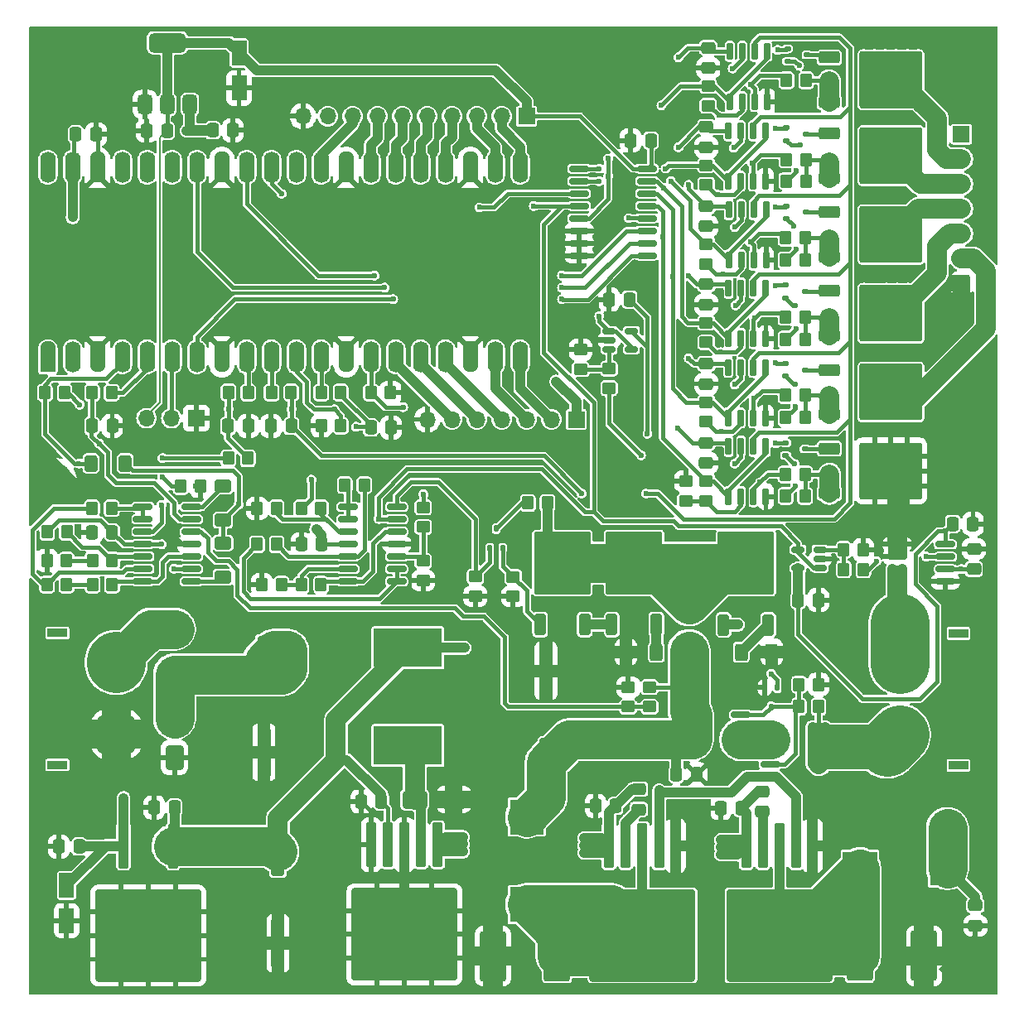
<source format=gtl>
%TF.GenerationSoftware,KiCad,Pcbnew,8.0.1*%
%TF.CreationDate,2024-05-10T21:49:13+02:00*%
%TF.ProjectId,Charger,43686172-6765-4722-9e6b-696361645f70,rev?*%
%TF.SameCoordinates,Original*%
%TF.FileFunction,Copper,L1,Top*%
%TF.FilePolarity,Positive*%
%FSLAX46Y46*%
G04 Gerber Fmt 4.6, Leading zero omitted, Abs format (unit mm)*
G04 Created by KiCad (PCBNEW 8.0.1) date 2024-05-10 21:49:13*
%MOMM*%
%LPD*%
G01*
G04 APERTURE LIST*
G04 Aperture macros list*
%AMRoundRect*
0 Rectangle with rounded corners*
0 $1 Rounding radius*
0 $2 $3 $4 $5 $6 $7 $8 $9 X,Y pos of 4 corners*
0 Add a 4 corners polygon primitive as box body*
4,1,4,$2,$3,$4,$5,$6,$7,$8,$9,$2,$3,0*
0 Add four circle primitives for the rounded corners*
1,1,$1+$1,$2,$3*
1,1,$1+$1,$4,$5*
1,1,$1+$1,$6,$7*
1,1,$1+$1,$8,$9*
0 Add four rect primitives between the rounded corners*
20,1,$1+$1,$2,$3,$4,$5,0*
20,1,$1+$1,$4,$5,$6,$7,0*
20,1,$1+$1,$6,$7,$8,$9,0*
20,1,$1+$1,$8,$9,$2,$3,0*%
%AMFreePoly0*
4,1,28,0.178017,0.779942,0.347107,0.720775,0.498792,0.625465,0.625465,0.498792,0.720775,0.347107,0.779942,0.178017,0.800000,0.000000,0.779942,-0.178017,0.720775,-0.347107,0.625465,-0.498792,0.498792,-0.625465,0.347107,-0.720775,0.178017,-0.779942,0.000000,-0.800000,-2.200000,-0.800000,-2.205014,-0.794986,-2.244504,-0.794986,-2.324698,-0.756366,-2.380194,-0.686777,-2.400000,-0.600000,
-2.400000,0.600000,-2.380194,0.686777,-2.324698,0.756366,-2.244504,0.794986,-2.205014,0.794986,-2.200000,0.800000,0.000000,0.800000,0.178017,0.779942,0.178017,0.779942,$1*%
%AMFreePoly1*
4,1,29,0.605014,0.794986,0.644504,0.794986,0.724698,0.756366,0.780194,0.686777,0.800000,0.600000,0.800000,-0.600000,0.780194,-0.686777,0.724698,-0.756366,0.644504,-0.794986,0.605014,-0.794986,0.600000,-0.800000,0.000000,-0.800000,-1.600000,-0.800000,-1.778017,-0.779942,-1.947107,-0.720775,-2.098792,-0.625465,-2.225465,-0.498792,-2.320775,-0.347107,-2.379942,-0.178017,-2.400000,0.000000,
-2.379942,0.178017,-2.320775,0.347107,-2.225465,0.498792,-2.098792,0.625465,-1.947107,0.720775,-1.778017,0.779942,-1.600000,0.800000,0.600000,0.800000,0.605014,0.794986,0.605014,0.794986,$1*%
%AMFreePoly2*
4,1,29,1.778017,0.779942,1.947107,0.720775,2.098792,0.625465,2.225465,0.498792,2.320775,0.347107,2.379942,0.178017,2.400000,0.000000,2.379942,-0.178017,2.320775,-0.347107,2.225465,-0.498792,2.098792,-0.625465,1.947107,-0.720775,1.778017,-0.779942,1.600000,-0.800000,0.000000,-0.800000,-0.600000,-0.800000,-0.605014,-0.794986,-0.644504,-0.794986,-0.724698,-0.756366,-0.780194,-0.686777,
-0.800000,-0.600000,-0.800000,0.600000,-0.780194,0.686777,-0.724698,0.756366,-0.644504,0.794986,-0.605014,0.794986,-0.600000,0.800000,1.600000,0.800000,1.778017,0.779942,1.778017,0.779942,$1*%
G04 Aperture macros list end*
%TA.AperFunction,SMDPad,CuDef*%
%ADD10RoundRect,0.250000X-0.300000X2.050000X-0.300000X-2.050000X0.300000X-2.050000X0.300000X2.050000X0*%
%TD*%
%TA.AperFunction,SMDPad,CuDef*%
%ADD11RoundRect,0.250000X-2.375000X2.025000X-2.375000X-2.025000X2.375000X-2.025000X2.375000X2.025000X0*%
%TD*%
%TA.AperFunction,SMDPad,CuDef*%
%ADD12RoundRect,0.250002X-5.149998X4.449998X-5.149998X-4.449998X5.149998X-4.449998X5.149998X4.449998X0*%
%TD*%
%TA.AperFunction,SMDPad,CuDef*%
%ADD13RoundRect,0.250000X-0.337500X-0.475000X0.337500X-0.475000X0.337500X0.475000X-0.337500X0.475000X0*%
%TD*%
%TA.AperFunction,SMDPad,CuDef*%
%ADD14RoundRect,0.250000X-0.350000X-0.450000X0.350000X-0.450000X0.350000X0.450000X-0.350000X0.450000X0*%
%TD*%
%TA.AperFunction,SMDPad,CuDef*%
%ADD15RoundRect,0.250000X0.450000X-0.350000X0.450000X0.350000X-0.450000X0.350000X-0.450000X-0.350000X0*%
%TD*%
%TA.AperFunction,SMDPad,CuDef*%
%ADD16RoundRect,0.250000X-0.850000X-0.350000X0.850000X-0.350000X0.850000X0.350000X-0.850000X0.350000X0*%
%TD*%
%TA.AperFunction,SMDPad,CuDef*%
%ADD17RoundRect,0.250000X-1.275000X-1.125000X1.275000X-1.125000X1.275000X1.125000X-1.275000X1.125000X0*%
%TD*%
%TA.AperFunction,SMDPad,CuDef*%
%ADD18RoundRect,0.249997X-2.950003X-2.650003X2.950003X-2.650003X2.950003X2.650003X-2.950003X2.650003X0*%
%TD*%
%TA.AperFunction,SMDPad,CuDef*%
%ADD19RoundRect,0.150000X-0.825000X-0.150000X0.825000X-0.150000X0.825000X0.150000X-0.825000X0.150000X0*%
%TD*%
%TA.AperFunction,SMDPad,CuDef*%
%ADD20RoundRect,0.250000X0.350000X0.450000X-0.350000X0.450000X-0.350000X-0.450000X0.350000X-0.450000X0*%
%TD*%
%TA.AperFunction,SMDPad,CuDef*%
%ADD21RoundRect,0.150000X0.150000X-0.725000X0.150000X0.725000X-0.150000X0.725000X-0.150000X-0.725000X0*%
%TD*%
%TA.AperFunction,ConnectorPad*%
%ADD22C,3.800000*%
%TD*%
%TA.AperFunction,ComponentPad*%
%ADD23C,2.600000*%
%TD*%
%TA.AperFunction,ComponentPad*%
%ADD24R,2.000000X0.900000*%
%TD*%
%TA.AperFunction,ComponentPad*%
%ADD25RoundRect,1.025000X-1.025000X1.025000X-1.025000X-1.025000X1.025000X-1.025000X1.025000X1.025000X0*%
%TD*%
%TA.AperFunction,ComponentPad*%
%ADD26C,4.100000*%
%TD*%
%TA.AperFunction,SMDPad,CuDef*%
%ADD27RoundRect,0.250000X0.475000X-0.337500X0.475000X0.337500X-0.475000X0.337500X-0.475000X-0.337500X0*%
%TD*%
%TA.AperFunction,SMDPad,CuDef*%
%ADD28RoundRect,0.250000X-0.475000X0.337500X-0.475000X-0.337500X0.475000X-0.337500X0.475000X0.337500X0*%
%TD*%
%TA.AperFunction,SMDPad,CuDef*%
%ADD29RoundRect,0.250000X0.337500X0.475000X-0.337500X0.475000X-0.337500X-0.475000X0.337500X-0.475000X0*%
%TD*%
%TA.AperFunction,SMDPad,CuDef*%
%ADD30RoundRect,0.250000X-0.650000X1.000000X-0.650000X-1.000000X0.650000X-1.000000X0.650000X1.000000X0*%
%TD*%
%TA.AperFunction,SMDPad,CuDef*%
%ADD31RoundRect,0.250000X0.400000X0.600000X-0.400000X0.600000X-0.400000X-0.600000X0.400000X-0.600000X0*%
%TD*%
%TA.AperFunction,SMDPad,CuDef*%
%ADD32RoundRect,0.250000X0.400000X0.625000X-0.400000X0.625000X-0.400000X-0.625000X0.400000X-0.625000X0*%
%TD*%
%TA.AperFunction,SMDPad,CuDef*%
%ADD33RoundRect,0.150000X0.825000X0.150000X-0.825000X0.150000X-0.825000X-0.150000X0.825000X-0.150000X0*%
%TD*%
%TA.AperFunction,SMDPad,CuDef*%
%ADD34RoundRect,0.250000X-0.450000X0.350000X-0.450000X-0.350000X0.450000X-0.350000X0.450000X0.350000X0*%
%TD*%
%TA.AperFunction,SMDPad,CuDef*%
%ADD35RoundRect,0.150000X0.512500X0.150000X-0.512500X0.150000X-0.512500X-0.150000X0.512500X-0.150000X0*%
%TD*%
%TA.AperFunction,SMDPad,CuDef*%
%ADD36RoundRect,0.250000X0.600000X-0.400000X0.600000X0.400000X-0.600000X0.400000X-0.600000X-0.400000X0*%
%TD*%
%TA.AperFunction,SMDPad,CuDef*%
%ADD37RoundRect,0.112500X-0.112500X-0.237500X0.112500X-0.237500X0.112500X0.237500X-0.112500X0.237500X0*%
%TD*%
%TA.AperFunction,SMDPad,CuDef*%
%ADD38RoundRect,0.250000X0.350000X-0.850000X0.350000X0.850000X-0.350000X0.850000X-0.350000X-0.850000X0*%
%TD*%
%TA.AperFunction,SMDPad,CuDef*%
%ADD39RoundRect,0.250000X1.125000X-1.275000X1.125000X1.275000X-1.125000X1.275000X-1.125000X-1.275000X0*%
%TD*%
%TA.AperFunction,SMDPad,CuDef*%
%ADD40RoundRect,0.249997X2.650003X-2.950003X2.650003X2.950003X-2.650003X2.950003X-2.650003X-2.950003X0*%
%TD*%
%TA.AperFunction,SMDPad,CuDef*%
%ADD41RoundRect,0.249999X1.075001X-0.512501X1.075001X0.512501X-1.075001X0.512501X-1.075001X-0.512501X0*%
%TD*%
%TA.AperFunction,SMDPad,CuDef*%
%ADD42R,3.500000X3.550000*%
%TD*%
%TA.AperFunction,SMDPad,CuDef*%
%ADD43RoundRect,0.250001X-1.074999X-2.324999X1.074999X-2.324999X1.074999X2.324999X-1.074999X2.324999X0*%
%TD*%
%TA.AperFunction,SMDPad,CuDef*%
%ADD44RoundRect,0.132500X-0.530000X2.367500X-0.530000X-2.367500X0.530000X-2.367500X0.530000X2.367500X0*%
%TD*%
%TA.AperFunction,SMDPad,CuDef*%
%ADD45RoundRect,0.112500X-0.237500X0.112500X-0.237500X-0.112500X0.237500X-0.112500X0.237500X0.112500X0*%
%TD*%
%TA.AperFunction,ComponentPad*%
%ADD46R,1.700000X1.700000*%
%TD*%
%TA.AperFunction,ComponentPad*%
%ADD47O,1.700000X1.700000*%
%TD*%
%TA.AperFunction,SMDPad,CuDef*%
%ADD48RoundRect,0.150000X-0.837500X-0.150000X0.837500X-0.150000X0.837500X0.150000X-0.837500X0.150000X0*%
%TD*%
%TA.AperFunction,SMDPad,CuDef*%
%ADD49RoundRect,0.250001X1.074999X2.324999X-1.074999X2.324999X-1.074999X-2.324999X1.074999X-2.324999X0*%
%TD*%
%TA.AperFunction,SMDPad,CuDef*%
%ADD50RoundRect,0.250000X-0.550000X1.050000X-0.550000X-1.050000X0.550000X-1.050000X0.550000X1.050000X0*%
%TD*%
%TA.AperFunction,SMDPad,CuDef*%
%ADD51RoundRect,0.250000X-0.400000X-0.625000X0.400000X-0.625000X0.400000X0.625000X-0.400000X0.625000X0*%
%TD*%
%TA.AperFunction,SMDPad,CuDef*%
%ADD52RoundRect,0.249999X-1.075001X0.512501X-1.075001X-0.512501X1.075001X-0.512501X1.075001X0.512501X0*%
%TD*%
%TA.AperFunction,SMDPad,CuDef*%
%ADD53R,7.000000X4.000000*%
%TD*%
%TA.AperFunction,SMDPad,CuDef*%
%ADD54FreePoly0,90.000000*%
%TD*%
%TA.AperFunction,SMDPad,CuDef*%
%ADD55RoundRect,0.800000X0.000010X-0.800000X0.000010X0.800000X-0.000010X0.800000X-0.000010X-0.800000X0*%
%TD*%
%TA.AperFunction,SMDPad,CuDef*%
%ADD56FreePoly1,90.000000*%
%TD*%
%TA.AperFunction,SMDPad,CuDef*%
%ADD57FreePoly2,90.000000*%
%TD*%
%TA.AperFunction,SMDPad,CuDef*%
%ADD58RoundRect,0.112500X0.112500X0.237500X-0.112500X0.237500X-0.112500X-0.237500X0.112500X-0.237500X0*%
%TD*%
%TA.AperFunction,SMDPad,CuDef*%
%ADD59RoundRect,0.375000X0.375000X-0.625000X0.375000X0.625000X-0.375000X0.625000X-0.375000X-0.625000X0*%
%TD*%
%TA.AperFunction,SMDPad,CuDef*%
%ADD60RoundRect,0.500000X1.400000X-0.500000X1.400000X0.500000X-1.400000X0.500000X-1.400000X-0.500000X0*%
%TD*%
%TA.AperFunction,SMDPad,CuDef*%
%ADD61RoundRect,0.250000X-0.600000X0.400000X-0.600000X-0.400000X0.600000X-0.400000X0.600000X0.400000X0*%
%TD*%
%TA.AperFunction,SMDPad,CuDef*%
%ADD62RoundRect,0.132500X0.530000X-2.367500X0.530000X2.367500X-0.530000X2.367500X-0.530000X-2.367500X0*%
%TD*%
%TA.AperFunction,SMDPad,CuDef*%
%ADD63R,3.550000X3.500000*%
%TD*%
%TA.AperFunction,SMDPad,CuDef*%
%ADD64RoundRect,0.250000X-1.000000X-0.650000X1.000000X-0.650000X1.000000X0.650000X-1.000000X0.650000X0*%
%TD*%
%TA.AperFunction,ComponentPad*%
%ADD65RoundRect,1.025000X1.025000X-1.025000X1.025000X1.025000X-1.025000X1.025000X-1.025000X-1.025000X0*%
%TD*%
%TA.AperFunction,SMDPad,CuDef*%
%ADD66RoundRect,0.150000X-0.512500X-0.150000X0.512500X-0.150000X0.512500X0.150000X-0.512500X0.150000X0*%
%TD*%
%TA.AperFunction,ViaPad*%
%ADD67C,0.600000*%
%TD*%
%TA.AperFunction,Conductor*%
%ADD68C,0.400000*%
%TD*%
%TA.AperFunction,Conductor*%
%ADD69C,2.000000*%
%TD*%
%TA.AperFunction,Conductor*%
%ADD70C,1.000000*%
%TD*%
%TA.AperFunction,Conductor*%
%ADD71C,4.000000*%
%TD*%
%TA.AperFunction,Conductor*%
%ADD72C,6.000000*%
%TD*%
%TA.AperFunction,Conductor*%
%ADD73C,0.200000*%
%TD*%
%ADD74C,0.300000*%
%ADD75C,0.350000*%
%ADD76O,1.700000X0.600000*%
G04 APERTURE END LIST*
D10*
%TO.P,U18,1,GND*%
%TO.N,GND*%
X159575000Y-129175000D03*
%TO.P,U18,2,FB*%
%TO.N,FB*%
X157875000Y-129175000D03*
%TO.P,U18,3,SW*%
%TO.N,Net-(D5-K)*%
X156175000Y-129175000D03*
D11*
X158950000Y-135900000D03*
X153400000Y-135900000D03*
D12*
X156175000Y-138325000D03*
D11*
X158950000Y-140750000D03*
X153400000Y-140750000D03*
D10*
%TO.P,U18,4,VC*%
%TO.N,Net-(U18-VC)*%
X154475000Y-129175000D03*
%TO.P,U18,5,VIN*%
%TO.N,+36V*%
X152775000Y-129175000D03*
%TD*%
D13*
%TO.P,C35,1*%
%TO.N,/MCU/LOAD_SetI*%
X128425000Y-86400000D03*
%TO.P,C35,2*%
%TO.N,GND*%
X130500000Y-86400000D03*
%TD*%
D14*
%TO.P,R77,1*%
%TO.N,GPIO9*%
X123350000Y-82825000D03*
%TO.P,R77,2*%
%TO.N,/MCU/LOAD_SetI*%
X125350000Y-82825000D03*
%TD*%
%TO.P,R59,1*%
%TO.N,Net-(Q13-C)*%
X144475000Y-94125000D03*
%TO.P,R59,2*%
%TO.N,/Sztuczne_obciazenie/B+*%
X146475000Y-94125000D03*
%TD*%
D13*
%TO.P,C11,1*%
%TO.N,+5V*%
X172087500Y-104050000D03*
%TO.P,C11,2*%
%TO.N,GND*%
X174162500Y-104050000D03*
%TD*%
D15*
%TO.P,R32,1*%
%TO.N,Net-(U5A--)*%
X162700000Y-85800000D03*
%TO.P,R32,2*%
%TO.N,/Balanser/V_bat_2*%
X162700000Y-83800000D03*
%TD*%
D16*
%TO.P,Q6,1,B*%
%TO.N,Net-(Q3-C)*%
X175275000Y-64385000D03*
D17*
%TO.P,Q6,2,C*%
%TO.N,/Balanser/B3*%
X179900000Y-65140000D03*
X179900000Y-68190000D03*
D18*
X181575000Y-66665000D03*
D17*
X183250000Y-65140000D03*
X183250000Y-68190000D03*
D16*
%TO.P,Q6,3,E*%
%TO.N,/Balanser/B4*%
X175275000Y-68945000D03*
%TD*%
D14*
%TO.P,R53,1*%
%TO.N,Net-(U13C--)*%
X116800000Y-98350000D03*
%TO.P,R53,2*%
%TO.N,Net-(U13B-+)*%
X118800000Y-98350000D03*
%TD*%
D19*
%TO.P,U12,1,IP+*%
%TO.N,GND*%
X182200000Y-98350000D03*
%TO.P,U12,2,IP+*%
X182200000Y-99620000D03*
%TO.P,U12,3,IP-*%
%TO.N,/Pomiar pradu/BAT-*%
X182200000Y-100890000D03*
%TO.P,U12,4,IP-*%
X182200000Y-102160000D03*
%TO.P,U12,5,GND*%
%TO.N,GND*%
X187150000Y-102160000D03*
%TO.P,U12,6,FILTER*%
%TO.N,Net-(U12-FILTER)*%
X187150000Y-100890000D03*
%TO.P,U12,7,VIOUT*%
%TO.N,Net-(U12-VIOUT)*%
X187150000Y-99620000D03*
%TO.P,U12,8,VCC*%
%TO.N,+5V*%
X187150000Y-98350000D03*
%TD*%
D20*
%TO.P,R23,1*%
%TO.N,/Balanser/B2*%
X172800000Y-83100000D03*
%TO.P,R23,2*%
%TO.N,Net-(U5A-+)*%
X170800000Y-83100000D03*
%TD*%
D21*
%TO.P,U1,1*%
%TO.N,/Balanser/V_bat_6*%
X165095000Y-53075000D03*
%TO.P,U1,2,-*%
%TO.N,Net-(U1A--)*%
X166365000Y-53075000D03*
%TO.P,U1,3,+*%
%TO.N,Net-(U1A-+)*%
X167635000Y-53075000D03*
%TO.P,U1,4,V-*%
%TO.N,GND*%
X168905000Y-53075000D03*
%TO.P,U1,5,+*%
%TO.N,/Balanser/V_bat_6*%
X168905000Y-47925000D03*
%TO.P,U1,6,-*%
%TO.N,/Balanser/Vballans*%
X167635000Y-47925000D03*
%TO.P,U1,7*%
%TO.N,Net-(R13-Pad1)*%
X166365000Y-47925000D03*
%TO.P,U1,8,V+*%
%TO.N,+12V*%
X165095000Y-47925000D03*
%TD*%
D22*
%TO.P,REF\u002A\u002A,1*%
%TO.N,GND*%
X189500000Y-141400000D03*
D23*
%TO.P,REF\u002A\u002A,e*%
X189500000Y-141400000D03*
%TD*%
D10*
%TO.P,U21,1,IN*%
%TO.N,+12V*%
X108215000Y-129200000D03*
D11*
%TO.P,U21,2,GND*%
%TO.N,GND*%
X108450000Y-135925000D03*
X102900000Y-135925000D03*
D12*
X105675000Y-138350000D03*
D11*
X108450000Y-140775000D03*
X102900000Y-140775000D03*
D10*
%TO.P,U21,3,OUT*%
%TO.N,+5V*%
X103135000Y-129200000D03*
%TD*%
D24*
%TO.P,J2,*%
%TO.N,*%
X188475000Y-107450000D03*
X188475000Y-120950000D03*
D25*
%TO.P,J2,1,Pin_1*%
%TO.N,/Pomiar pradu/BAT-*%
X182475000Y-110600000D03*
D26*
%TO.P,J2,2,Pin_2*%
%TO.N,/Pomiar pradu/BAT+*%
X182475000Y-117800000D03*
%TD*%
D27*
%TO.P,C9,1*%
%TO.N,Net-(U12-FILTER)*%
X190050000Y-100877500D03*
%TO.P,C9,2*%
%TO.N,GND*%
X190050000Y-98802500D03*
%TD*%
D28*
%TO.P,C5,1*%
%TO.N,+12V*%
X162700000Y-79862500D03*
%TO.P,C5,2*%
%TO.N,GND*%
X162700000Y-81937500D03*
%TD*%
D14*
%TO.P,R79,1*%
%TO.N,GPIO10*%
X128437500Y-82825000D03*
%TO.P,R79,2*%
%TO.N,GND*%
X130437500Y-82825000D03*
%TD*%
D22*
%TO.P,REF\u002A\u002A,1*%
%TO.N,GND*%
X96000000Y-47900000D03*
D23*
%TO.P,REF\u002A\u002A,e*%
X96000000Y-47900000D03*
%TD*%
D14*
%TO.P,R52,1*%
%TO.N,Net-(U13B--)*%
X121325000Y-102475000D03*
%TO.P,R52,2*%
%TO.N,Net-(U13D-+)*%
X123325000Y-102475000D03*
%TD*%
D29*
%TO.P,C28,1*%
%TO.N,+12V*%
X108362500Y-125250000D03*
%TO.P,C28,2*%
%TO.N,GND*%
X106287500Y-125250000D03*
%TD*%
D15*
%TO.P,R58,1*%
%TO.N,GND*%
X139092500Y-103650000D03*
%TO.P,R58,2*%
%TO.N,Net-(Q13-B)*%
X139092500Y-101650000D03*
%TD*%
%TO.P,R33,1*%
%TO.N,Net-(U6A--)*%
X162700000Y-93900000D03*
%TO.P,R33,2*%
%TO.N,/Balanser/V_bat_1*%
X162700000Y-91900000D03*
%TD*%
D21*
%TO.P,U5,1*%
%TO.N,/Balanser/V_bat_2*%
X164960000Y-85410000D03*
%TO.P,U5,2,-*%
%TO.N,Net-(U5A--)*%
X166230000Y-85410000D03*
%TO.P,U5,3,+*%
%TO.N,Net-(U5A-+)*%
X167500000Y-85410000D03*
%TO.P,U5,4,V-*%
%TO.N,GND*%
X168770000Y-85410000D03*
%TO.P,U5,5,+*%
%TO.N,/Balanser/V_bat_2*%
X168770000Y-80260000D03*
%TO.P,U5,6,-*%
%TO.N,/Balanser/Vballans*%
X167500000Y-80260000D03*
%TO.P,U5,7*%
%TO.N,Net-(R35-Pad1)*%
X166230000Y-80260000D03*
%TO.P,U5,8,V+*%
%TO.N,+12V*%
X164960000Y-80260000D03*
%TD*%
%TO.P,U4,1*%
%TO.N,/Balanser/V_bat_3*%
X164985000Y-77305000D03*
%TO.P,U4,2,-*%
%TO.N,Net-(U4A--)*%
X166255000Y-77305000D03*
%TO.P,U4,3,+*%
%TO.N,Net-(U4A-+)*%
X167525000Y-77305000D03*
%TO.P,U4,4,V-*%
%TO.N,GND*%
X168795000Y-77305000D03*
%TO.P,U4,5,+*%
%TO.N,/Balanser/V_bat_3*%
X168795000Y-72155000D03*
%TO.P,U4,6,-*%
%TO.N,/Balanser/Vballans*%
X167525000Y-72155000D03*
%TO.P,U4,7*%
%TO.N,Net-(R34-Pad1)*%
X166255000Y-72155000D03*
%TO.P,U4,8,V+*%
%TO.N,+12V*%
X164985000Y-72155000D03*
%TD*%
D30*
%TO.P,D7,1,K*%
%TO.N,+36V*%
X108350000Y-116150000D03*
%TO.P,D7,2,A*%
%TO.N,GND*%
X108350000Y-120150000D03*
%TD*%
D31*
%TO.P,D1,1,K*%
%TO.N,FB*%
X103325000Y-90075000D03*
%TO.P,D1,2,A*%
%TO.N,GPIO2*%
X99825000Y-90075000D03*
%TD*%
D32*
%TO.P,R60,1*%
%TO.N,GND*%
X169375000Y-109375000D03*
%TO.P,R60,2*%
%TO.N,Net-(Q16-E)*%
X166275000Y-109375000D03*
%TD*%
D15*
%TO.P,R10,1*%
%TO.N,Net-(U1A--)*%
X162900000Y-53500000D03*
%TO.P,R10,2*%
%TO.N,/Balanser/V_bat_6*%
X162900000Y-51500000D03*
%TD*%
D28*
%TO.P,C4,1*%
%TO.N,+12V*%
X162700000Y-71762500D03*
%TO.P,C4,2*%
%TO.N,GND*%
X162700000Y-73837500D03*
%TD*%
D20*
%TO.P,R1,1*%
%TO.N,/Balanser/B6*%
X172900000Y-50900000D03*
%TO.P,R1,2*%
%TO.N,Net-(U1A-+)*%
X170900000Y-50900000D03*
%TD*%
D14*
%TO.P,R61,1*%
%TO.N,Net-(U25A-+)*%
X113850000Y-89550000D03*
%TO.P,R61,2*%
%TO.N,/Ladowarka/Set I*%
X115850000Y-89550000D03*
%TD*%
D33*
%TO.P,Q18,1,S*%
%TO.N,Net-(Q17-S-Pad1)*%
X166225000Y-119580000D03*
%TO.P,Q18,2,S*%
X166225000Y-118310000D03*
%TO.P,Q18,3,S*%
X166225000Y-117040000D03*
%TO.P,Q18,4,G*%
%TO.N,Net-(Q17-G)*%
X166225000Y-115770000D03*
%TO.P,Q18,5,D*%
%TO.N,/Ladowarka/Vout*%
X161275000Y-115770000D03*
%TO.P,Q18,6,D*%
X161275000Y-117040000D03*
%TO.P,Q18,7,D*%
X161275000Y-118310000D03*
%TO.P,Q18,8,D*%
X161275000Y-119580000D03*
%TD*%
D13*
%TO.P,C21,1*%
%TO.N,/Ladowarka/Vout*%
X159637500Y-121850000D03*
%TO.P,C21,2*%
%TO.N,GND*%
X161712500Y-121850000D03*
%TD*%
D29*
%TO.P,C12,1*%
%TO.N,+5V*%
X154862500Y-73325000D03*
%TO.P,C12,2*%
%TO.N,GND*%
X152787500Y-73325000D03*
%TD*%
%TO.P,C16,1*%
%TO.N,+36V*%
X153437500Y-125075000D03*
%TO.P,C16,2*%
%TO.N,GND*%
X151362500Y-125075000D03*
%TD*%
D34*
%TO.P,R66,1*%
%TO.N,Net-(U19-+)*%
X152775000Y-80375000D03*
%TO.P,R66,2*%
%TO.N,/Ladowarka/Vout*%
X152775000Y-82375000D03*
%TD*%
D14*
%TO.P,R63,1*%
%TO.N,Net-(R44-Pad2)*%
X99975000Y-100000000D03*
%TO.P,R63,2*%
%TO.N,Net-(U25B-+)*%
X101975000Y-100000000D03*
%TD*%
D20*
%TO.P,R78,1*%
%TO.N,GPIO8*%
X125350000Y-86225000D03*
%TO.P,R78,2*%
%TO.N,GND*%
X123350000Y-86225000D03*
%TD*%
D14*
%TO.P,R47,1*%
%TO.N,/MCU/LOAD_SetI*%
X121325000Y-94675000D03*
%TO.P,R47,2*%
%TO.N,Net-(U13A-+)*%
X123325000Y-94675000D03*
%TD*%
D20*
%TO.P,R55,1*%
%TO.N,/Pomiar pradu/BAT+*%
X174175000Y-114950000D03*
%TO.P,R55,2*%
%TO.N,Net-(Q17-G)*%
X172175000Y-114950000D03*
%TD*%
D34*
%TO.P,R67,1*%
%TO.N,GND*%
X149850000Y-78450000D03*
%TO.P,R67,2*%
%TO.N,Net-(U19-+)*%
X149850000Y-80450000D03*
%TD*%
D35*
%TO.P,U10,1*%
%TO.N,/Ladowarka/Hall*%
X174337500Y-100775000D03*
%TO.P,U10,2,V-*%
%TO.N,GND*%
X174337500Y-99825000D03*
%TO.P,U10,3,+*%
%TO.N,Net-(U10-+)*%
X174337500Y-98875000D03*
%TO.P,U10,4,-*%
%TO.N,/Ladowarka/Hall*%
X172062500Y-98875000D03*
%TO.P,U10,5,V+*%
%TO.N,+5V*%
X172062500Y-100775000D03*
%TD*%
D20*
%TO.P,R3,1*%
%TO.N,/Balanser/B4*%
X172800000Y-67000000D03*
%TO.P,R3,2*%
%TO.N,Net-(U3A-+)*%
X170800000Y-67000000D03*
%TD*%
D36*
%TO.P,D2,1,K*%
%TO.N,FB*%
X113302500Y-95877500D03*
%TO.P,D2,2,A*%
%TO.N,Net-(D2-A)*%
X113302500Y-92377500D03*
%TD*%
D37*
%TO.P,Q13,1,B*%
%TO.N,Net-(Q13-B)*%
X140577500Y-98750000D03*
%TO.P,Q13,2,E*%
%TO.N,Net-(Q13-E)*%
X141877500Y-98750000D03*
%TO.P,Q13,3,C*%
%TO.N,Net-(Q13-C)*%
X141227500Y-96750000D03*
%TD*%
D29*
%TO.P,C15,1*%
%TO.N,+5V*%
X123387500Y-98350000D03*
%TO.P,C15,2*%
%TO.N,GND*%
X121312500Y-98350000D03*
%TD*%
D14*
%TO.P,R48,1*%
%TO.N,GND*%
X116800000Y-94675000D03*
%TO.P,R48,2*%
%TO.N,Net-(U13A-+)*%
X118800000Y-94675000D03*
%TD*%
D13*
%TO.P,C10,1*%
%TO.N,+5V*%
X187887500Y-96265000D03*
%TO.P,C10,2*%
%TO.N,GND*%
X189962500Y-96265000D03*
%TD*%
D10*
%TO.P,U17,1,GND*%
%TO.N,GND*%
X173575000Y-129175000D03*
%TO.P,U17,2,FB*%
%TO.N,FB*%
X171875000Y-129175000D03*
%TO.P,U17,3,SW*%
%TO.N,Net-(D4-K)*%
X170175000Y-129175000D03*
D11*
X172950000Y-135900000D03*
X167400000Y-135900000D03*
D12*
X170175000Y-138325000D03*
D11*
X172950000Y-140750000D03*
X167400000Y-140750000D03*
D10*
%TO.P,U17,4,VC*%
%TO.N,Net-(U17-VC)*%
X168475000Y-129175000D03*
%TO.P,U17,5,VIN*%
%TO.N,+36V*%
X166775000Y-129175000D03*
%TD*%
D38*
%TO.P,Q15,1,B*%
%TO.N,Net-(Q14-E)*%
X153045000Y-106550000D03*
D39*
%TO.P,Q15,2,C*%
%TO.N,/Sztuczne_obciazenie/B+*%
X153800000Y-101925000D03*
X156850000Y-101925000D03*
D40*
X155325000Y-100250000D03*
D39*
X153800000Y-98575000D03*
X156850000Y-98575000D03*
D38*
%TO.P,Q15,3,E*%
%TO.N,Net-(Q15-E)*%
X157605000Y-106550000D03*
%TD*%
D22*
%TO.P,REF\u002A\u002A,1*%
%TO.N,GND*%
X96000000Y-141900000D03*
D23*
%TO.P,REF\u002A\u002A,e*%
X96000000Y-141900000D03*
%TD*%
D29*
%TO.P,C27,1*%
%TO.N,+5V*%
X98612500Y-129250000D03*
%TO.P,C27,2*%
%TO.N,GND*%
X96537500Y-129250000D03*
%TD*%
%TO.P,C29,1*%
%TO.N,+3.3V*%
X107587500Y-56040000D03*
%TO.P,C29,2*%
%TO.N,GND*%
X105512500Y-56040000D03*
%TD*%
D41*
%TO.P,F2,1*%
%TO.N,/Ladowarka/Vout*%
X160950000Y-109212500D03*
%TO.P,F2,2*%
%TO.N,/Sztuczne_obciazenie/B+*%
X160950000Y-104537500D03*
%TD*%
D28*
%TO.P,C3,1*%
%TO.N,+12V*%
X162700000Y-63762500D03*
%TO.P,C3,2*%
%TO.N,GND*%
X162700000Y-65837500D03*
%TD*%
D42*
%TO.P,L2,1,1*%
%TO.N,Net-(D5-K)*%
X144350000Y-135175000D03*
%TO.P,L2,2,2*%
%TO.N,/Ladowarka/Vout*%
X144350000Y-126225000D03*
%TD*%
D43*
%TO.P,D4,1,K*%
%TO.N,Net-(D4-K)*%
X178400000Y-140425000D03*
%TO.P,D4,2,A*%
%TO.N,GND*%
X184950000Y-140425000D03*
%TD*%
D29*
%TO.P,C17,1*%
%TO.N,+36V*%
X166287500Y-125325000D03*
%TO.P,C17,2*%
%TO.N,GND*%
X164212500Y-125325000D03*
%TD*%
D44*
%TO.P,C24,1*%
%TO.N,+12V*%
X118920000Y-129742500D03*
%TO.P,C24,2*%
%TO.N,GND*%
X118920000Y-139142500D03*
%TD*%
D20*
%TO.P,R6,1*%
%TO.N,/Balanser/B3*%
X172800000Y-77400000D03*
%TO.P,R6,2*%
%TO.N,Net-(U3A--)*%
X170800000Y-77400000D03*
%TD*%
D45*
%TO.P,Q2,1,B*%
%TO.N,Net-(Q2-B)*%
X170900000Y-55750000D03*
%TO.P,Q2,2,E*%
%TO.N,Net-(Q2-E)*%
X170900000Y-57050000D03*
%TO.P,Q2,3,C*%
%TO.N,Net-(Q2-C)*%
X172900000Y-56400000D03*
%TD*%
D16*
%TO.P,Q4,1,B*%
%TO.N,Net-(Q1-C)*%
X175275000Y-48575000D03*
D17*
%TO.P,Q4,2,C*%
%TO.N,/Balanser/B5*%
X179900000Y-49330000D03*
X179900000Y-52380000D03*
D18*
X181575000Y-50855000D03*
D17*
X183250000Y-49330000D03*
X183250000Y-52380000D03*
D16*
%TO.P,Q4,3,E*%
%TO.N,/Balanser/B6*%
X175275000Y-53135000D03*
%TD*%
D28*
%TO.P,C2,1*%
%TO.N,+12V*%
X162700000Y-55662500D03*
%TO.P,C2,2*%
%TO.N,GND*%
X162700000Y-57737500D03*
%TD*%
D46*
%TO.P,J5,1,Pin_1*%
%TO.N,+3.3V*%
X149415000Y-85575000D03*
D47*
%TO.P,J5,2,Pin_2*%
%TO.N,GPIO15*%
X146875000Y-85575000D03*
%TO.P,J5,3,Pin_3*%
%TO.N,GPIO14*%
X144335000Y-85575000D03*
%TO.P,J5,4,Pin_4*%
%TO.N,GPIO13*%
X141795000Y-85575000D03*
%TO.P,J5,5,Pin_5*%
%TO.N,GPIO12*%
X139255000Y-85575000D03*
%TO.P,J5,6,Pin_6*%
%TO.N,GPIO11*%
X136715000Y-85575000D03*
%TO.P,J5,7,Pin_7*%
%TO.N,GND*%
X134175000Y-85575000D03*
%TD*%
D16*
%TO.P,Q10,1,B*%
%TO.N,Net-(Q10-B)*%
X175275000Y-72440000D03*
D17*
%TO.P,Q10,2,C*%
%TO.N,/Balanser/B2*%
X179900000Y-73195000D03*
X179900000Y-76245000D03*
D18*
X181575000Y-74720000D03*
D17*
X183250000Y-73195000D03*
X183250000Y-76245000D03*
D16*
%TO.P,Q10,3,E*%
%TO.N,/Balanser/B3*%
X175275000Y-77000000D03*
%TD*%
D28*
%TO.P,C19,1*%
%TO.N,+36V*%
X155825000Y-123387500D03*
%TO.P,C19,2*%
%TO.N,Net-(U18-VC)*%
X155825000Y-125462500D03*
%TD*%
D48*
%TO.P,U24,1,X4*%
%TO.N,/Balanser/V_bat_5*%
X149712500Y-59930000D03*
%TO.P,U24,2,X6*%
%TO.N,/Ladowarka/V_OUT (ADC)*%
X149712500Y-61200000D03*
%TO.P,U24,3,X*%
%TO.N,Net-(U24-X)*%
X149712500Y-62470000D03*
%TO.P,U24,4,X7*%
%TO.N,/Ladowarka/Hall*%
X149712500Y-63740000D03*
%TO.P,U24,5,X5*%
%TO.N,/Balanser/V_bat_6*%
X149712500Y-65010000D03*
%TO.P,U24,6,INH*%
%TO.N,GND*%
X149712500Y-66280000D03*
%TO.P,U24,7,VEE*%
X149712500Y-67550000D03*
%TO.P,U24,8,VSS*%
X149712500Y-68820000D03*
%TO.P,U24,9,C*%
%TO.N,GPIO5*%
X156637500Y-68820000D03*
%TO.P,U24,10,B*%
%TO.N,GPIO28*%
X156637500Y-67550000D03*
%TO.P,U24,11,A*%
%TO.N,GPIO27*%
X156637500Y-66280000D03*
%TO.P,U24,12,X3*%
%TO.N,/Balanser/V_bat_4*%
X156637500Y-65010000D03*
%TO.P,U24,13,X0*%
%TO.N,/Balanser/V_bat_1*%
X156637500Y-63740000D03*
%TO.P,U24,14,X1*%
%TO.N,/Balanser/V_bat_2*%
X156637500Y-62470000D03*
%TO.P,U24,15,X2*%
%TO.N,/Balanser/V_bat_3*%
X156637500Y-61200000D03*
%TO.P,U24,16,VDD*%
%TO.N,+3.3V*%
X156637500Y-59930000D03*
%TD*%
D13*
%TO.P,C36,1*%
%TO.N,+5V*%
X98262500Y-56425000D03*
%TO.P,C36,2*%
%TO.N,GND*%
X100337500Y-56425000D03*
%TD*%
D21*
%TO.P,U3,1*%
%TO.N,/Balanser/V_bat_4*%
X164995000Y-69275000D03*
%TO.P,U3,2,-*%
%TO.N,Net-(U3A--)*%
X166265000Y-69275000D03*
%TO.P,U3,3,+*%
%TO.N,Net-(U3A-+)*%
X167535000Y-69275000D03*
%TO.P,U3,4,V-*%
%TO.N,GND*%
X168805000Y-69275000D03*
%TO.P,U3,5,+*%
%TO.N,/Balanser/V_bat_4*%
X168805000Y-64125000D03*
%TO.P,U3,6,-*%
%TO.N,/Balanser/Vballans*%
X167535000Y-64125000D03*
%TO.P,U3,7*%
%TO.N,Net-(R15-Pad1)*%
X166265000Y-64125000D03*
%TO.P,U3,8,V+*%
%TO.N,+12V*%
X164995000Y-64125000D03*
%TD*%
D49*
%TO.P,D5,1,K*%
%TO.N,Net-(D5-K)*%
X147450000Y-140450000D03*
%TO.P,D5,2,A*%
%TO.N,GND*%
X140900000Y-140450000D03*
%TD*%
D20*
%TO.P,R2,1*%
%TO.N,/Balanser/B5*%
X172900000Y-59000000D03*
%TO.P,R2,2*%
%TO.N,Net-(U2A-+)*%
X170900000Y-59000000D03*
%TD*%
D10*
%TO.P,U20,1,VIN*%
%TO.N,+36V*%
X135250000Y-129075000D03*
%TO.P,U20,2,OUT*%
%TO.N,Net-(D6-K)*%
X133550000Y-129075000D03*
%TO.P,U20,3,GND*%
%TO.N,GND*%
X131850000Y-129075000D03*
D11*
X134625000Y-135800000D03*
X129075000Y-135800000D03*
D12*
X131850000Y-138225000D03*
D11*
X134625000Y-140650000D03*
X129075000Y-140650000D03*
D10*
%TO.P,U20,4,FB*%
%TO.N,+12V*%
X130150000Y-129075000D03*
%TO.P,U20,5,~{ON}/OFF*%
%TO.N,GND*%
X128450000Y-129075000D03*
%TD*%
D20*
%TO.P,R24,1*%
%TO.N,/Balanser/B1*%
X172800000Y-91200000D03*
%TO.P,R24,2*%
%TO.N,Net-(U6A-+)*%
X170800000Y-91200000D03*
%TD*%
D50*
%TO.P,C30,1*%
%TO.N,+3.3V*%
X114950000Y-48100000D03*
%TO.P,C30,2*%
%TO.N,GND*%
X114950000Y-51700000D03*
%TD*%
D19*
%TO.P,Q17,1,S*%
%TO.N,Net-(Q17-S-Pad1)*%
X169250000Y-117035000D03*
%TO.P,Q17,2,S*%
X169250000Y-118305000D03*
%TO.P,Q17,3,S*%
X169250000Y-119575000D03*
%TO.P,Q17,4,G*%
%TO.N,Net-(Q17-G)*%
X169250000Y-120845000D03*
%TO.P,Q17,5,D*%
%TO.N,/Pomiar pradu/BAT+*%
X174200000Y-120845000D03*
%TO.P,Q17,6,D*%
X174200000Y-119575000D03*
%TO.P,Q17,7,D*%
X174200000Y-118305000D03*
%TO.P,Q17,8,D*%
X174200000Y-117035000D03*
%TD*%
D38*
%TO.P,Q16,1,B*%
%TO.N,Net-(Q14-E)*%
X164472500Y-106575000D03*
D39*
%TO.P,Q16,2,C*%
%TO.N,/Sztuczne_obciazenie/B+*%
X165227500Y-101950000D03*
X168277500Y-101950000D03*
D40*
X166752500Y-100275000D03*
D39*
X165227500Y-98600000D03*
X168277500Y-98600000D03*
D38*
%TO.P,Q16,3,E*%
%TO.N,Net-(Q16-E)*%
X169032500Y-106575000D03*
%TD*%
D51*
%TO.P,R43,1*%
%TO.N,GND*%
X154500000Y-109375000D03*
%TO.P,R43,2*%
%TO.N,Net-(Q15-E)*%
X157600000Y-109375000D03*
%TD*%
D29*
%TO.P,C37,1*%
%TO.N,+3.3V*%
X157037500Y-57050000D03*
%TO.P,C37,2*%
%TO.N,GND*%
X154962500Y-57050000D03*
%TD*%
D20*
%TO.P,R62,1*%
%TO.N,GND*%
X111000000Y-92400000D03*
%TO.P,R62,2*%
%TO.N,Net-(U25A-+)*%
X109000000Y-92400000D03*
%TD*%
%TO.P,R65,1*%
%TO.N,Net-(U25B-+)*%
X97350000Y-97075000D03*
%TO.P,R65,2*%
%TO.N,+5V*%
X95350000Y-97075000D03*
%TD*%
%TO.P,R75,1*%
%TO.N,GPIO3*%
X101925000Y-82850000D03*
%TO.P,R75,2*%
%TO.N,/Ladowarka/Set V*%
X99925000Y-82850000D03*
%TD*%
D52*
%TO.P,F1,1*%
%TO.N,Net-(J3-Pin_2)*%
X108350000Y-107012500D03*
%TO.P,F1,2*%
%TO.N,+36V*%
X108350000Y-111687500D03*
%TD*%
D28*
%TO.P,C20,1*%
%TO.N,/Ladowarka/Vout*%
X190200000Y-135262500D03*
%TO.P,C20,2*%
%TO.N,GND*%
X190200000Y-137337500D03*
%TD*%
D20*
%TO.P,R26,1*%
%TO.N,/Balanser/B1*%
X172800000Y-93400000D03*
%TO.P,R26,2*%
%TO.N,Net-(U5A--)*%
X170800000Y-93400000D03*
%TD*%
D16*
%TO.P,Q11,1,B*%
%TO.N,Net-(Q11-B)*%
X175275000Y-80495000D03*
D17*
%TO.P,Q11,2,C*%
%TO.N,/Balanser/B1*%
X179900000Y-81250000D03*
X179900000Y-84300000D03*
D18*
X181575000Y-82775000D03*
D17*
X183250000Y-81250000D03*
X183250000Y-84300000D03*
D16*
%TO.P,Q11,3,E*%
%TO.N,/Balanser/B2*%
X175275000Y-85055000D03*
%TD*%
D14*
%TO.P,R56,1*%
%TO.N,Net-(Q17-G)*%
X172175000Y-112675000D03*
%TO.P,R56,2*%
%TO.N,GND*%
X174175000Y-112675000D03*
%TD*%
D46*
%TO.P,J4,1,Pin_1*%
%TO.N,+3.3V*%
X144335000Y-54575000D03*
D47*
%TO.P,J4,2,Pin_2*%
%TO.N,GPIO16*%
X141795000Y-54575000D03*
%TO.P,J4,3,Pin_3*%
%TO.N,GPIO17*%
X139255000Y-54575000D03*
%TO.P,J4,4,Pin_4*%
%TO.N,GPIO18*%
X136715000Y-54575000D03*
%TO.P,J4,5,Pin_5*%
%TO.N,GPIO19*%
X134175000Y-54575000D03*
%TO.P,J4,6,Pin_6*%
%TO.N,GPIO20*%
X131635000Y-54575000D03*
%TO.P,J4,7,Pin_7*%
%TO.N,GPIO21*%
X129095000Y-54575000D03*
%TO.P,J4,8,Pin_8*%
%TO.N,GPIO22*%
X126555000Y-54575000D03*
%TO.P,J4,9,Pin_9*%
%TO.N,unconnected-(J4-Pin_9-Pad9)*%
X124015000Y-54575000D03*
%TO.P,J4,10,Pin_10*%
%TO.N,GND*%
X121475000Y-54575000D03*
%TD*%
D19*
%TO.P,U25,1*%
%TO.N,Net-(U25A--)*%
X105125000Y-94517500D03*
%TO.P,U25,2,-*%
X105125000Y-95787500D03*
%TO.P,U25,3,+*%
%TO.N,Net-(U25A-+)*%
X105125000Y-97057500D03*
%TO.P,U25,4,V+*%
%TO.N,+5V*%
X105125000Y-98327500D03*
%TO.P,U25,5,+*%
%TO.N,Net-(U25B-+)*%
X105125000Y-99597500D03*
%TO.P,U25,6,-*%
%TO.N,Net-(U25B--)*%
X105125000Y-100867500D03*
%TO.P,U25,7*%
%TO.N,Net-(U25C-+)*%
X105125000Y-102137500D03*
%TO.P,U25,8*%
%TO.N,Net-(D3-A)*%
X110075000Y-102137500D03*
%TO.P,U25,9,-*%
%TO.N,/Ladowarka/Hall*%
X110075000Y-100867500D03*
%TO.P,U25,10,+*%
%TO.N,Net-(U25C-+)*%
X110075000Y-99597500D03*
%TO.P,U25,11,V-*%
%TO.N,GND*%
X110075000Y-98327500D03*
%TO.P,U25,12,+*%
%TO.N,Ref*%
X110075000Y-97057500D03*
%TO.P,U25,13,-*%
%TO.N,/Ladowarka/Set V*%
X110075000Y-95787500D03*
%TO.P,U25,14*%
%TO.N,Net-(D2-A)*%
X110075000Y-94517500D03*
%TD*%
D29*
%TO.P,C32,1*%
%TO.N,/Balanser/Vballans*%
X120312500Y-86250000D03*
%TO.P,C32,2*%
%TO.N,GND*%
X118237500Y-86250000D03*
%TD*%
D28*
%TO.P,C6,1*%
%TO.N,+12V*%
X162700000Y-87962500D03*
%TO.P,C6,2*%
%TO.N,GND*%
X162700000Y-90037500D03*
%TD*%
D22*
%TO.P,REF\u002A\u002A,1*%
%TO.N,GND*%
X189500000Y-89900000D03*
D23*
%TO.P,REF\u002A\u002A,e*%
X189500000Y-89900000D03*
%TD*%
D13*
%TO.P,C34,1*%
%TO.N,/Ladowarka/Set I*%
X113820000Y-86247500D03*
%TO.P,C34,2*%
%TO.N,GND*%
X115895000Y-86247500D03*
%TD*%
D19*
%TO.P,U13,1*%
%TO.N,Net-(U13A--)*%
X126100000Y-94492500D03*
%TO.P,U13,2,-*%
X126100000Y-95762500D03*
%TO.P,U13,3,+*%
%TO.N,Net-(U13A-+)*%
X126100000Y-97032500D03*
%TO.P,U13,4,V+*%
%TO.N,+5V*%
X126100000Y-98302500D03*
%TO.P,U13,5,+*%
%TO.N,Net-(U13B-+)*%
X126100000Y-99572500D03*
%TO.P,U13,6,-*%
%TO.N,Net-(U13B--)*%
X126100000Y-100842500D03*
%TO.P,U13,7*%
%TO.N,Net-(U13D-+)*%
X126100000Y-102112500D03*
%TO.P,U13,8*%
%TO.N,Net-(U13C--)*%
X131050000Y-102112500D03*
%TO.P,U13,9,-*%
X131050000Y-100842500D03*
%TO.P,U13,10,+*%
%TO.N,Net-(U13C-+)*%
X131050000Y-99572500D03*
%TO.P,U13,11,V-*%
%TO.N,GND*%
X131050000Y-98302500D03*
%TO.P,U13,12,+*%
%TO.N,Net-(U13D-+)*%
X131050000Y-97032500D03*
%TO.P,U13,13,-*%
%TO.N,/Ladowarka/Hall*%
X131050000Y-95762500D03*
%TO.P,U13,14*%
%TO.N,Net-(Q13-B)*%
X131050000Y-94492500D03*
%TD*%
D21*
%TO.P,U6,1*%
%TO.N,/Balanser/V_bat_1*%
X164985000Y-93475000D03*
%TO.P,U6,2,-*%
%TO.N,Net-(U6A--)*%
X166255000Y-93475000D03*
%TO.P,U6,3,+*%
%TO.N,Net-(U6A-+)*%
X167525000Y-93475000D03*
%TO.P,U6,4,V-*%
%TO.N,GND*%
X168795000Y-93475000D03*
%TO.P,U6,5,+*%
%TO.N,/Balanser/V_bat_1*%
X168795000Y-88325000D03*
%TO.P,U6,6,-*%
%TO.N,/Balanser/Vballans*%
X167525000Y-88325000D03*
%TO.P,U6,7*%
%TO.N,Net-(R36-Pad1)*%
X166255000Y-88325000D03*
%TO.P,U6,8,V+*%
%TO.N,+12V*%
X164985000Y-88325000D03*
%TD*%
D53*
%TO.P,L3,1,1*%
%TO.N,Net-(D6-K)*%
X132192500Y-118932500D03*
%TO.P,L3,2,2*%
%TO.N,+12V*%
X132192500Y-108932500D03*
%TD*%
D15*
%TO.P,R57,1*%
%TO.N,GND*%
X142967500Y-103675000D03*
%TO.P,R57,2*%
%TO.N,Net-(Q13-E)*%
X142967500Y-101675000D03*
%TD*%
D29*
%TO.P,C13,1*%
%TO.N,+5V*%
X101987500Y-97125000D03*
%TO.P,C13,2*%
%TO.N,GND*%
X99912500Y-97125000D03*
%TD*%
D22*
%TO.P,REF\u002A\u002A,1*%
%TO.N,GND*%
X96000000Y-91900000D03*
D23*
%TO.P,REF\u002A\u002A,e*%
X96000000Y-91900000D03*
%TD*%
D20*
%TO.P,R5,1*%
%TO.N,/Balanser/B4*%
X172800000Y-69300000D03*
%TO.P,R5,2*%
%TO.N,Net-(U2A--)*%
X170800000Y-69300000D03*
%TD*%
D54*
%TO.P,U23,1,GPIO0*%
%TO.N,unconnected-(U23-GPIO0-Pad1)*%
X95415000Y-78375000D03*
D55*
%TO.P,U23,2,GPIO1*%
%TO.N,unconnected-(U23-GPIO1-Pad2)*%
X97955000Y-79175000D03*
D56*
%TO.P,U23,3,GND*%
%TO.N,GND*%
X100495000Y-78375000D03*
D55*
%TO.P,U23,4,GPIO2*%
%TO.N,GPIO2*%
X103035000Y-79175000D03*
%TO.P,U23,5,GPIO3*%
%TO.N,GPIO3*%
X105575000Y-79175000D03*
%TO.P,U23,6,GPIO4*%
%TO.N,GPIO4*%
X108115000Y-79175000D03*
%TO.P,U23,7,GPIO5*%
%TO.N,GPIO5*%
X110655000Y-79175000D03*
D56*
%TO.P,U23,8,GND*%
%TO.N,GND*%
X113195000Y-78375000D03*
D55*
%TO.P,U23,9,GPIO6*%
%TO.N,GPIO6*%
X115735000Y-79175000D03*
%TO.P,U23,10,GPIO7*%
%TO.N,GPIO7*%
X118275000Y-79175000D03*
%TO.P,U23,11,GPIO8*%
%TO.N,GPIO8*%
X120815000Y-79175000D03*
%TO.P,U23,12,GPIO9*%
%TO.N,GPIO9*%
X123355000Y-79175000D03*
D56*
%TO.P,U23,13,GND*%
%TO.N,GND*%
X125895000Y-78375000D03*
D55*
%TO.P,U23,14,GPIO10*%
%TO.N,GPIO10*%
X128435000Y-79175000D03*
%TO.P,U23,15,GPIO11*%
%TO.N,GPIO11*%
X130975000Y-79175000D03*
%TO.P,U23,16,GPIO12*%
%TO.N,GPIO12*%
X133515000Y-79175000D03*
%TO.P,U23,17,GPIO13*%
%TO.N,GPIO13*%
X136055000Y-79175000D03*
D56*
%TO.P,U23,18,GND*%
%TO.N,GND*%
X138595000Y-78375000D03*
D55*
%TO.P,U23,19,GPIO14*%
%TO.N,GPIO14*%
X141135000Y-79175000D03*
%TO.P,U23,20,GPIO15*%
%TO.N,GPIO15*%
X143675000Y-79175000D03*
%TO.P,U23,21,GPIO16*%
%TO.N,GPIO16*%
X143675000Y-59795000D03*
%TO.P,U23,22,GPIO17*%
%TO.N,GPIO17*%
X141135000Y-59795000D03*
D57*
%TO.P,U23,23,GND*%
%TO.N,GND*%
X138595000Y-60595000D03*
D55*
%TO.P,U23,24,GPIO18*%
%TO.N,GPIO18*%
X136055000Y-59795000D03*
%TO.P,U23,25,GPIO19*%
%TO.N,GPIO19*%
X133515000Y-59795000D03*
%TO.P,U23,26,GPIO20*%
%TO.N,GPIO20*%
X130975000Y-59795000D03*
%TO.P,U23,27,GPIO21*%
%TO.N,GPIO21*%
X128435000Y-59795000D03*
D57*
%TO.P,U23,28,GND*%
%TO.N,GND*%
X125895000Y-60595000D03*
D55*
%TO.P,U23,29,GPIO22*%
%TO.N,GPIO22*%
X123355000Y-59795000D03*
%TO.P,U23,30,RUN*%
%TO.N,unconnected-(U23-RUN-Pad30)*%
X120815000Y-59795000D03*
%TO.P,U23,31,GPIO26_ADC0*%
%TO.N,ADC_0*%
X118275000Y-59795000D03*
%TO.P,U23,32,GPIO27_ADC1*%
%TO.N,GPIO27*%
X115735000Y-59795000D03*
D57*
%TO.P,U23,33,AGND*%
%TO.N,GND*%
X113195000Y-60595000D03*
D55*
%TO.P,U23,34,GPIO28_ADC2*%
%TO.N,GPIO28*%
X110655000Y-59795000D03*
%TO.P,U23,35,ADC_VREF*%
%TO.N,unconnected-(U23-ADC_VREF-Pad35)*%
X108115000Y-59795000D03*
%TO.P,U23,36,3V3*%
%TO.N,unconnected-(U23-3V3-Pad36)*%
X105575000Y-59795000D03*
%TO.P,U23,37,3V3_EN*%
%TO.N,unconnected-(U23-3V3_EN-Pad37)*%
X103035000Y-59795000D03*
D57*
%TO.P,U23,38,GND*%
%TO.N,GND*%
X100495000Y-60595000D03*
D55*
%TO.P,U23,39,VSYS*%
%TO.N,+5V*%
X97955000Y-59795000D03*
%TO.P,U23,40,VBUS*%
%TO.N,unconnected-(U23-VBUS-Pad40)*%
X95415000Y-59795000D03*
%TD*%
D29*
%TO.P,C38,1*%
%TO.N,+12V*%
X129500000Y-124650000D03*
%TO.P,C38,2*%
%TO.N,GND*%
X127425000Y-124650000D03*
%TD*%
D16*
%TO.P,Q12,1,B*%
%TO.N,Net-(Q12-B)*%
X175275000Y-88550000D03*
D17*
%TO.P,Q12,2,C*%
%TO.N,GND*%
X179900000Y-89305000D03*
X179900000Y-92355000D03*
D18*
X181575000Y-90830000D03*
D17*
X183250000Y-89305000D03*
X183250000Y-92355000D03*
D16*
%TO.P,Q12,3,E*%
%TO.N,/Balanser/B1*%
X175275000Y-93110000D03*
%TD*%
D58*
%TO.P,Q19,1,B*%
%TO.N,GPIO10*%
X169972500Y-112972500D03*
%TO.P,Q19,2,E*%
%TO.N,GND*%
X168672500Y-112972500D03*
%TO.P,Q19,3,C*%
%TO.N,Net-(Q17-G)*%
X169322500Y-114972500D03*
%TD*%
D59*
%TO.P,U22,1,GND*%
%TO.N,GND*%
X105325000Y-53375000D03*
%TO.P,U22,2,VO*%
%TO.N,+3.3V*%
X107625000Y-53375000D03*
D60*
X107625000Y-47075000D03*
D59*
%TO.P,U22,3,VI*%
%TO.N,+12V*%
X109925000Y-53375000D03*
%TD*%
D46*
%TO.P,J8,1,Pin_1*%
%TO.N,GND*%
X110585000Y-85450000D03*
D47*
%TO.P,J8,2,Pin_2*%
%TO.N,GPIO4*%
X108045000Y-85450000D03*
%TO.P,J8,3,Pin_3*%
%TO.N,+3.3V*%
X105505000Y-85450000D03*
%TD*%
D28*
%TO.P,C1,1*%
%TO.N,+12V*%
X162900000Y-47562500D03*
%TO.P,C1,2*%
%TO.N,GND*%
X162900000Y-49637500D03*
%TD*%
D14*
%TO.P,R64,1*%
%TO.N,Net-(U25B--)*%
X99925000Y-94650000D03*
%TO.P,R64,2*%
%TO.N,Net-(U25A--)*%
X101925000Y-94650000D03*
%TD*%
D21*
%TO.P,U2,1*%
%TO.N,/Balanser/V_bat_5*%
X164960000Y-61210000D03*
%TO.P,U2,2,-*%
%TO.N,Net-(U2A--)*%
X166230000Y-61210000D03*
%TO.P,U2,3,+*%
%TO.N,Net-(U2A-+)*%
X167500000Y-61210000D03*
%TO.P,U2,4,V-*%
%TO.N,GND*%
X168770000Y-61210000D03*
%TO.P,U2,5,+*%
%TO.N,/Balanser/V_bat_5*%
X168770000Y-56060000D03*
%TO.P,U2,6,-*%
%TO.N,/Balanser/Vballans*%
X167500000Y-56060000D03*
%TO.P,U2,7*%
%TO.N,Net-(R14-Pad1)*%
X166230000Y-56060000D03*
%TO.P,U2,8,V+*%
%TO.N,+12V*%
X164960000Y-56060000D03*
%TD*%
D45*
%TO.P,Q8,1,B*%
%TO.N,Net-(Q8-B)*%
X170800000Y-79850000D03*
%TO.P,Q8,2,E*%
%TO.N,Net-(Q8-E)*%
X170800000Y-81150000D03*
%TO.P,Q8,3,C*%
%TO.N,Net-(Q11-B)*%
X172800000Y-80500000D03*
%TD*%
D15*
%TO.P,R31,1*%
%TO.N,Net-(U4A--)*%
X162700000Y-77700000D03*
%TO.P,R31,2*%
%TO.N,/Balanser/V_bat_3*%
X162700000Y-75700000D03*
%TD*%
%TO.P,R69,1*%
%TO.N,Ref*%
X154725000Y-114950000D03*
%TO.P,R69,2*%
%TO.N,GND*%
X154725000Y-112950000D03*
%TD*%
D20*
%TO.P,R46,1*%
%TO.N,Net-(U12-VIOUT)*%
X178750000Y-100900000D03*
%TO.P,R46,2*%
%TO.N,Net-(U10-+)*%
X176750000Y-100900000D03*
%TD*%
D13*
%TO.P,C33,1*%
%TO.N,/Ladowarka/Set V*%
X99920000Y-86225000D03*
%TO.P,C33,2*%
%TO.N,GND*%
X101995000Y-86225000D03*
%TD*%
D14*
%TO.P,R54,1*%
%TO.N,Net-(U13A--)*%
X125750000Y-92275000D03*
%TO.P,R54,2*%
%TO.N,Net-(U13B-+)*%
X127750000Y-92275000D03*
%TD*%
D61*
%TO.P,D3,1,K*%
%TO.N,FB*%
X113325000Y-98200000D03*
%TO.P,D3,2,A*%
%TO.N,Net-(D3-A)*%
X113325000Y-101700000D03*
%TD*%
D20*
%TO.P,R25,1*%
%TO.N,/Balanser/B2*%
X172800000Y-85400000D03*
%TO.P,R25,2*%
%TO.N,Net-(U4A--)*%
X170800000Y-85400000D03*
%TD*%
%TO.P,R4,1*%
%TO.N,/Balanser/B5*%
X172900000Y-61200000D03*
%TO.P,R4,2*%
%TO.N,Net-(U1A--)*%
X170900000Y-61200000D03*
%TD*%
D50*
%TO.P,C26,1*%
%TO.N,+5V*%
X97325000Y-133225000D03*
%TO.P,C26,2*%
%TO.N,GND*%
X97325000Y-136825000D03*
%TD*%
D44*
%TO.P,C25,1*%
%TO.N,+36V*%
X117495000Y-110217500D03*
%TO.P,C25,2*%
%TO.N,GND*%
X117495000Y-119617500D03*
%TD*%
D45*
%TO.P,Q7,1,B*%
%TO.N,Net-(Q7-B)*%
X170800000Y-71850000D03*
%TO.P,Q7,2,E*%
%TO.N,Net-(Q7-E)*%
X170800000Y-73150000D03*
%TO.P,Q7,3,C*%
%TO.N,Net-(Q10-B)*%
X172800000Y-72500000D03*
%TD*%
D34*
%TO.P,R49,1*%
%TO.N,GPIO8*%
X133775000Y-94575000D03*
%TO.P,R49,2*%
%TO.N,Net-(U13C-+)*%
X133775000Y-96575000D03*
%TD*%
D45*
%TO.P,Q1,1,B*%
%TO.N,Net-(Q1-B)*%
X171000000Y-47650000D03*
%TO.P,Q1,2,E*%
%TO.N,Net-(Q1-E)*%
X171000000Y-48950000D03*
%TO.P,Q1,3,C*%
%TO.N,Net-(Q1-C)*%
X173000000Y-48300000D03*
%TD*%
D14*
%TO.P,R51,1*%
%TO.N,GND*%
X117300000Y-102475000D03*
%TO.P,R51,2*%
%TO.N,Net-(U13B--)*%
X119300000Y-102475000D03*
%TD*%
D45*
%TO.P,Q3,1,B*%
%TO.N,Net-(Q3-B)*%
X170900000Y-63750000D03*
%TO.P,Q3,2,E*%
%TO.N,Net-(Q3-E)*%
X170900000Y-65050000D03*
%TO.P,Q3,3,C*%
%TO.N,Net-(Q3-C)*%
X172900000Y-64400000D03*
%TD*%
%TO.P,Q9,1,B*%
%TO.N,Net-(Q9-B)*%
X170800000Y-87950000D03*
%TO.P,Q9,2,E*%
%TO.N,Net-(Q9-E)*%
X170800000Y-89250000D03*
%TO.P,Q9,3,C*%
%TO.N,Net-(Q12-B)*%
X172800000Y-88600000D03*
%TD*%
D62*
%TO.P,C22,1*%
%TO.N,/Ladowarka/Vout*%
X146325000Y-120700000D03*
%TO.P,C22,2*%
%TO.N,GND*%
X146325000Y-111300000D03*
%TD*%
D46*
%TO.P,J1,1,Pin_1*%
%TO.N,/Balanser/B6*%
X188775000Y-56425000D03*
D47*
%TO.P,J1,2,Pin_2*%
%TO.N,/Balanser/B5*%
X188775000Y-58965000D03*
%TO.P,J1,3,Pin_3*%
%TO.N,/Balanser/B4*%
X188775000Y-61505000D03*
%TO.P,J1,4,Pin_4*%
%TO.N,/Balanser/B3*%
X188775000Y-64045000D03*
%TO.P,J1,5,Pin_5*%
%TO.N,/Balanser/B2*%
X188775000Y-66585000D03*
%TO.P,J1,6,Pin_6*%
%TO.N,/Balanser/B1*%
X188775000Y-69125000D03*
%TO.P,J1,7,Pin_7*%
%TO.N,GND*%
X188775000Y-71665000D03*
%TD*%
D34*
%TO.P,R27,1*%
%TO.N,GND*%
X160600000Y-91900000D03*
%TO.P,R27,2*%
%TO.N,Net-(U6A--)*%
X160600000Y-93900000D03*
%TD*%
D22*
%TO.P,REF\u002A\u002A,1*%
%TO.N,GND*%
X190000000Y-47900000D03*
D23*
%TO.P,REF\u002A\u002A,e*%
X190000000Y-47900000D03*
%TD*%
D14*
%TO.P,R70,1*%
%TO.N,Net-(U25B--)*%
X95325000Y-102475000D03*
%TO.P,R70,2*%
%TO.N,Net-(R70-Pad2)*%
X97325000Y-102475000D03*
%TD*%
D15*
%TO.P,R11,1*%
%TO.N,Net-(U2A--)*%
X162700000Y-61600000D03*
%TO.P,R11,2*%
%TO.N,/Balanser/V_bat_5*%
X162700000Y-59600000D03*
%TD*%
D28*
%TO.P,C18,1*%
%TO.N,+36V*%
X168450000Y-123600000D03*
%TO.P,C18,2*%
%TO.N,Net-(U17-VC)*%
X168450000Y-125675000D03*
%TD*%
D16*
%TO.P,Q5,1,B*%
%TO.N,Net-(Q2-C)*%
X175275000Y-56330000D03*
D17*
%TO.P,Q5,2,C*%
%TO.N,/Balanser/B4*%
X179900000Y-57085000D03*
X179900000Y-60135000D03*
D18*
X181575000Y-58610000D03*
D17*
X183250000Y-57085000D03*
X183250000Y-60135000D03*
D16*
%TO.P,Q5,3,E*%
%TO.N,/Balanser/B5*%
X175275000Y-60890000D03*
%TD*%
D14*
%TO.P,R73,1*%
%TO.N,GPIO7*%
X118282500Y-82822500D03*
%TO.P,R73,2*%
%TO.N,/Balanser/Vballans*%
X120282500Y-82822500D03*
%TD*%
D20*
%TO.P,R45,1*%
%TO.N,GND*%
X178750000Y-98900000D03*
%TO.P,R45,2*%
%TO.N,Net-(U10-+)*%
X176750000Y-98900000D03*
%TD*%
D14*
%TO.P,R71,1*%
%TO.N,Net-(R70-Pad2)*%
X99975000Y-102475000D03*
%TO.P,R71,2*%
%TO.N,Net-(U25C-+)*%
X101975000Y-102475000D03*
%TD*%
D63*
%TO.P,L1,1,1*%
%TO.N,Net-(D4-K)*%
X178400000Y-131500000D03*
%TO.P,L1,2,2*%
%TO.N,/Ladowarka/Vout*%
X187350000Y-131500000D03*
%TD*%
D64*
%TO.P,D6,1,K*%
%TO.N,Net-(D6-K)*%
X132900000Y-124450000D03*
%TO.P,D6,2,A*%
%TO.N,GND*%
X136900000Y-124450000D03*
%TD*%
D24*
%TO.P,J3,*%
%TO.N,*%
X96400000Y-120900000D03*
X96400000Y-107400000D03*
D65*
%TO.P,J3,1,Pin_1*%
%TO.N,GND*%
X102400000Y-117750000D03*
D26*
%TO.P,J3,2,Pin_2*%
%TO.N,Net-(J3-Pin_2)*%
X102400000Y-110550000D03*
%TD*%
D20*
%TO.P,R22,1*%
%TO.N,/Balanser/B3*%
X172800000Y-75100000D03*
%TO.P,R22,2*%
%TO.N,Net-(U4A-+)*%
X170800000Y-75100000D03*
%TD*%
D14*
%TO.P,R44,1*%
%TO.N,GND*%
X95325000Y-100000000D03*
%TO.P,R44,2*%
%TO.N,Net-(R44-Pad2)*%
X97325000Y-100000000D03*
%TD*%
D34*
%TO.P,R68,1*%
%TO.N,/Ladowarka/Vout*%
X156925000Y-112950000D03*
%TO.P,R68,2*%
%TO.N,Ref*%
X156925000Y-114950000D03*
%TD*%
D13*
%TO.P,C31,1*%
%TO.N,+12V*%
X112262500Y-56000000D03*
%TO.P,C31,2*%
%TO.N,GND*%
X114337500Y-56000000D03*
%TD*%
D20*
%TO.P,R76,1*%
%TO.N,GPIO6*%
X115882500Y-82822500D03*
%TO.P,R76,2*%
%TO.N,/Ladowarka/Set I*%
X113882500Y-82822500D03*
%TD*%
D66*
%TO.P,U19,1*%
%TO.N,/Ladowarka/V_OUT (ADC)*%
X152775000Y-76525000D03*
%TO.P,U19,2,V-*%
%TO.N,GND*%
X152775000Y-77475000D03*
%TO.P,U19,3,+*%
%TO.N,Net-(U19-+)*%
X152775000Y-78425000D03*
%TO.P,U19,4,-*%
%TO.N,/Ladowarka/V_OUT (ADC)*%
X155050000Y-78425000D03*
%TO.P,U19,5,V+*%
%TO.N,+5V*%
X155050000Y-76525000D03*
%TD*%
D15*
%TO.P,R50,1*%
%TO.N,GND*%
X133775000Y-102050000D03*
%TO.P,R50,2*%
%TO.N,Net-(U13C-+)*%
X133775000Y-100050000D03*
%TD*%
D38*
%TO.P,Q14,1,B*%
%TO.N,Net-(Q13-E)*%
X145720000Y-106550000D03*
D39*
%TO.P,Q14,2,C*%
%TO.N,/Sztuczne_obciazenie/B+*%
X146475000Y-101925000D03*
X149525000Y-101925000D03*
D40*
X148000000Y-100250000D03*
D39*
X146475000Y-98575000D03*
X149525000Y-98575000D03*
D38*
%TO.P,Q14,3,E*%
%TO.N,Net-(Q14-E)*%
X150280000Y-106550000D03*
%TD*%
D20*
%TO.P,R72,1*%
%TO.N,+3.3V*%
X97125000Y-82850000D03*
%TO.P,R72,2*%
%TO.N,GPIO2*%
X95125000Y-82850000D03*
%TD*%
D15*
%TO.P,R12,1*%
%TO.N,Net-(U3A--)*%
X162700000Y-69700000D03*
%TO.P,R12,2*%
%TO.N,/Balanser/V_bat_4*%
X162700000Y-67700000D03*
%TD*%
D67*
%TO.N,GND*%
X184400000Y-93400000D03*
X183000000Y-129900000D03*
X182200000Y-90300000D03*
X136250000Y-134350000D03*
X105550000Y-141050000D03*
X188000000Y-114900000D03*
X95500000Y-52400000D03*
X108950000Y-134750000D03*
X108950000Y-137950000D03*
X118000000Y-89900000D03*
X180500000Y-127400000D03*
X168900000Y-51350000D03*
X148000000Y-74900000D03*
X130750000Y-139550000D03*
X188000000Y-87400000D03*
X181100000Y-92300000D03*
X184400000Y-88200000D03*
X108950000Y-140050000D03*
X105550000Y-137950000D03*
X127450000Y-141750000D03*
X107850000Y-140050000D03*
X134050000Y-138550000D03*
X108950000Y-139050000D03*
X178800000Y-89200000D03*
X132950000Y-136450000D03*
X173900000Y-94625000D03*
X140500000Y-92400000D03*
X178800000Y-92300000D03*
X102350000Y-137950000D03*
X100500000Y-104900000D03*
X168775000Y-59500000D03*
X107850000Y-139050000D03*
X125500000Y-67400000D03*
X131950000Y-134350000D03*
X110500000Y-124900000D03*
X129650000Y-140650000D03*
X140500000Y-114900000D03*
X188000000Y-82400000D03*
X179900000Y-93400000D03*
X100500000Y-52400000D03*
X182200000Y-88200000D03*
X115500000Y-124900000D03*
X135150000Y-134350000D03*
X110500000Y-104900000D03*
X132950000Y-141750000D03*
X134050000Y-140650000D03*
X129650000Y-137450000D03*
X190500000Y-92400000D03*
X140500000Y-52400000D03*
X115500000Y-139900000D03*
X123000000Y-139900000D03*
X102350000Y-141050000D03*
X125500000Y-52400000D03*
X132950000Y-139550000D03*
X150500000Y-87400000D03*
X173000000Y-122400000D03*
X127450000Y-137450000D03*
X128550000Y-137450000D03*
X131950000Y-139550000D03*
X107850000Y-136950000D03*
X129650000Y-135450000D03*
X107850000Y-135850000D03*
X130500000Y-62400000D03*
X100500000Y-72400000D03*
X182200000Y-92300000D03*
X105500000Y-67400000D03*
X127450000Y-139550000D03*
X110050000Y-141050000D03*
X103450000Y-137950000D03*
X188000000Y-109900000D03*
X136250000Y-136450000D03*
X102350000Y-139050000D03*
X105500000Y-62400000D03*
X127450000Y-138550000D03*
X123000000Y-107400000D03*
X129650000Y-134350000D03*
X140500000Y-67400000D03*
X130750000Y-141750000D03*
X132950000Y-138550000D03*
X113000000Y-117400000D03*
X178000000Y-127400000D03*
X136250000Y-138550000D03*
X107850000Y-141050000D03*
X129650000Y-141750000D03*
X103000000Y-74900000D03*
X188000000Y-137400000D03*
X104550000Y-139050000D03*
X104550000Y-136950000D03*
X123000000Y-134900000D03*
X135500000Y-47400000D03*
X103450000Y-136950000D03*
X181100000Y-89200000D03*
X175500000Y-97400000D03*
X176150000Y-107000000D03*
X181100000Y-90300000D03*
X135500000Y-52400000D03*
X104550000Y-137950000D03*
X129650000Y-136450000D03*
X131950000Y-140650000D03*
X108950000Y-136950000D03*
X130750000Y-135450000D03*
X110050000Y-140050000D03*
X190500000Y-82400000D03*
X140500000Y-87400000D03*
X110050000Y-136950000D03*
X134050000Y-139550000D03*
X105550000Y-140050000D03*
X132950000Y-135450000D03*
X184400000Y-90300000D03*
X117934911Y-92399999D03*
X182200000Y-93400000D03*
X130500000Y-67400000D03*
X181100000Y-88200000D03*
X135500000Y-62400000D03*
X106750000Y-140050000D03*
X104550000Y-141050000D03*
X104550000Y-134750000D03*
X105550000Y-136950000D03*
X103450000Y-140050000D03*
X179900000Y-91300000D03*
X104550000Y-142150000D03*
X107850000Y-134750000D03*
X130500000Y-52400000D03*
X140500000Y-62400000D03*
X115500000Y-97400000D03*
X107850000Y-137950000D03*
X183300000Y-91300000D03*
X190500000Y-87400000D03*
X183300000Y-88200000D03*
X113000000Y-122400000D03*
X118000000Y-74900000D03*
X100500000Y-67400000D03*
X102350000Y-135850000D03*
X181100000Y-91300000D03*
X184400000Y-91300000D03*
X102350000Y-134750000D03*
X132950000Y-137450000D03*
X133000000Y-74900000D03*
X104550000Y-135850000D03*
X120500000Y-62400000D03*
X127450000Y-140650000D03*
X95500000Y-109900000D03*
X105500000Y-72400000D03*
X110050000Y-142150000D03*
X131950000Y-136450000D03*
X127450000Y-135450000D03*
X175150000Y-107000000D03*
X188000000Y-74900000D03*
X128550000Y-141750000D03*
X130750000Y-134350000D03*
X95500000Y-124900000D03*
X115500000Y-134900000D03*
X134050000Y-134350000D03*
X106750000Y-137950000D03*
X135150000Y-136450000D03*
X132950000Y-134350000D03*
X135150000Y-138550000D03*
X110050000Y-139050000D03*
X107850000Y-142150000D03*
X155500000Y-47400000D03*
X125500000Y-47400000D03*
X183300000Y-90300000D03*
X106750000Y-134750000D03*
X95500000Y-72400000D03*
X134050000Y-135450000D03*
X103450000Y-135850000D03*
X136250000Y-141750000D03*
X125500000Y-62400000D03*
X128550000Y-139550000D03*
X103450000Y-134750000D03*
X101250000Y-134750000D03*
X129650000Y-139550000D03*
X136250000Y-139550000D03*
X182200000Y-91300000D03*
X108950000Y-142150000D03*
X130500000Y-47400000D03*
X140500000Y-74900000D03*
X188000000Y-117400000D03*
X131950000Y-141750000D03*
X101250000Y-140050000D03*
X100500000Y-47400000D03*
X110500000Y-92400000D03*
X101250000Y-137950000D03*
X183300000Y-92300000D03*
X102350000Y-142150000D03*
X140500000Y-119900000D03*
X102350000Y-140050000D03*
X95500000Y-104900000D03*
X110050000Y-134750000D03*
X101250000Y-142150000D03*
X176150000Y-108000000D03*
X181100000Y-93400000D03*
X106750000Y-142150000D03*
X168800000Y-83800000D03*
X178800000Y-88200000D03*
X98575000Y-97125000D03*
X135150000Y-137450000D03*
X178800000Y-90300000D03*
X100500000Y-124900000D03*
X95500000Y-57400000D03*
X120500000Y-47400000D03*
X115500000Y-67400000D03*
X168825000Y-67650000D03*
X175150000Y-108000000D03*
X95500000Y-114900000D03*
X110050000Y-135850000D03*
X140500000Y-47400000D03*
X127450000Y-134350000D03*
X145500000Y-92400000D03*
X129650000Y-138550000D03*
X123000000Y-112400000D03*
X164200000Y-81950000D03*
X120500000Y-92400000D03*
X150500000Y-57400000D03*
X95500000Y-134900000D03*
X100500000Y-62400000D03*
X164375000Y-73850000D03*
X101250000Y-136950000D03*
X130750000Y-136450000D03*
X183300000Y-93400000D03*
X101250000Y-139050000D03*
X101250000Y-141050000D03*
X175500000Y-124900000D03*
X130750000Y-138550000D03*
X135500000Y-67400000D03*
X150500000Y-109900000D03*
X120500000Y-89900000D03*
X131950000Y-135450000D03*
X188000000Y-92400000D03*
X184400000Y-89200000D03*
X135150000Y-135450000D03*
X95500000Y-62400000D03*
X134050000Y-136450000D03*
X108950000Y-141050000D03*
X127450000Y-136450000D03*
X183000000Y-134900000D03*
X135150000Y-140650000D03*
X125500000Y-74900000D03*
X135500000Y-87400000D03*
X183300000Y-89200000D03*
X164250000Y-65825000D03*
X107850000Y-97025000D03*
X102350000Y-136950000D03*
X150500000Y-47400000D03*
X96400000Y-98425000D03*
X179900000Y-89200000D03*
X145500000Y-87400000D03*
X135500000Y-114900000D03*
X105550000Y-139050000D03*
X155500000Y-52400000D03*
X188000000Y-112400000D03*
X182200000Y-89200000D03*
X106750000Y-141050000D03*
X179900000Y-92300000D03*
X135150000Y-141750000D03*
X120500000Y-52400000D03*
X106750000Y-139050000D03*
X103450000Y-139050000D03*
X132950000Y-140650000D03*
X131950000Y-138550000D03*
X103450000Y-142150000D03*
X128550000Y-136450000D03*
X134050000Y-141750000D03*
X179900000Y-90300000D03*
X136250000Y-137450000D03*
X110500000Y-72400000D03*
X178800000Y-93400000D03*
X128550000Y-134350000D03*
X136250000Y-135450000D03*
X110050000Y-137950000D03*
X130750000Y-137450000D03*
X131950000Y-137450000D03*
X184400000Y-92300000D03*
X105550000Y-142150000D03*
X106750000Y-136950000D03*
X188000000Y-134900000D03*
X150500000Y-52400000D03*
X135150000Y-139550000D03*
X145500000Y-52400000D03*
X130750000Y-140650000D03*
X128550000Y-140650000D03*
X105500000Y-89900000D03*
X128550000Y-138550000D03*
X140500000Y-134900000D03*
X178800000Y-91300000D03*
X136250000Y-140650000D03*
X105550000Y-134750000D03*
X128550000Y-135450000D03*
X101250000Y-135850000D03*
X103450000Y-141050000D03*
X185500000Y-134900000D03*
X95500000Y-67400000D03*
X145500000Y-47400000D03*
X179900000Y-88200000D03*
X134050000Y-137450000D03*
X105550000Y-135850000D03*
X164125000Y-90050000D03*
X104550000Y-140050000D03*
X168800000Y-75700000D03*
X175650000Y-107500000D03*
X106750000Y-135850000D03*
X108950000Y-135850000D03*
%TO.N,+12V*%
X109600000Y-56050000D03*
X138025000Y-108925000D03*
X160900000Y-79325000D03*
X160900000Y-61600000D03*
X110575000Y-56050000D03*
X160900000Y-70925000D03*
X136975000Y-108925000D03*
X159750000Y-86450000D03*
X159850000Y-48550000D03*
X159850000Y-57750000D03*
%TO.N,Net-(U12-FILTER)*%
X188750000Y-100890000D03*
%TO.N,+5V*%
X97950000Y-64900000D03*
X187150000Y-97002500D03*
X97955000Y-63900000D03*
X103135000Y-125350000D03*
X122825000Y-96800000D03*
X103150000Y-124275000D03*
X156687500Y-87037500D03*
X172087500Y-102350000D03*
X107072500Y-98327500D03*
%TO.N,+36V*%
X119400000Y-111600000D03*
X164200000Y-128575000D03*
X164875000Y-129325000D03*
X137150000Y-129750000D03*
X164875000Y-128575000D03*
X164875000Y-130075000D03*
X137150000Y-128250000D03*
X150875000Y-128400000D03*
X119900000Y-109175000D03*
X150875000Y-129900000D03*
X150200000Y-128400000D03*
X137825000Y-129750000D03*
X119400000Y-109675000D03*
X137825000Y-129000000D03*
X164200000Y-129325000D03*
X119400000Y-110600000D03*
X120400000Y-108675000D03*
X137150000Y-129000000D03*
X150875000Y-129150000D03*
X120400000Y-109675000D03*
X164200000Y-130075000D03*
X119900000Y-111100000D03*
X150200000Y-129900000D03*
X120400000Y-110600000D03*
X120400000Y-111600000D03*
X137825000Y-128250000D03*
X119400000Y-108675000D03*
X150200000Y-129150000D03*
%TO.N,/Balanser/B5*%
X183300000Y-50300000D03*
X181000000Y-52400000D03*
X184400000Y-51300000D03*
X174750000Y-58750000D03*
X181000000Y-51300000D03*
X182100000Y-52400000D03*
X179900000Y-52400000D03*
X181000000Y-53400000D03*
X183300000Y-49300000D03*
X178800000Y-50300000D03*
X179900000Y-48200000D03*
X184400000Y-48200000D03*
X174750000Y-59750000D03*
X179900000Y-51300000D03*
X179900000Y-49300000D03*
X183300000Y-48200000D03*
X182100000Y-50300000D03*
X182100000Y-53400000D03*
X179900000Y-53400000D03*
X182100000Y-48200000D03*
X184400000Y-49300000D03*
X178800000Y-51300000D03*
X178800000Y-48200000D03*
X178800000Y-49300000D03*
X178800000Y-52400000D03*
X178800000Y-53400000D03*
X183300000Y-53400000D03*
X175250000Y-59250000D03*
X181000000Y-49300000D03*
X182100000Y-51300000D03*
X175750000Y-58750000D03*
X184400000Y-53400000D03*
X175750000Y-59750000D03*
X181000000Y-50300000D03*
X179900000Y-50300000D03*
X182100000Y-49300000D03*
X183300000Y-51300000D03*
X184400000Y-52400000D03*
X181000000Y-48200000D03*
X183300000Y-52400000D03*
X184400000Y-50300000D03*
%TO.N,/Balanser/B3*%
X182200000Y-69300000D03*
X183300000Y-66200000D03*
X181100000Y-65100000D03*
X184400000Y-69300000D03*
X178800000Y-66200000D03*
X183300000Y-68200000D03*
X184400000Y-67200000D03*
X178800000Y-65100000D03*
X183300000Y-67200000D03*
X178800000Y-69300000D03*
X183300000Y-69300000D03*
X184400000Y-64100000D03*
X178800000Y-68200000D03*
X174800000Y-74700000D03*
X184400000Y-68200000D03*
X178800000Y-64100000D03*
X179900000Y-66200000D03*
X181100000Y-69300000D03*
X183300000Y-65100000D03*
X179900000Y-67200000D03*
X182200000Y-68200000D03*
X182200000Y-64100000D03*
X184400000Y-66200000D03*
X182200000Y-65100000D03*
X181100000Y-68200000D03*
X182200000Y-66200000D03*
X175800000Y-75700000D03*
X174800000Y-75700000D03*
X179900000Y-65100000D03*
X179900000Y-69300000D03*
X179900000Y-68200000D03*
X178800000Y-67200000D03*
X179900000Y-64100000D03*
X181100000Y-66200000D03*
X184400000Y-65100000D03*
X175300000Y-75200000D03*
X181100000Y-67200000D03*
X181100000Y-64100000D03*
X183300000Y-64100000D03*
X182200000Y-67200000D03*
X175800000Y-74700000D03*
%TO.N,/Balanser/B1*%
X174800000Y-90700000D03*
X183200000Y-82300000D03*
X178700000Y-80200000D03*
X181000000Y-80200000D03*
X178700000Y-82300000D03*
X181000000Y-82300000D03*
X182100000Y-80200000D03*
X184300000Y-84300000D03*
X182100000Y-85400000D03*
X175800000Y-90700000D03*
X178700000Y-83300000D03*
X184300000Y-83300000D03*
X183200000Y-85400000D03*
X182100000Y-84300000D03*
X175300000Y-91200000D03*
X181000000Y-85400000D03*
X179800000Y-84300000D03*
X183200000Y-80200000D03*
X178700000Y-81200000D03*
X181000000Y-83300000D03*
X184300000Y-85400000D03*
X178700000Y-84300000D03*
X184300000Y-82300000D03*
X182100000Y-83300000D03*
X179800000Y-81200000D03*
X184300000Y-81200000D03*
X179800000Y-85400000D03*
X183200000Y-81200000D03*
X179800000Y-82300000D03*
X182100000Y-81200000D03*
X182100000Y-82300000D03*
X174800000Y-91700000D03*
X181000000Y-81200000D03*
X183200000Y-84300000D03*
X183200000Y-83300000D03*
X179800000Y-80200000D03*
X179800000Y-83300000D03*
X178700000Y-85400000D03*
X175800000Y-91700000D03*
X184300000Y-80200000D03*
X181000000Y-84300000D03*
%TO.N,/Balanser/B6*%
X174750000Y-51500000D03*
X175250000Y-51000000D03*
X174750000Y-50500000D03*
X175750000Y-51500000D03*
X175750000Y-50500000D03*
%TO.N,/Balanser/B4*%
X182200000Y-59100000D03*
X181100000Y-59100000D03*
X183300000Y-61200000D03*
X183300000Y-59100000D03*
X184400000Y-58100000D03*
X182200000Y-58100000D03*
X184400000Y-60100000D03*
X179900000Y-60100000D03*
X178800000Y-60100000D03*
X174800000Y-66700000D03*
X183300000Y-58100000D03*
X179900000Y-56000000D03*
X182200000Y-60100000D03*
X179900000Y-61200000D03*
X175800000Y-67700000D03*
X181100000Y-60100000D03*
X182200000Y-57000000D03*
X181100000Y-57000000D03*
X181100000Y-61200000D03*
X178800000Y-56000000D03*
X182200000Y-56000000D03*
X175800000Y-66700000D03*
X174800000Y-67700000D03*
X184400000Y-61200000D03*
X175300000Y-67200000D03*
X184400000Y-57000000D03*
X178800000Y-57000000D03*
X183300000Y-57000000D03*
X179900000Y-59100000D03*
X179900000Y-58100000D03*
X178800000Y-61200000D03*
X184400000Y-56000000D03*
X181100000Y-56000000D03*
X178800000Y-58100000D03*
X183300000Y-56000000D03*
X178800000Y-59100000D03*
X181100000Y-58100000D03*
X182200000Y-61200000D03*
X179900000Y-57000000D03*
X183300000Y-60100000D03*
X184400000Y-59100000D03*
%TO.N,/Balanser/B2*%
X179900000Y-76200000D03*
X178800000Y-73100000D03*
X184400000Y-73100000D03*
X181100000Y-75200000D03*
X182200000Y-72100000D03*
X181100000Y-77300000D03*
X175300000Y-83200000D03*
X178800000Y-76200000D03*
X184400000Y-76200000D03*
X183300000Y-77300000D03*
X179900000Y-74200000D03*
X178800000Y-77300000D03*
X183300000Y-72100000D03*
X178800000Y-75200000D03*
X184400000Y-77300000D03*
X178800000Y-74200000D03*
X179900000Y-72100000D03*
X178800000Y-72100000D03*
X183300000Y-73100000D03*
X175800000Y-83700000D03*
X182200000Y-74200000D03*
X184400000Y-72100000D03*
X183300000Y-76200000D03*
X182200000Y-75200000D03*
X182200000Y-77300000D03*
X179900000Y-75200000D03*
X174800000Y-83700000D03*
X183300000Y-75200000D03*
X175800000Y-82700000D03*
X181100000Y-76200000D03*
X184400000Y-74200000D03*
X181100000Y-74200000D03*
X181100000Y-73100000D03*
X182200000Y-76200000D03*
X183300000Y-74200000D03*
X174800000Y-82700000D03*
X181100000Y-72100000D03*
X179900000Y-77300000D03*
X182200000Y-73100000D03*
X179900000Y-73100000D03*
X184400000Y-75200000D03*
%TO.N,Net-(Q1-E)*%
X172200000Y-49400000D03*
%TO.N,Net-(Q1-B)*%
X170000000Y-47800000D03*
%TO.N,Net-(Q2-B)*%
X169800000Y-55800000D03*
%TO.N,Net-(Q2-E)*%
X172300000Y-57500000D03*
%TO.N,Net-(Q3-B)*%
X169800000Y-63900000D03*
%TO.N,Net-(Q3-E)*%
X171600000Y-65800000D03*
%TO.N,Net-(Q7-E)*%
X171800000Y-73900000D03*
%TO.N,Net-(Q7-B)*%
X169800000Y-71900000D03*
%TO.N,Net-(Q8-B)*%
X169800000Y-79800000D03*
%TO.N,Net-(Q8-E)*%
X171800000Y-82000000D03*
%TO.N,Net-(Q9-B)*%
X169800000Y-88000000D03*
%TO.N,Net-(Q9-E)*%
X171700000Y-90100000D03*
%TO.N,Net-(Q14-E)*%
X165950000Y-106550000D03*
X151625000Y-106550000D03*
%TO.N,/Sztuczne_obciazenie/B+*%
X165650000Y-97650000D03*
X164450000Y-98650000D03*
X157550000Y-97650000D03*
X147950000Y-97650000D03*
X168950000Y-97650000D03*
X146850000Y-101750000D03*
X164450000Y-99750000D03*
X156450000Y-101750000D03*
X154250000Y-99750000D03*
X145650000Y-100750000D03*
X150150000Y-101750000D03*
X164450000Y-100750000D03*
X165650000Y-99750000D03*
X166750000Y-102850000D03*
X168950000Y-102850000D03*
X154250000Y-97650000D03*
X167850000Y-100750000D03*
X156450000Y-100750000D03*
X157550000Y-99750000D03*
X157550000Y-101750000D03*
X154250000Y-101750000D03*
X166750000Y-99750000D03*
X145650000Y-99750000D03*
X166750000Y-101750000D03*
X168950000Y-101750000D03*
X154250000Y-102850000D03*
X156450000Y-102850000D03*
X145650000Y-101750000D03*
X156450000Y-97650000D03*
X167850000Y-101750000D03*
X154250000Y-100750000D03*
X167850000Y-99750000D03*
X157550000Y-98650000D03*
X164450000Y-97650000D03*
X149050000Y-99750000D03*
X164450000Y-101750000D03*
X155350000Y-97650000D03*
X146850000Y-100750000D03*
X167850000Y-102850000D03*
X149050000Y-98650000D03*
X146850000Y-98650000D03*
X145650000Y-102850000D03*
X147950000Y-100750000D03*
X168950000Y-99750000D03*
X149050000Y-101750000D03*
X155350000Y-98650000D03*
X150150000Y-100750000D03*
X150150000Y-99750000D03*
X168950000Y-98650000D03*
X153050000Y-102850000D03*
X156450000Y-98650000D03*
X149050000Y-102850000D03*
X167850000Y-98650000D03*
X147950000Y-98650000D03*
X157550000Y-102850000D03*
X146850000Y-99750000D03*
X149050000Y-97650000D03*
X165650000Y-100750000D03*
X147950000Y-99750000D03*
X153050000Y-98650000D03*
X145650000Y-98650000D03*
X153050000Y-101750000D03*
X165650000Y-98650000D03*
X149050000Y-100750000D03*
X154250000Y-98650000D03*
X150150000Y-98650000D03*
X166750000Y-97650000D03*
X147950000Y-101750000D03*
X145650000Y-97650000D03*
X165650000Y-102850000D03*
X156450000Y-99750000D03*
X155350000Y-101750000D03*
X168950000Y-100750000D03*
X165650000Y-101750000D03*
X166750000Y-98650000D03*
X150150000Y-102850000D03*
X157550000Y-100750000D03*
X155350000Y-102850000D03*
X146850000Y-97650000D03*
X146850000Y-102850000D03*
X150150000Y-97650000D03*
X164450000Y-102850000D03*
X155350000Y-100750000D03*
X153050000Y-100750000D03*
X147950000Y-102850000D03*
X153050000Y-97650000D03*
X155350000Y-99750000D03*
X167850000Y-97650000D03*
X166750000Y-100750000D03*
X153050000Y-99750000D03*
%TO.N,Net-(U1A-+)*%
X167225000Y-51350000D03*
%TO.N,Net-(U2A-+)*%
X167400000Y-59375000D03*
%TO.N,Net-(U3A-+)*%
X167200000Y-67450000D03*
%TO.N,Net-(U1A--)*%
X171900000Y-60100000D03*
X164000000Y-54500000D03*
%TO.N,Net-(U2A--)*%
X171900000Y-68200000D03*
X163900000Y-62600000D03*
%TO.N,Net-(U3A--)*%
X164400000Y-70700000D03*
X171900000Y-76300000D03*
%TO.N,/Balanser/V_bat_6*%
X158112500Y-53462500D03*
X152675000Y-58900000D03*
X152675000Y-60700000D03*
%TO.N,/Balanser/V_bat_5*%
X151775000Y-59925000D03*
X158550000Y-59925000D03*
%TO.N,/Balanser/V_bat_4*%
X154800000Y-65000000D03*
X159075000Y-61200000D03*
%TO.N,Net-(R13-Pad1)*%
X165400000Y-49700000D03*
%TO.N,Net-(R14-Pad1)*%
X165500000Y-57800000D03*
%TO.N,Net-(R15-Pad1)*%
X165600000Y-65900000D03*
%TO.N,Net-(U4A-+)*%
X167650000Y-75225000D03*
%TO.N,Net-(U5A-+)*%
X167600000Y-83450000D03*
%TO.N,Net-(U6A-+)*%
X168200000Y-92000000D03*
%TO.N,Net-(U4A--)*%
X171800000Y-84300000D03*
X164200000Y-78700000D03*
%TO.N,Net-(U5A--)*%
X164300000Y-86800000D03*
X171800000Y-92400000D03*
%TO.N,/Balanser/V_bat_3*%
X158312500Y-61887500D03*
%TO.N,/Balanser/V_bat_2*%
X159250000Y-71000000D03*
%TO.N,/Balanser/V_bat_1*%
X158275000Y-66900000D03*
%TO.N,Net-(R34-Pad1)*%
X165700000Y-73900000D03*
%TO.N,Net-(R35-Pad1)*%
X165600000Y-82000000D03*
%TO.N,Net-(R36-Pad1)*%
X165600000Y-90100000D03*
%TO.N,/Ladowarka/Vout*%
X155025000Y-118700000D03*
X187350000Y-127050000D03*
X186600000Y-127725000D03*
X155775000Y-118700000D03*
X156525000Y-118025000D03*
X186600000Y-127050000D03*
X187350000Y-127725000D03*
X155775000Y-118025000D03*
X155025000Y-118025000D03*
X188100000Y-127050000D03*
X156025000Y-89225000D03*
X156525000Y-118700000D03*
X188100000Y-127725000D03*
%TO.N,Net-(U12-VIOUT)*%
X185200000Y-99620000D03*
X180100000Y-100075000D03*
%TO.N,/MCU/LOAD_SetI*%
X122337500Y-91737500D03*
X126900000Y-86325000D03*
%TO.N,GPIO2*%
X98600000Y-90075000D03*
%TO.N,/Balanser/Vballans*%
X156550000Y-93150000D03*
X120312500Y-84500000D03*
X149975000Y-93150000D03*
%TO.N,+3.3V*%
X147375000Y-81700000D03*
X98662500Y-84062500D03*
%TO.N,FB*%
X157875000Y-123500000D03*
X114900000Y-94280000D03*
%TO.N,Net-(D4-K)*%
X172550000Y-137950000D03*
X165950000Y-140050000D03*
X168150000Y-137950000D03*
X172550000Y-136950000D03*
X169250000Y-134850000D03*
X171450000Y-134850000D03*
X167050000Y-137950000D03*
X173650000Y-142250000D03*
X170450000Y-140050000D03*
X171450000Y-136950000D03*
X171450000Y-137950000D03*
X168150000Y-134850000D03*
X167050000Y-142250000D03*
X169250000Y-136950000D03*
X169250000Y-139050000D03*
X165950000Y-135950000D03*
X173650000Y-141150000D03*
X172550000Y-140050000D03*
X165950000Y-134850000D03*
X171450000Y-139050000D03*
X172550000Y-141150000D03*
X167050000Y-140050000D03*
X169250000Y-137950000D03*
X174750000Y-140050000D03*
X174750000Y-134850000D03*
X170450000Y-135950000D03*
X174750000Y-141150000D03*
X165950000Y-141150000D03*
X165950000Y-142250000D03*
X174750000Y-136950000D03*
X167050000Y-141150000D03*
X171450000Y-135950000D03*
X167050000Y-139050000D03*
X170450000Y-137950000D03*
X170450000Y-142250000D03*
X174750000Y-135950000D03*
X174750000Y-142250000D03*
X169250000Y-141150000D03*
X172550000Y-135950000D03*
X170450000Y-141150000D03*
X174750000Y-137950000D03*
X174750000Y-139050000D03*
X173650000Y-139050000D03*
X165950000Y-136950000D03*
X170450000Y-136950000D03*
X173650000Y-137950000D03*
X168150000Y-142250000D03*
X172550000Y-142250000D03*
X165950000Y-139050000D03*
X173650000Y-135950000D03*
X165950000Y-137950000D03*
X172550000Y-139050000D03*
X170450000Y-139050000D03*
X171450000Y-140050000D03*
X169250000Y-135950000D03*
X173650000Y-134850000D03*
X167050000Y-136950000D03*
X168150000Y-141150000D03*
X168150000Y-136950000D03*
X169250000Y-142250000D03*
X171450000Y-142250000D03*
X171450000Y-141150000D03*
X167050000Y-134850000D03*
X173650000Y-136950000D03*
X172550000Y-134850000D03*
X170450000Y-134850000D03*
X167050000Y-135950000D03*
X168150000Y-135950000D03*
X173650000Y-140050000D03*
X168150000Y-139050000D03*
X169250000Y-140050000D03*
X168150000Y-140050000D03*
%TO.N,Net-(D5-K)*%
X154150000Y-141150000D03*
X154150000Y-134850000D03*
X154150000Y-136950000D03*
X154150000Y-142250000D03*
X151950000Y-139050000D03*
X160750000Y-135950000D03*
X154150000Y-135950000D03*
X160750000Y-142250000D03*
X157450000Y-139050000D03*
X157450000Y-136950000D03*
X160750000Y-134850000D03*
X159650000Y-139050000D03*
X158550000Y-142250000D03*
X159650000Y-140050000D03*
X159650000Y-142250000D03*
X155250000Y-141150000D03*
X155250000Y-136950000D03*
X151950000Y-134850000D03*
X156450000Y-140050000D03*
X159650000Y-137950000D03*
X160750000Y-136950000D03*
X159650000Y-141150000D03*
X153050000Y-135950000D03*
X156450000Y-142250000D03*
X155250000Y-137950000D03*
X155250000Y-139050000D03*
X157450000Y-141150000D03*
X158550000Y-134850000D03*
X160750000Y-141150000D03*
X151950000Y-140050000D03*
X151950000Y-137950000D03*
X155250000Y-140050000D03*
X151950000Y-142250000D03*
X155250000Y-134850000D03*
X156450000Y-137950000D03*
X155250000Y-135950000D03*
X159650000Y-134850000D03*
X158550000Y-141150000D03*
X157450000Y-135950000D03*
X158550000Y-135950000D03*
X154150000Y-139050000D03*
X153050000Y-134850000D03*
X153050000Y-141150000D03*
X151950000Y-136950000D03*
X158550000Y-137950000D03*
X153050000Y-140050000D03*
X160750000Y-139050000D03*
X158550000Y-140050000D03*
X153050000Y-136950000D03*
X160750000Y-137950000D03*
X157450000Y-142250000D03*
X156450000Y-135950000D03*
X154150000Y-137950000D03*
X160750000Y-140050000D03*
X155250000Y-142250000D03*
X158550000Y-136950000D03*
X156450000Y-141150000D03*
X153050000Y-142250000D03*
X151950000Y-135950000D03*
X159650000Y-136950000D03*
X157450000Y-134850000D03*
X157450000Y-137950000D03*
X151950000Y-141150000D03*
X156450000Y-134850000D03*
X156450000Y-139050000D03*
X153050000Y-137950000D03*
X159650000Y-135950000D03*
X153050000Y-139050000D03*
X157450000Y-140050000D03*
X156450000Y-136950000D03*
X158550000Y-139050000D03*
X154150000Y-140050000D03*
%TO.N,/Ladowarka/Set I*%
X113882500Y-84500000D03*
%TO.N,Net-(U25A-+)*%
X107025000Y-94300000D03*
X107125000Y-91500000D03*
X107125000Y-89525000D03*
%TO.N,/Ladowarka/Hall*%
X145075000Y-63750000D03*
X108300000Y-100850000D03*
X129200000Y-95750000D03*
%TO.N,/Ladowarka/Set V*%
X100650000Y-88050000D03*
%TO.N,/Ladowarka/V_OUT (ADC)*%
X151775000Y-75000000D03*
X151750000Y-61225000D03*
%TO.N,GPIO5*%
X147950000Y-73275000D03*
X130700000Y-73275000D03*
%TO.N,GPIO10*%
X169325000Y-111575000D03*
X131725000Y-84325000D03*
%TO.N,GPIO8*%
X124725000Y-84550000D03*
X133800000Y-93225000D03*
%TO.N,GPIO28*%
X129825000Y-72100000D03*
X147950000Y-72100000D03*
%TO.N,GPIO27*%
X147950000Y-70875000D03*
X128775000Y-70875000D03*
%TO.N,ADC_0*%
X119300000Y-62500000D03*
%TO.N,Net-(U24-X)*%
X139525000Y-63900000D03*
%TD*%
D68*
%TO.N,GND*%
X151262500Y-125200000D02*
X151262500Y-125362500D01*
D69*
X182200000Y-98350000D02*
X182200000Y-93400000D01*
D70*
X131850000Y-129075000D02*
X131850000Y-138225000D01*
D68*
X182625000Y-99600000D02*
X182625000Y-98330000D01*
X181775000Y-99550000D02*
X181775000Y-98280000D01*
X128450000Y-125675000D02*
X127425000Y-124650000D01*
D70*
X162700000Y-90037500D02*
X162387500Y-90037500D01*
D68*
X109152500Y-98327500D02*
X107850000Y-97025000D01*
X128450000Y-129075000D02*
X128450000Y-125675000D01*
X100495000Y-56582500D02*
X100495000Y-60595000D01*
X182975000Y-99600000D02*
X182975000Y-98330000D01*
X181425000Y-99500000D02*
X181425000Y-98230000D01*
X110075000Y-98327500D02*
X109152500Y-98327500D01*
X98575000Y-97125000D02*
X99912500Y-97125000D01*
X100337500Y-56425000D02*
X100495000Y-56582500D01*
D70*
%TO.N,+12V*%
X108362500Y-129052500D02*
X108215000Y-129200000D01*
D68*
X160837500Y-47562500D02*
X162900000Y-47562500D01*
X160900000Y-70925000D02*
X161737500Y-71762500D01*
X163097500Y-56060000D02*
X162700000Y-55662500D01*
D70*
X129500000Y-124650000D02*
X129500000Y-123925000D01*
X136967500Y-108932500D02*
X136975000Y-108925000D01*
D68*
X165095000Y-47925000D02*
X163262500Y-47925000D01*
X161262500Y-87962500D02*
X162700000Y-87962500D01*
D71*
X108215000Y-129200000D02*
X113050000Y-129200000D01*
D70*
X112262500Y-56000000D02*
X109925000Y-56000000D01*
X136975000Y-108925000D02*
X138025000Y-108925000D01*
D68*
X162700000Y-79862500D02*
X164562500Y-79862500D01*
D70*
X125950000Y-120375000D02*
X124850000Y-120375000D01*
X110575000Y-56050000D02*
X112212500Y-56050000D01*
D68*
X159850000Y-48550000D02*
X160837500Y-47562500D01*
X161737500Y-71762500D02*
X162700000Y-71762500D01*
X162700000Y-71762500D02*
X164592500Y-71762500D01*
D70*
X108362500Y-125250000D02*
X108362500Y-129052500D01*
D68*
X159750000Y-86450000D02*
X161262500Y-87962500D01*
X161937500Y-55662500D02*
X162700000Y-55662500D01*
X162700000Y-87962500D02*
X164622500Y-87962500D01*
X164622500Y-87962500D02*
X164985000Y-88325000D01*
D70*
X110575000Y-56050000D02*
X109600000Y-56050000D01*
D69*
X118920000Y-129742500D02*
X118920000Y-126305000D01*
D71*
X113050000Y-129200000D02*
X118377500Y-129200000D01*
D68*
X160900000Y-79325000D02*
X161437500Y-79862500D01*
X109925000Y-53662500D02*
X109925000Y-53375000D01*
D71*
X118377500Y-129200000D02*
X118920000Y-129742500D01*
D68*
X130150000Y-125300000D02*
X129500000Y-124650000D01*
D69*
X118920000Y-126305000D02*
X124850000Y-120375000D01*
D68*
X160900000Y-61962500D02*
X162700000Y-63762500D01*
D69*
X124850000Y-120375000D02*
X124850000Y-116275000D01*
D70*
X109925000Y-56000000D02*
X109925000Y-53662500D01*
D68*
X163262500Y-47925000D02*
X162900000Y-47562500D01*
D70*
X132192500Y-108932500D02*
X136967500Y-108932500D01*
X129500000Y-123925000D02*
X125950000Y-120375000D01*
D68*
X130150000Y-129075000D02*
X130150000Y-125300000D01*
X164632500Y-63762500D02*
X164995000Y-64125000D01*
X164960000Y-56060000D02*
X163097500Y-56060000D01*
X161437500Y-79862500D02*
X162700000Y-79862500D01*
X162700000Y-63762500D02*
X164632500Y-63762500D01*
X160900000Y-61600000D02*
X160900000Y-61962500D01*
X159850000Y-57750000D02*
X161937500Y-55662500D01*
X164592500Y-71762500D02*
X164985000Y-72155000D01*
X164562500Y-79862500D02*
X164960000Y-80260000D01*
D70*
X112212500Y-56050000D02*
X112262500Y-56000000D01*
D69*
X124850000Y-116275000D02*
X132192500Y-108932500D01*
D68*
%TO.N,Net-(U12-FILTER)*%
X188750000Y-100890000D02*
X190037500Y-100890000D01*
X187150000Y-100890000D02*
X188750000Y-100890000D01*
X190037500Y-100890000D02*
X190050000Y-100877500D01*
D70*
%TO.N,+5V*%
X103135000Y-125350000D02*
X103135000Y-124290000D01*
X103135000Y-124290000D02*
X103150000Y-124275000D01*
D68*
X187150000Y-97002500D02*
X186382550Y-97002500D01*
X96550000Y-95875000D02*
X100737500Y-95875000D01*
X98087500Y-60462500D02*
X97955000Y-60595000D01*
D70*
X98612500Y-129250000D02*
X103085000Y-129250000D01*
D68*
X172087500Y-100800000D02*
X172062500Y-100775000D01*
X186300000Y-104650000D02*
X186300000Y-112350000D01*
X95350000Y-97075000D02*
X96550000Y-95875000D01*
X187150000Y-98350000D02*
X187150000Y-97002500D01*
X186382550Y-97002500D02*
X184050000Y-99335050D01*
X156687500Y-78162500D02*
X156687500Y-87037500D01*
X172087500Y-107587500D02*
X172087500Y-104050000D01*
D70*
X97325000Y-133225000D02*
X101350000Y-129200000D01*
D68*
X123387500Y-98350000D02*
X123435000Y-98302500D01*
X156687500Y-75150000D02*
X154862500Y-73325000D01*
D70*
X97955000Y-64895000D02*
X97950000Y-64900000D01*
D68*
X186300000Y-112350000D02*
X184500000Y-114150000D01*
X184050000Y-102400000D02*
X186300000Y-104650000D01*
X107072500Y-98327500D02*
X105125000Y-98327500D01*
D70*
X97955000Y-60595000D02*
X97955000Y-64895000D01*
X103135000Y-129200000D02*
X103135000Y-125350000D01*
D68*
X100737500Y-95875000D02*
X101987500Y-97125000D01*
X184050000Y-99335050D02*
X184050000Y-102400000D01*
D70*
X101350000Y-129200000D02*
X103135000Y-129200000D01*
D68*
X98262500Y-56425000D02*
X98087500Y-56600000D01*
X155050000Y-76525000D02*
X156687500Y-78162500D01*
X184500000Y-114150000D02*
X178650000Y-114150000D01*
D70*
X123387500Y-98350000D02*
X123387500Y-97362500D01*
X172087500Y-104050000D02*
X172087500Y-102350000D01*
D68*
X103190000Y-98327500D02*
X105125000Y-98327500D01*
X123435000Y-98302500D02*
X126100000Y-98302500D01*
X98087500Y-56600000D02*
X98087500Y-60462500D01*
X101987500Y-97125000D02*
X103190000Y-98327500D01*
D70*
X172087500Y-102350000D02*
X172087500Y-100800000D01*
D68*
X187150000Y-97002500D02*
X187887500Y-96265000D01*
D70*
X123387500Y-97362500D02*
X122825000Y-96800000D01*
D68*
X156687500Y-87037500D02*
X156687500Y-75150000D01*
D70*
X103085000Y-129250000D02*
X103135000Y-129200000D01*
D68*
X178650000Y-114150000D02*
X172087500Y-107587500D01*
D71*
%TO.N,+36V*%
X119312500Y-111687500D02*
X119900000Y-111100000D01*
D70*
X166287500Y-125325000D02*
X166775000Y-125812500D01*
X135325000Y-129000000D02*
X135250000Y-129075000D01*
X166175000Y-128575000D02*
X166775000Y-129175000D01*
X137825000Y-129750000D02*
X135925000Y-129750000D01*
D71*
X108350000Y-111687500D02*
X119312500Y-111687500D01*
D70*
X166775000Y-125812500D02*
X166775000Y-129175000D01*
D71*
X119900000Y-109175000D02*
X118537500Y-109175000D01*
D70*
X152775000Y-125737500D02*
X152775000Y-129175000D01*
X166287500Y-125325000D02*
X168012500Y-123600000D01*
X150200000Y-129900000D02*
X152050000Y-129900000D01*
X152750000Y-129150000D02*
X152775000Y-129175000D01*
D71*
X118537500Y-109175000D02*
X117495000Y-110217500D01*
X119900000Y-111100000D02*
X119900000Y-109175000D01*
D70*
X165875000Y-130075000D02*
X166775000Y-129175000D01*
X153437500Y-125075000D02*
X152775000Y-125737500D01*
X168012500Y-123600000D02*
X168450000Y-123600000D01*
X155825000Y-123387500D02*
X155125000Y-123387500D01*
X150200000Y-128400000D02*
X152000000Y-128400000D01*
D68*
X166075000Y-125675000D02*
X166150000Y-125675000D01*
D71*
X117387500Y-111687500D02*
X119900000Y-109175000D01*
D70*
X155125000Y-123387500D02*
X153437500Y-125075000D01*
D71*
X108350000Y-116150000D02*
X108350000Y-111687500D01*
D70*
X164200000Y-129325000D02*
X166625000Y-129325000D01*
X164200000Y-128575000D02*
X166175000Y-128575000D01*
D71*
X108350000Y-111687500D02*
X117387500Y-111687500D01*
D70*
X152000000Y-128400000D02*
X152775000Y-129175000D01*
X164200000Y-130075000D02*
X165875000Y-130075000D01*
X135925000Y-129750000D02*
X135250000Y-129075000D01*
X136075000Y-128250000D02*
X135250000Y-129075000D01*
X137825000Y-129000000D02*
X135325000Y-129000000D01*
X166625000Y-129325000D02*
X166775000Y-129175000D01*
X152050000Y-129900000D02*
X152775000Y-129175000D01*
X150200000Y-129150000D02*
X152750000Y-129150000D01*
D68*
X168225000Y-123600000D02*
X168450000Y-123600000D01*
D70*
X137825000Y-128250000D02*
X136075000Y-128250000D01*
X164875000Y-130075000D02*
X165875000Y-130075000D01*
D69*
%TO.N,/Balanser/B5*%
X186300000Y-54800000D02*
X183580000Y-52080000D01*
D68*
X172900000Y-61200000D02*
X172900000Y-59000000D01*
D69*
X188775000Y-58965000D02*
X187245000Y-58965000D01*
X183580000Y-52080000D02*
X183250000Y-52080000D01*
X175250000Y-59250000D02*
X175250000Y-60865000D01*
X186300000Y-58020000D02*
X186300000Y-54800000D01*
X175250000Y-60865000D02*
X175275000Y-60890000D01*
D68*
X175000000Y-59000000D02*
X175250000Y-59250000D01*
D69*
X187245000Y-58965000D02*
X186300000Y-58020000D01*
D68*
X172900000Y-59000000D02*
X175000000Y-59000000D01*
%TO.N,/Balanser/B3*%
X172800000Y-75100000D02*
X174200000Y-75100000D01*
D69*
X188770000Y-64040000D02*
X184350000Y-64040000D01*
D68*
X172800000Y-77400000D02*
X172800000Y-75100000D01*
D69*
X188775000Y-64045000D02*
X188770000Y-64040000D01*
X175275000Y-77000000D02*
X175275000Y-75225000D01*
X175275000Y-75225000D02*
X175300000Y-75200000D01*
D68*
X174200000Y-75100000D02*
X174800000Y-75700000D01*
D69*
X184350000Y-64040000D02*
X183250000Y-65140000D01*
%TO.N,/Balanser/B1*%
X190007081Y-69125000D02*
X191250000Y-70367919D01*
D68*
X172800000Y-91200000D02*
X174300000Y-91200000D01*
X174300000Y-91200000D02*
X174800000Y-91700000D01*
D69*
X175275000Y-91225000D02*
X175300000Y-91200000D01*
X188775000Y-69125000D02*
X190007081Y-69125000D01*
X175275000Y-93110000D02*
X175275000Y-91225000D01*
X191250000Y-76300000D02*
X183250000Y-84300000D01*
D68*
X172800000Y-93400000D02*
X172800000Y-91200000D01*
D69*
X191250000Y-70367919D02*
X191250000Y-76300000D01*
%TO.N,/Balanser/B6*%
X175275000Y-51025000D02*
X175250000Y-51000000D01*
D68*
X172900000Y-50900000D02*
X175150000Y-50900000D01*
X175150000Y-50900000D02*
X175250000Y-51000000D01*
D69*
X175275000Y-53135000D02*
X175275000Y-51025000D01*
%TO.N,/Balanser/B4*%
X188770000Y-61500000D02*
X184615000Y-61500000D01*
X175275000Y-68945000D02*
X175275000Y-67225000D01*
D68*
X175100000Y-67000000D02*
X175300000Y-67200000D01*
D69*
X188775000Y-61505000D02*
X188770000Y-61500000D01*
X175275000Y-67225000D02*
X175300000Y-67200000D01*
D68*
X172800000Y-69300000D02*
X172800000Y-67000000D01*
X172800000Y-67000000D02*
X175100000Y-67000000D01*
D69*
X184615000Y-61500000D02*
X183250000Y-60135000D01*
%TO.N,/Balanser/B2*%
X175275000Y-83225000D02*
X175300000Y-83200000D01*
D68*
X172800000Y-83100000D02*
X174200000Y-83100000D01*
D69*
X186300000Y-67877919D02*
X186300000Y-70600000D01*
D68*
X174200000Y-83100000D02*
X174800000Y-83700000D01*
D69*
X175275000Y-85055000D02*
X175275000Y-83225000D01*
X188775000Y-66585000D02*
X187592919Y-66585000D01*
X187592919Y-66585000D02*
X186300000Y-67877919D01*
X186300000Y-70600000D02*
X183705000Y-73195000D01*
D68*
X172800000Y-85400000D02*
X172800000Y-83100000D01*
D69*
X183705000Y-73195000D02*
X183250000Y-73195000D01*
D70*
%TO.N,/Pomiar pradu/BAT+*%
X174875000Y-117045000D02*
X174875000Y-120855000D01*
X174200000Y-117035000D02*
X174200000Y-120845000D01*
D69*
X182475000Y-117800000D02*
X174705000Y-117800000D01*
X174975000Y-120350000D02*
X179925000Y-120350000D01*
D68*
X174175000Y-117010000D02*
X174200000Y-117035000D01*
D70*
X173550000Y-117020000D02*
X173550000Y-120830000D01*
D69*
X175945000Y-119100000D02*
X181175000Y-119100000D01*
X174200000Y-119575000D02*
X174975000Y-120350000D01*
X179925000Y-120350000D02*
X182475000Y-117800000D01*
X174705000Y-117800000D02*
X174200000Y-118305000D01*
D68*
X174175000Y-114950000D02*
X174175000Y-117010000D01*
D72*
X182475000Y-117800000D02*
X181175000Y-119100000D01*
D69*
X174200000Y-120845000D02*
X175945000Y-119100000D01*
D70*
%TO.N,/Pomiar pradu/BAT-*%
X182700000Y-105707500D02*
X182700000Y-101742500D01*
D69*
X182200000Y-106125000D02*
X182475000Y-106400000D01*
D70*
X182700000Y-102160000D02*
X182700000Y-100890000D01*
X181725000Y-102160000D02*
X181725000Y-100890000D01*
D72*
X182475000Y-106400000D02*
X182475000Y-110600000D01*
D70*
X181725000Y-105657500D02*
X181725000Y-101692500D01*
D69*
X182200000Y-102160000D02*
X182200000Y-106125000D01*
D68*
%TO.N,Net-(Q1-C)*%
X173000000Y-48300000D02*
X175250000Y-48300000D01*
X175250000Y-48300000D02*
X175275000Y-48275000D01*
%TO.N,Net-(Q1-E)*%
X171750000Y-48950000D02*
X171000000Y-48950000D01*
X172200000Y-49400000D02*
X171750000Y-48950000D01*
%TO.N,Net-(Q1-B)*%
X170000000Y-47800000D02*
X170850000Y-47800000D01*
X170850000Y-47800000D02*
X171000000Y-47650000D01*
%TO.N,Net-(Q2-C)*%
X175205000Y-56400000D02*
X175275000Y-56330000D01*
X172900000Y-56400000D02*
X175205000Y-56400000D01*
%TO.N,Net-(Q2-B)*%
X169800000Y-55800000D02*
X170850000Y-55800000D01*
X170850000Y-55800000D02*
X170900000Y-55750000D01*
%TO.N,Net-(Q2-E)*%
X172300000Y-57500000D02*
X171350000Y-57500000D01*
X171350000Y-57500000D02*
X170900000Y-57050000D01*
%TO.N,Net-(Q3-B)*%
X169800000Y-63900000D02*
X170750000Y-63900000D01*
X170750000Y-63900000D02*
X170900000Y-63750000D01*
%TO.N,Net-(Q3-E)*%
X171600000Y-65750000D02*
X170900000Y-65050000D01*
X171600000Y-65800000D02*
X171600000Y-65750000D01*
%TO.N,Net-(Q3-C)*%
X175275000Y-64385000D02*
X172915000Y-64385000D01*
X172915000Y-64385000D02*
X172900000Y-64400000D01*
%TO.N,Net-(Q10-B)*%
X175215000Y-72500000D02*
X175275000Y-72440000D01*
X172800000Y-72500000D02*
X175215000Y-72500000D01*
%TO.N,Net-(Q7-E)*%
X171550000Y-73900000D02*
X170800000Y-73150000D01*
X171800000Y-73900000D02*
X171550000Y-73900000D01*
%TO.N,Net-(Q7-B)*%
X170800000Y-71850000D02*
X169850000Y-71850000D01*
X169850000Y-71850000D02*
X169800000Y-71900000D01*
%TO.N,Net-(Q8-B)*%
X169850000Y-79850000D02*
X169800000Y-79800000D01*
X170800000Y-79850000D02*
X169850000Y-79850000D01*
%TO.N,Net-(Q11-B)*%
X175270000Y-80500000D02*
X175275000Y-80495000D01*
X172800000Y-80500000D02*
X175270000Y-80500000D01*
%TO.N,Net-(Q8-E)*%
X171800000Y-82000000D02*
X171650000Y-82000000D01*
X171650000Y-82000000D02*
X170800000Y-81150000D01*
%TO.N,Net-(Q12-B)*%
X175225000Y-88600000D02*
X175275000Y-88550000D01*
X172800000Y-88600000D02*
X175225000Y-88600000D01*
%TO.N,Net-(Q9-B)*%
X169850000Y-87950000D02*
X169800000Y-88000000D01*
X170800000Y-87950000D02*
X169850000Y-87950000D01*
%TO.N,Net-(Q9-E)*%
X171700000Y-90100000D02*
X171650000Y-90100000D01*
X171650000Y-90100000D02*
X170800000Y-89250000D01*
%TO.N,Net-(Q13-B)*%
X131050000Y-94492500D02*
X131050000Y-93400000D01*
X140577500Y-100165000D02*
X139092500Y-101650000D01*
X132475000Y-91975000D02*
X135325000Y-91975000D01*
X131050000Y-93400000D02*
X132475000Y-91975000D01*
X135325000Y-91975000D02*
X139092500Y-95742500D01*
X140577500Y-98750000D02*
X140577500Y-100165000D01*
X139092500Y-95742500D02*
X139092500Y-100075000D01*
X139092500Y-100007500D02*
X139092500Y-101650000D01*
%TO.N,Net-(Q13-E)*%
X144375000Y-103082500D02*
X142967500Y-101675000D01*
X141877500Y-100585000D02*
X141877500Y-98750000D01*
X144375000Y-105205000D02*
X144375000Y-103082500D01*
X142967500Y-101675000D02*
X141877500Y-100585000D01*
X145720000Y-106550000D02*
X144375000Y-105205000D01*
%TO.N,Net-(Q13-C)*%
X143852500Y-94125000D02*
X144475000Y-94125000D01*
X141227500Y-96750000D02*
X143852500Y-94125000D01*
D71*
%TO.N,Net-(J3-Pin_2)*%
X105937500Y-107012500D02*
X102400000Y-110550000D01*
X108350000Y-107012500D02*
X105937500Y-107012500D01*
D72*
X102400000Y-110550000D02*
X102400000Y-110283589D01*
D70*
%TO.N,Net-(Q14-E)*%
X164497500Y-106550000D02*
X164472500Y-106575000D01*
X165950000Y-106550000D02*
X164497500Y-106550000D01*
X150280000Y-106550000D02*
X153045000Y-106550000D01*
%TO.N,Net-(Q15-E)*%
X157605000Y-106550000D02*
X157605000Y-109370000D01*
X157605000Y-109370000D02*
X157600000Y-109375000D01*
%TO.N,Net-(Q16-E)*%
X166275000Y-109332500D02*
X166275000Y-109375000D01*
X169032500Y-106575000D02*
X166275000Y-109332500D01*
D71*
%TO.N,Net-(Q17-S-Pad1)*%
X169250000Y-118305000D02*
X166230000Y-118305000D01*
X166230000Y-118305000D02*
X166225000Y-118310000D01*
D68*
%TO.N,Net-(Q17-G)*%
X172175000Y-112675000D02*
X172175000Y-114950000D01*
X170730000Y-120845000D02*
X171825000Y-119750000D01*
X166225000Y-115770000D02*
X168525000Y-115770000D01*
X169345000Y-114950000D02*
X169322500Y-114972500D01*
X168525000Y-115770000D02*
X169322500Y-114972500D01*
X171825000Y-115300000D02*
X172175000Y-114950000D01*
X171825000Y-119750000D02*
X171825000Y-115300000D01*
X169250000Y-120845000D02*
X170730000Y-120845000D01*
X172175000Y-114950000D02*
X169345000Y-114950000D01*
D71*
%TO.N,/Sztuczne_obciazenie/B+*%
X160950000Y-104537500D02*
X156662500Y-100250000D01*
X155325000Y-100250000D02*
X166727500Y-100250000D01*
D70*
X146475000Y-94125000D02*
X146475000Y-98575000D01*
D71*
X156662500Y-100250000D02*
X155325000Y-100250000D01*
X148000000Y-100250000D02*
X155325000Y-100250000D01*
X165212500Y-100275000D02*
X166752500Y-100275000D01*
X160950000Y-104537500D02*
X165212500Y-100275000D01*
X166727500Y-100250000D02*
X166752500Y-100275000D01*
D68*
%TO.N,Net-(U1A-+)*%
X167635000Y-51760000D02*
X167635000Y-53075000D01*
X168150000Y-50425000D02*
X170425000Y-50425000D01*
X170425000Y-50425000D02*
X170900000Y-50900000D01*
X167225000Y-51350000D02*
X168150000Y-50425000D01*
X167225000Y-51350000D02*
X167635000Y-51760000D01*
%TO.N,Net-(U2A-+)*%
X170425000Y-58525000D02*
X170900000Y-59000000D01*
X167400000Y-59375000D02*
X167500000Y-59475000D01*
X167500000Y-59475000D02*
X167500000Y-61210000D01*
X167400000Y-59375000D02*
X168250000Y-58525000D01*
X168250000Y-58525000D02*
X170425000Y-58525000D01*
%TO.N,Net-(U3A-+)*%
X167200000Y-67450000D02*
X167535000Y-67785000D01*
X168075000Y-66575000D02*
X170375000Y-66575000D01*
X167535000Y-67785000D02*
X167535000Y-69275000D01*
X170375000Y-66575000D02*
X170800000Y-67000000D01*
X167200000Y-67450000D02*
X168075000Y-66575000D01*
%TO.N,Net-(U1A--)*%
X171900000Y-60200000D02*
X170900000Y-61200000D01*
X171900000Y-60100000D02*
X171900000Y-60200000D01*
X166365000Y-53949999D02*
X166365000Y-53075000D01*
X165814999Y-54500000D02*
X166365000Y-53949999D01*
X163000000Y-53500000D02*
X164000000Y-54500000D01*
X164000000Y-54500000D02*
X165814999Y-54500000D01*
X162900000Y-53500000D02*
X163000000Y-53500000D01*
%TO.N,Net-(U2A--)*%
X171900000Y-68200000D02*
X170800000Y-69300000D01*
X165500000Y-62600000D02*
X166230000Y-61870000D01*
X166230000Y-61870000D02*
X166230000Y-61210000D01*
X163700000Y-62600000D02*
X165500000Y-62600000D01*
X162700000Y-61600000D02*
X163700000Y-62600000D01*
%TO.N,Net-(U3A--)*%
X163700000Y-70700000D02*
X165714999Y-70700000D01*
X165714999Y-70700000D02*
X166265000Y-70149999D01*
X162700000Y-69700000D02*
X163700000Y-70700000D01*
X171900000Y-76300000D02*
X170800000Y-77400000D01*
X166265000Y-70149999D02*
X166265000Y-69275000D01*
%TO.N,/Balanser/V_bat_6*%
X158112500Y-53462500D02*
X160075000Y-51500000D01*
X152675000Y-60700000D02*
X152675000Y-58900000D01*
X163520000Y-51500000D02*
X165095000Y-53075000D01*
X150699999Y-65010000D02*
X152675000Y-63034999D01*
X160075000Y-51500000D02*
X162900000Y-51500000D01*
X162900000Y-51500000D02*
X163520000Y-51500000D01*
X149712500Y-65010000D02*
X150699999Y-65010000D01*
X165095000Y-52405000D02*
X168905000Y-48595000D01*
X168905000Y-48595000D02*
X168905000Y-47925000D01*
X152675000Y-63034999D02*
X152675000Y-60700000D01*
X168905000Y-48642501D02*
X168905000Y-47925000D01*
X165095000Y-53075000D02*
X165095000Y-52405000D01*
%TO.N,/Balanser/V_bat_5*%
X149717500Y-59925000D02*
X149712500Y-59930000D01*
X158875000Y-59600000D02*
X162700000Y-59600000D01*
X151775000Y-59925000D02*
X149717500Y-59925000D01*
X158550000Y-59925000D02*
X158875000Y-59600000D01*
X164960000Y-60640000D02*
X164960000Y-61210000D01*
X168770000Y-56060000D02*
X168770000Y-56830000D01*
X163350000Y-59600000D02*
X164960000Y-61210000D01*
X162700000Y-59600000D02*
X163350000Y-59600000D01*
X168770000Y-56830000D02*
X164960000Y-60640000D01*
%TO.N,/Balanser/V_bat_4*%
X156627500Y-65000000D02*
X156637500Y-65010000D01*
X161050000Y-66050000D02*
X162700000Y-67700000D01*
X161050000Y-63175000D02*
X161050000Y-66050000D01*
X163420000Y-67700000D02*
X164995000Y-69275000D01*
X168805000Y-64125000D02*
X168805000Y-64795000D01*
X168805000Y-64795000D02*
X164995000Y-68605000D01*
X162700000Y-67700000D02*
X163420000Y-67700000D01*
X164995000Y-68605000D02*
X164995000Y-69275000D01*
X154800000Y-65000000D02*
X156627500Y-65000000D01*
X159075000Y-61200000D02*
X161050000Y-63175000D01*
%TO.N,Net-(R13-Pad1)*%
X165400000Y-49700000D02*
X166365000Y-48735000D01*
X166365000Y-48735000D02*
X166365000Y-47925000D01*
%TO.N,Net-(R14-Pad1)*%
X165500000Y-57800000D02*
X166230000Y-57070000D01*
X166230000Y-57070000D02*
X166230000Y-56060000D01*
%TO.N,Net-(R15-Pad1)*%
X166265000Y-65235000D02*
X166265000Y-64125000D01*
X165600000Y-65900000D02*
X166265000Y-65235000D01*
%TO.N,Net-(U4A-+)*%
X168175000Y-74700000D02*
X170400000Y-74700000D01*
X167525000Y-75350000D02*
X167525000Y-77305000D01*
X167650000Y-75225000D02*
X167525000Y-75350000D01*
X167650000Y-75225000D02*
X168175000Y-74700000D01*
X170400000Y-74700000D02*
X170800000Y-75100000D01*
%TO.N,Net-(U5A-+)*%
X167600000Y-83450000D02*
X168400000Y-82650000D01*
X167500000Y-83550000D02*
X167500000Y-85410000D01*
X167600000Y-83450000D02*
X167500000Y-83550000D01*
X168400000Y-82650000D02*
X170350000Y-82650000D01*
X170350000Y-82650000D02*
X170800000Y-83100000D01*
%TO.N,Net-(U6A-+)*%
X167525000Y-92675000D02*
X167525000Y-93475000D01*
X168200000Y-92000000D02*
X167525000Y-92675000D01*
X169000000Y-91200000D02*
X168200000Y-92000000D01*
X170800000Y-91200000D02*
X169000000Y-91200000D01*
%TO.N,Net-(U4A--)*%
X171800000Y-84300000D02*
X171800000Y-84400000D01*
X166255000Y-78145000D02*
X166255000Y-77305000D01*
X163700000Y-78700000D02*
X165700000Y-78700000D01*
X165700000Y-78700000D02*
X166255000Y-78145000D01*
X162700000Y-77700000D02*
X163700000Y-78700000D01*
X171800000Y-84400000D02*
X170800000Y-85400000D01*
%TO.N,Net-(U5A--)*%
X163700000Y-86800000D02*
X165400000Y-86800000D01*
X171800000Y-92400000D02*
X170800000Y-93400000D01*
X165400000Y-86800000D02*
X166230000Y-85970000D01*
X166230000Y-85970000D02*
X166230000Y-85410000D01*
X162700000Y-85800000D02*
X163700000Y-86800000D01*
%TO.N,Net-(U6A--)*%
X165604999Y-95000000D02*
X166255000Y-94349999D01*
X162700000Y-93900000D02*
X160600000Y-93900000D01*
X163800000Y-95000000D02*
X165604999Y-95000000D01*
X162700000Y-93900000D02*
X163800000Y-95000000D01*
X166255000Y-94349999D02*
X166255000Y-93475000D01*
%TO.N,/Balanser/V_bat_3*%
X160200000Y-75075000D02*
X160825000Y-75700000D01*
X158312500Y-61887500D02*
X160200000Y-63775001D01*
X163380000Y-75700000D02*
X164985000Y-77305000D01*
X157624999Y-61200000D02*
X158312500Y-61887500D01*
X162700000Y-75700000D02*
X163380000Y-75700000D01*
X168795000Y-72805000D02*
X164985000Y-76615000D01*
X156637500Y-61200000D02*
X157624999Y-61200000D01*
X160825000Y-75700000D02*
X162700000Y-75700000D01*
X164985000Y-76615000D02*
X164985000Y-77305000D01*
X168795000Y-72155000D02*
X168795000Y-72805000D01*
X160200000Y-63775001D02*
X160200000Y-75075000D01*
%TO.N,/Balanser/V_bat_2*%
X163350000Y-83800000D02*
X164960000Y-85410000D01*
X168770000Y-80260000D02*
X168770000Y-80930000D01*
X159250000Y-64095001D02*
X159250000Y-71000000D01*
X159250000Y-82425000D02*
X160625000Y-83800000D01*
X159250000Y-71000000D02*
X159250000Y-82425000D01*
X164960000Y-84740000D02*
X164960000Y-85410000D01*
X162700000Y-83800000D02*
X163350000Y-83800000D01*
X156637500Y-62470000D02*
X157624999Y-62470000D01*
X160625000Y-83800000D02*
X162700000Y-83800000D01*
X157624999Y-62470000D02*
X159250000Y-64095001D01*
X168770000Y-80930000D02*
X164960000Y-84740000D01*
%TO.N,/Balanser/V_bat_1*%
X163410000Y-91900000D02*
X164985000Y-93475000D01*
X158275000Y-87475000D02*
X162700000Y-91900000D01*
X168795000Y-89005000D02*
X164985000Y-92815000D01*
X168795000Y-88325000D02*
X168795000Y-89005000D01*
X157715000Y-63740000D02*
X156637500Y-63740000D01*
X158275000Y-64300000D02*
X157715000Y-63740000D01*
X158275000Y-66900000D02*
X158275000Y-87475000D01*
X164985000Y-92815000D02*
X164985000Y-93475000D01*
X158275000Y-66900000D02*
X158275000Y-64300000D01*
X162700000Y-91900000D02*
X163410000Y-91900000D01*
%TO.N,Net-(R34-Pad1)*%
X165700000Y-73900000D02*
X166255000Y-73345000D01*
X166255000Y-73345000D02*
X166255000Y-72155000D01*
%TO.N,Net-(R35-Pad1)*%
X166230000Y-81370000D02*
X166230000Y-80260000D01*
X165600000Y-82000000D02*
X166230000Y-81370000D01*
%TO.N,Net-(R36-Pad1)*%
X165600000Y-90100000D02*
X166255000Y-89445000D01*
X166255000Y-89445000D02*
X166255000Y-88325000D01*
D71*
%TO.N,/Ladowarka/Vout*%
X160950000Y-115445000D02*
X161275000Y-115770000D01*
X160950000Y-109212500D02*
X160950000Y-112950000D01*
X144350000Y-126225000D02*
X146325000Y-124250000D01*
D70*
X159637500Y-121850000D02*
X159637500Y-118372500D01*
D71*
X159700000Y-118310000D02*
X148715000Y-118310000D01*
D70*
X190200000Y-135262500D02*
X190200000Y-134350000D01*
D68*
X156025000Y-89225000D02*
X152775000Y-85975000D01*
D70*
X190200000Y-134350000D02*
X187350000Y-131500000D01*
D68*
X152775000Y-85975000D02*
X152775000Y-82375000D01*
D71*
X187350000Y-131500000D02*
X187350000Y-127400000D01*
D70*
X159637500Y-118372500D02*
X159700000Y-118310000D01*
D71*
X146325000Y-124250000D02*
X146325000Y-120700000D01*
D68*
X156925000Y-112950000D02*
X160950000Y-112950000D01*
D71*
X161275000Y-118310000D02*
X159700000Y-118310000D01*
X148715000Y-118310000D02*
X146325000Y-120700000D01*
X161275000Y-115770000D02*
X161275000Y-118310000D01*
X160950000Y-112950000D02*
X160950000Y-115445000D01*
D68*
X161325000Y-119630000D02*
X161275000Y-119580000D01*
%TO.N,Net-(U13A-+)*%
X119400000Y-95775000D02*
X123867500Y-95775000D01*
X126100000Y-97032500D02*
X125125001Y-97032500D01*
X125125001Y-97032500D02*
X124721250Y-96628750D01*
X123867500Y-95775000D02*
X124721250Y-96628750D01*
X123325000Y-95232499D02*
X123325000Y-94675000D01*
X118800000Y-95175000D02*
X119400000Y-95775000D01*
X124721250Y-96628750D02*
X123325000Y-95232499D01*
X118800000Y-94675000D02*
X118800000Y-95175000D01*
%TO.N,Net-(U10-+)*%
X176750000Y-100900000D02*
X176750000Y-98900000D01*
X176725000Y-98875000D02*
X176750000Y-98900000D01*
X174337500Y-98875000D02*
X176725000Y-98875000D01*
%TO.N,Net-(U12-VIOUT)*%
X179275000Y-100900000D02*
X178750000Y-100900000D01*
X180100000Y-100075000D02*
X179275000Y-100900000D01*
X185200000Y-99620000D02*
X187150000Y-99620000D01*
%TO.N,/MCU/LOAD_SetI*%
X122337500Y-91737500D02*
X122337500Y-93662500D01*
X128350000Y-86325000D02*
X128425000Y-86400000D01*
X125350000Y-82825000D02*
X125350000Y-83075000D01*
X122337500Y-93662500D02*
X121325000Y-94675000D01*
X126900000Y-86325000D02*
X128350000Y-86325000D01*
X125350000Y-83075000D02*
X128425000Y-86150000D01*
X128425000Y-86150000D02*
X128425000Y-86400000D01*
%TO.N,Net-(U13C-+)*%
X133297500Y-99572500D02*
X133775000Y-100050000D01*
X133775000Y-96575000D02*
X133775000Y-100050000D01*
X131050000Y-99572500D02*
X133297500Y-99572500D01*
%TO.N,GPIO2*%
X98125000Y-90075000D02*
X95125000Y-87075000D01*
X95125000Y-82025000D02*
X95125000Y-82850000D01*
X103035000Y-78375000D02*
X103035000Y-79790000D01*
X99825000Y-90075000D02*
X98600000Y-90075000D01*
X95725000Y-81425000D02*
X95125000Y-82025000D01*
X101400000Y-81425000D02*
X95725000Y-81425000D01*
X95125000Y-87075000D02*
X95125000Y-82850000D01*
X103035000Y-79790000D02*
X101400000Y-81425000D01*
X98600000Y-90075000D02*
X98125000Y-90075000D01*
%TO.N,Net-(U13B--)*%
X119300000Y-102475000D02*
X121325000Y-102475000D01*
X121982500Y-100842500D02*
X121325000Y-101500000D01*
X126100000Y-100842500D02*
X121982500Y-100842500D01*
X121325000Y-101500000D02*
X121325000Y-102475000D01*
%TO.N,Net-(U13D-+)*%
X127612500Y-102112500D02*
X128650000Y-101075000D01*
X129867500Y-97032500D02*
X131050000Y-97032500D01*
X128650000Y-101075000D02*
X128650000Y-98250000D01*
X126100000Y-102112500D02*
X127612500Y-102112500D01*
X123325000Y-102475000D02*
X123687500Y-102112500D01*
X128650000Y-98250000D02*
X129867500Y-97032500D01*
X123687500Y-102112500D02*
X126100000Y-102112500D01*
%TO.N,Net-(U13B-+)*%
X127074999Y-99572500D02*
X126100000Y-99572500D01*
X127750000Y-98897499D02*
X127074999Y-99572500D01*
X127750000Y-92275000D02*
X127750000Y-98897499D01*
X126100000Y-99572500D02*
X120022500Y-99572500D01*
X120022500Y-99572500D02*
X118800000Y-98350000D01*
%TO.N,Net-(U13C--)*%
X131050000Y-100842500D02*
X131050000Y-102112500D01*
X116100000Y-103900000D02*
X129262500Y-103900000D01*
X115375000Y-103175000D02*
X116100000Y-103900000D01*
X129262500Y-103900000D02*
X131050000Y-102112500D01*
X115375000Y-99775000D02*
X115375000Y-103175000D01*
X116800000Y-98350000D02*
X115375000Y-99775000D01*
%TO.N,Net-(U13A--)*%
X125750000Y-92275000D02*
X126100000Y-92625000D01*
X126100000Y-92625000D02*
X126100000Y-94492500D01*
X126100000Y-95762500D02*
X126100000Y-94492500D01*
%TO.N,/Balanser/Vballans*%
X177400000Y-85500000D02*
X177400000Y-77600000D01*
X167535000Y-64125000D02*
X167535000Y-63250001D01*
X168085001Y-78800000D02*
X176200000Y-78800000D01*
X176000000Y-86900000D02*
X177400000Y-85500000D01*
X176300000Y-62700000D02*
X177400000Y-61600000D01*
X168075001Y-86900000D02*
X176000000Y-86900000D01*
X167535000Y-63250001D02*
X168085001Y-62700000D01*
X168105001Y-70700000D02*
X176200000Y-70700000D01*
X167525000Y-72155000D02*
X167525000Y-71280001D01*
X123362500Y-89300000D02*
X120312500Y-86250000D01*
X168185001Y-46500000D02*
X176300000Y-46500000D01*
D70*
X120282500Y-86220000D02*
X120312500Y-86250000D01*
D68*
X167635000Y-47050001D02*
X168185001Y-46500000D01*
X177400000Y-77600000D02*
X177400000Y-69500000D01*
X167500000Y-80260000D02*
X167500000Y-79385001D01*
X177400000Y-94100000D02*
X175750000Y-95750000D01*
X149975000Y-93150000D02*
X146125000Y-89300000D01*
X167635000Y-47925000D02*
X167635000Y-47050001D01*
X177400000Y-61600000D02*
X177400000Y-53600000D01*
X157750000Y-93150000D02*
X156550000Y-93150000D01*
X168250000Y-54600000D02*
X167500000Y-55350000D01*
X120312500Y-82852500D02*
X120282500Y-82822500D01*
X176200000Y-78800000D02*
X177400000Y-77600000D01*
X176400000Y-54600000D02*
X168250000Y-54600000D01*
X120312500Y-84500000D02*
X120312500Y-82852500D01*
X177400000Y-53600000D02*
X176400000Y-54600000D01*
X168085001Y-62700000D02*
X176300000Y-62700000D01*
X167525000Y-88325000D02*
X167525000Y-87450001D01*
X177400000Y-47600000D02*
X177400000Y-53600000D01*
X167525000Y-87450001D02*
X168075001Y-86900000D01*
X167500000Y-79385001D02*
X168085001Y-78800000D01*
X167500000Y-55350000D02*
X167500000Y-56060000D01*
X176300000Y-46500000D02*
X177400000Y-47600000D01*
X146125000Y-89300000D02*
X123362500Y-89300000D01*
X175750000Y-95750000D02*
X160350000Y-95750000D01*
X120312500Y-86250000D02*
X120312500Y-84500000D01*
X160350000Y-95750000D02*
X157750000Y-93150000D01*
X177400000Y-69500000D02*
X177400000Y-61600000D01*
X176200000Y-70700000D02*
X177400000Y-69500000D01*
X167525000Y-71280001D02*
X168105001Y-70700000D01*
X177400000Y-85500000D02*
X177400000Y-94100000D01*
D70*
%TO.N,Net-(U17-VC)*%
X168475000Y-125700000D02*
X168450000Y-125675000D01*
X168475000Y-129175000D02*
X168475000Y-125700000D01*
%TO.N,Net-(U18-VC)*%
X154475000Y-126812500D02*
X155825000Y-125462500D01*
X154475000Y-129175000D02*
X154475000Y-126812500D01*
D73*
%TO.N,+3.3V*%
X106850000Y-83825000D02*
X105505000Y-85170000D01*
D68*
X155180000Y-59930000D02*
X149825000Y-54575000D01*
X157037500Y-59530000D02*
X157037500Y-57050000D01*
X149825000Y-54575000D02*
X144335000Y-54575000D01*
D73*
X107587500Y-56040000D02*
X106850000Y-56777500D01*
D70*
X107625000Y-53375000D02*
X107625000Y-47075000D01*
D68*
X107587500Y-56040000D02*
X107587500Y-53412500D01*
D73*
X106850000Y-56777500D02*
X106850000Y-83825000D01*
D70*
X149415000Y-83740000D02*
X147375000Y-81700000D01*
X113925000Y-47075000D02*
X114950000Y-48100000D01*
D73*
X105505000Y-85170000D02*
X105505000Y-85450000D01*
D68*
X107587500Y-53412500D02*
X107625000Y-53375000D01*
D70*
X107625000Y-47075000D02*
X113925000Y-47075000D01*
D68*
X97450000Y-82850000D02*
X97125000Y-82850000D01*
D70*
X144335000Y-54575000D02*
X144335000Y-53060000D01*
X116750000Y-49900000D02*
X114950000Y-48100000D01*
X141175000Y-49900000D02*
X116750000Y-49900000D01*
D68*
X98662500Y-84062500D02*
X97450000Y-82850000D01*
D70*
X149415000Y-85575000D02*
X149415000Y-83740000D01*
X144335000Y-53060000D02*
X141175000Y-49900000D01*
D68*
X156637500Y-59930000D02*
X155180000Y-59930000D01*
X156637500Y-59930000D02*
X157037500Y-59530000D01*
D70*
%TO.N,GPIO20*%
X130975000Y-57475000D02*
X131635000Y-56815000D01*
X131635000Y-56815000D02*
X131635000Y-54575000D01*
X130975000Y-60595000D02*
X130975000Y-57475000D01*
%TO.N,FB*%
X171875000Y-124150000D02*
X171875000Y-129175000D01*
D68*
X104050000Y-90800000D02*
X103325000Y-90075000D01*
X113302500Y-95877500D02*
X113302500Y-98177500D01*
D70*
X157875000Y-129175000D02*
X157875000Y-123700000D01*
D68*
X113302500Y-95877500D02*
X114900000Y-94280000D01*
D70*
X166850000Y-122100000D02*
X169825000Y-122100000D01*
X157875000Y-129175000D02*
X157875000Y-123500000D01*
X157875000Y-123700000D02*
X165250000Y-123700000D01*
X169825000Y-122100000D02*
X171875000Y-124150000D01*
D68*
X114900000Y-94280000D02*
X114900000Y-91375000D01*
X114900000Y-91375000D02*
X114325000Y-90800000D01*
X114325000Y-90800000D02*
X104050000Y-90800000D01*
D70*
X165250000Y-123700000D02*
X166850000Y-122100000D01*
D68*
X113302500Y-98177500D02*
X113325000Y-98200000D01*
%TO.N,Net-(D2-A)*%
X111162500Y-94517500D02*
X110075000Y-94517500D01*
X113302500Y-92377500D02*
X111162500Y-94517500D01*
%TO.N,Net-(D3-A)*%
X113325000Y-101700000D02*
X112887500Y-102137500D01*
X112887500Y-102137500D02*
X110075000Y-102137500D01*
D71*
%TO.N,Net-(D4-K)*%
X178400000Y-131500000D02*
X171575000Y-138325000D01*
X178400000Y-136450000D02*
X178400000Y-140425000D01*
X178400000Y-140425000D02*
X172275000Y-140425000D01*
X173650000Y-137950000D02*
X176900000Y-137950000D01*
X176900000Y-137950000D02*
X178400000Y-136450000D01*
D70*
X170175000Y-129175000D02*
X170175000Y-138325000D01*
D71*
X178400000Y-131500000D02*
X178400000Y-136450000D01*
%TO.N,Net-(D5-K)*%
X147450000Y-140450000D02*
X154050000Y-140450000D01*
X147450000Y-138275000D02*
X144350000Y-135175000D01*
D70*
X156175000Y-129175000D02*
X156175000Y-138325000D01*
D71*
X147775000Y-137950000D02*
X147450000Y-138275000D01*
X144350000Y-135175000D02*
X153025000Y-135175000D01*
X147450000Y-140450000D02*
X147450000Y-138275000D01*
X154150000Y-137950000D02*
X147775000Y-137950000D01*
D70*
%TO.N,Net-(D6-K)*%
X133550000Y-129075000D02*
X133550000Y-125100000D01*
D69*
X132192500Y-118932500D02*
X132900000Y-119640000D01*
D70*
X133550000Y-125100000D02*
X132900000Y-124450000D01*
D69*
X132900000Y-119640000D02*
X132900000Y-124450000D01*
D68*
%TO.N,Net-(R44-Pad2)*%
X97325000Y-100000000D02*
X99975000Y-100000000D01*
%TO.N,/Ladowarka/Set I*%
X115850000Y-89550000D02*
X113820000Y-87520000D01*
X113820000Y-87520000D02*
X113820000Y-86247500D01*
X113882500Y-84500000D02*
X113882500Y-86185000D01*
X113882500Y-82822500D02*
X113882500Y-84500000D01*
X113882500Y-86185000D02*
X113820000Y-86247500D01*
%TO.N,Net-(U25A-+)*%
X105125000Y-97057500D02*
X106099999Y-97057500D01*
X113850000Y-89550000D02*
X107150000Y-89550000D01*
X106099999Y-97057500D02*
X107025000Y-96132499D01*
X107025000Y-96132499D02*
X107025000Y-94300000D01*
X104357500Y-97057500D02*
X105125000Y-97057500D01*
X107150000Y-89550000D02*
X107125000Y-89525000D01*
X109000000Y-92400000D02*
X108025000Y-92400000D01*
X108025000Y-92400000D02*
X107125000Y-91500000D01*
%TO.N,Net-(U25B-+)*%
X102377500Y-99597500D02*
X105125000Y-99597500D01*
X101975000Y-100000000D02*
X102377500Y-99597500D01*
X101975000Y-100000000D02*
X100600000Y-98625000D01*
X98900000Y-98625000D02*
X97350000Y-97075000D01*
X100600000Y-98625000D02*
X98900000Y-98625000D01*
%TO.N,Net-(U19-+)*%
X149850000Y-80450000D02*
X152700000Y-80450000D01*
X152700000Y-80450000D02*
X152775000Y-80375000D01*
X152775000Y-80375000D02*
X152775000Y-78425000D01*
%TO.N,Ref*%
X114775000Y-103550000D02*
X116100000Y-104875000D01*
X110075000Y-97057500D02*
X111049999Y-97057500D01*
X142450000Y-114950000D02*
X156925000Y-114950000D01*
X111049999Y-97057500D02*
X111750000Y-97757501D01*
X140000000Y-105725000D02*
X142100000Y-107825000D01*
X113900000Y-100050000D02*
X114775000Y-100925000D01*
X111750000Y-99175000D02*
X112625000Y-100050000D01*
X112625000Y-100050000D02*
X113900000Y-100050000D01*
X114775000Y-100925000D02*
X114775000Y-103550000D01*
X111750000Y-97757501D02*
X111750000Y-99175000D01*
X116100000Y-104875000D02*
X137025000Y-104875000D01*
X137025000Y-104875000D02*
X137875000Y-105725000D01*
X142100000Y-107825000D02*
X142100000Y-114600000D01*
X142100000Y-114600000D02*
X142450000Y-114950000D01*
X137875000Y-105725000D02*
X140000000Y-105725000D01*
%TO.N,Net-(R70-Pad2)*%
X97325000Y-102475000D02*
X99975000Y-102475000D01*
%TO.N,Net-(U25A--)*%
X105125000Y-95787500D02*
X105125000Y-94517500D01*
X104992500Y-94650000D02*
X105125000Y-94517500D01*
X101925000Y-94650000D02*
X104992500Y-94650000D01*
%TO.N,/Ladowarka/Hall*%
X151200000Y-95050000D02*
X150275000Y-95050000D01*
X159375000Y-95975000D02*
X152125000Y-95975000D01*
X146100000Y-78750000D02*
X151200000Y-83850000D01*
X147960000Y-63740000D02*
X146100000Y-65600000D01*
X110075000Y-100867500D02*
X108317500Y-100867500D01*
X150275000Y-95050000D02*
X145875000Y-90650000D01*
X151200000Y-83850000D02*
X151200000Y-95050000D01*
X170325000Y-96475000D02*
X159875000Y-96475000D01*
X152125000Y-95975000D02*
X151200000Y-95050000D01*
X146100000Y-65600000D02*
X146100000Y-78750000D01*
X108317500Y-100867500D02*
X108300000Y-100850000D01*
X159875000Y-96475000D02*
X159375000Y-95975000D01*
X129200000Y-95750000D02*
X129212500Y-95762500D01*
X173675001Y-100775000D02*
X172062500Y-99162499D01*
X149712500Y-63740000D02*
X145085000Y-63740000D01*
X110057500Y-100850000D02*
X110075000Y-100867500D01*
X132100000Y-90650000D02*
X129200000Y-93550000D01*
X145085000Y-63740000D02*
X145075000Y-63750000D01*
X172062500Y-99162499D02*
X172062500Y-98875000D01*
X145875000Y-90650000D02*
X132100000Y-90650000D01*
X149712500Y-63740000D02*
X147960000Y-63740000D01*
X172062500Y-98212500D02*
X170325000Y-96475000D01*
X172062500Y-98875000D02*
X172062500Y-98212500D01*
X129212500Y-95762500D02*
X131050000Y-95762500D01*
X129200000Y-93550000D02*
X129200000Y-95750000D01*
X174337500Y-100775000D02*
X173675001Y-100775000D01*
%TO.N,/Ladowarka/Set V*%
X99925000Y-86220000D02*
X99920000Y-86225000D01*
X101550000Y-91225000D02*
X102375000Y-92050000D01*
X102375000Y-92050000D02*
X106275000Y-92050000D01*
X108300000Y-95175000D02*
X108912500Y-95787500D01*
X99875000Y-87275000D02*
X100650000Y-88050000D01*
X108300000Y-94075000D02*
X108300000Y-95175000D01*
X108912500Y-95787500D02*
X110075000Y-95787500D01*
X106275000Y-92050000D02*
X108300000Y-94075000D01*
X100650000Y-88050000D02*
X101550000Y-88950000D01*
X99875000Y-86270000D02*
X99875000Y-87275000D01*
X99925000Y-82850000D02*
X99925000Y-86220000D01*
X99920000Y-86225000D02*
X99875000Y-86270000D01*
X101550000Y-88950000D02*
X101550000Y-91225000D01*
%TO.N,/Ladowarka/V_OUT (ADC)*%
X155050000Y-78125001D02*
X153449999Y-76525000D01*
X153449999Y-76525000D02*
X152775000Y-76525000D01*
X151775000Y-75525000D02*
X152775000Y-76525000D01*
X149712500Y-61200000D02*
X151725000Y-61200000D01*
X151775000Y-75000000D02*
X151775000Y-75525000D01*
X151725000Y-61200000D02*
X151750000Y-61225000D01*
X155050000Y-78425000D02*
X155050000Y-78125001D01*
%TO.N,GPIO5*%
X156637500Y-68820000D02*
X155080000Y-68820000D01*
X114525000Y-73275000D02*
X110655000Y-77145000D01*
X147975000Y-73300000D02*
X147950000Y-73275000D01*
X130700000Y-73275000D02*
X114525000Y-73275000D01*
X155080000Y-68820000D02*
X150600000Y-73300000D01*
X110655000Y-77145000D02*
X110655000Y-78375000D01*
X150600000Y-73300000D02*
X147975000Y-73300000D01*
D70*
%TO.N,GPIO17*%
X141135000Y-57710000D02*
X139255000Y-55830000D01*
X141135000Y-60595000D02*
X141135000Y-57710000D01*
X139255000Y-55830000D02*
X139255000Y-54575000D01*
%TO.N,GPIO19*%
X133515000Y-57360000D02*
X134175000Y-56700000D01*
X133515000Y-60595000D02*
X133515000Y-57360000D01*
X134175000Y-56700000D02*
X134175000Y-54575000D01*
%TO.N,GPIO21*%
X129095000Y-54575000D02*
X129095000Y-56805000D01*
X129095000Y-56805000D02*
X128425000Y-57475000D01*
X128425000Y-60585000D02*
X128435000Y-60595000D01*
X128425000Y-57475000D02*
X128425000Y-60585000D01*
%TO.N,GPIO18*%
X136715000Y-56710000D02*
X136715000Y-54575000D01*
X136055000Y-60595000D02*
X136055000Y-57370000D01*
X136055000Y-57370000D02*
X136715000Y-56710000D01*
%TO.N,GPIO16*%
X141795000Y-55820000D02*
X141795000Y-54575000D01*
X143700000Y-57725000D02*
X141795000Y-55820000D01*
X143700000Y-60570000D02*
X143700000Y-57725000D01*
X143675000Y-60595000D02*
X143700000Y-60570000D01*
%TO.N,GPIO13*%
X136055000Y-79835000D02*
X141795000Y-85575000D01*
X141795000Y-85575000D02*
X141710000Y-85575000D01*
X136055000Y-78375000D02*
X136055000Y-79835000D01*
%TO.N,GPIO14*%
X141135000Y-82375000D02*
X144335000Y-85575000D01*
X141135000Y-78375000D02*
X141135000Y-82375000D01*
%TO.N,GPIO11*%
X130975000Y-79835000D02*
X136715000Y-85575000D01*
X130975000Y-78375000D02*
X130975000Y-79835000D01*
%TO.N,GPIO12*%
X133515000Y-78375000D02*
X133515000Y-79835000D01*
X133515000Y-79835000D02*
X139255000Y-85575000D01*
%TO.N,GPIO15*%
X146850000Y-85550000D02*
X146875000Y-85575000D01*
X143675000Y-82375000D02*
X146875000Y-85575000D01*
X143675000Y-78375000D02*
X143675000Y-82375000D01*
D68*
%TO.N,GPIO4*%
X108045000Y-85450000D02*
X108045000Y-78445000D01*
X108045000Y-78445000D02*
X108115000Y-78375000D01*
%TO.N,GPIO10*%
X169972500Y-112972500D02*
X169972500Y-112222500D01*
X131725000Y-84325000D02*
X129937500Y-84325000D01*
X128437500Y-78377500D02*
X128435000Y-78375000D01*
X169972500Y-112222500D02*
X169325000Y-111575000D01*
X129937500Y-84325000D02*
X128437500Y-82825000D01*
X128437500Y-82825000D02*
X128437500Y-78377500D01*
%TO.N,GPIO8*%
X133800000Y-94550000D02*
X133775000Y-94575000D01*
X125350000Y-85175000D02*
X125350000Y-86225000D01*
X120815000Y-78375000D02*
X120815000Y-80690000D01*
X133800000Y-93225000D02*
X133800000Y-94550000D01*
X121850000Y-83825000D02*
X122575000Y-84550000D01*
X122575000Y-84550000D02*
X124725000Y-84550000D01*
X121850000Y-81725000D02*
X121850000Y-83825000D01*
X124725000Y-84550000D02*
X125350000Y-85175000D01*
X120815000Y-80690000D02*
X121850000Y-81725000D01*
%TO.N,GPIO7*%
X118282500Y-78382500D02*
X118275000Y-78375000D01*
X118282500Y-82822500D02*
X118282500Y-78382500D01*
%TO.N,GPIO3*%
X105575000Y-80350000D02*
X105575000Y-78375000D01*
X103075000Y-82850000D02*
X105575000Y-80350000D01*
X101925000Y-82850000D02*
X103075000Y-82850000D01*
%TO.N,GPIO6*%
X115882500Y-82822500D02*
X115882500Y-78522500D01*
X115882500Y-78522500D02*
X115735000Y-78375000D01*
%TO.N,GPIO9*%
X123355000Y-78375000D02*
X123350000Y-78380000D01*
X123350000Y-78380000D02*
X123350000Y-82825000D01*
D70*
%TO.N,GPIO22*%
X126555000Y-55345000D02*
X123355000Y-58545000D01*
X126555000Y-54575000D02*
X126555000Y-55345000D01*
X123355000Y-58545000D02*
X123355000Y-60595000D01*
D68*
%TO.N,GPIO28*%
X150300000Y-72100000D02*
X154850000Y-67550000D01*
X110655000Y-68405000D02*
X110655000Y-60595000D01*
X150300000Y-72100000D02*
X147950000Y-72100000D01*
X129825000Y-72100000D02*
X114350000Y-72100000D01*
X154850000Y-67550000D02*
X156637500Y-67550000D01*
X114350000Y-72100000D02*
X110655000Y-68405000D01*
%TO.N,GPIO27*%
X123050000Y-70875000D02*
X115735000Y-63560000D01*
X149975000Y-70875000D02*
X148950000Y-70875000D01*
X148950000Y-70875000D02*
X147950000Y-70875000D01*
X128775000Y-70875000D02*
X123050000Y-70875000D01*
X156637500Y-66280000D02*
X154570000Y-66280000D01*
X154570000Y-66280000D02*
X149975000Y-70875000D01*
X115735000Y-63560000D02*
X115735000Y-60595000D01*
%TO.N,ADC_0*%
X118275000Y-60595000D02*
X118275000Y-61475000D01*
X119300000Y-62500000D02*
X118275000Y-61475000D01*
%TO.N,Net-(U25B--)*%
X96048834Y-94650000D02*
X93850000Y-96848834D01*
X103432500Y-100867500D02*
X103075000Y-101225000D01*
X93850000Y-96848834D02*
X93850000Y-101400000D01*
X96575000Y-101225000D02*
X95325000Y-102475000D01*
X93850000Y-101400000D02*
X94925000Y-102475000D01*
X94925000Y-102475000D02*
X95325000Y-102475000D01*
X105125000Y-100867500D02*
X103432500Y-100867500D01*
X99925000Y-94650000D02*
X96048834Y-94650000D01*
X103075000Y-101225000D02*
X96575000Y-101225000D01*
%TO.N,Net-(U25C-+)*%
X101975000Y-102475000D02*
X102312500Y-102137500D01*
X107150000Y-100175000D02*
X107150000Y-101625000D01*
X106637500Y-102137500D02*
X105125000Y-102137500D01*
X107727500Y-99597500D02*
X107150000Y-100175000D01*
X110075000Y-99597500D02*
X107727500Y-99597500D01*
X107150000Y-101625000D02*
X106637500Y-102137500D01*
X102312500Y-102137500D02*
X105125000Y-102137500D01*
%TO.N,Net-(U24-X)*%
X142405000Y-62470000D02*
X149712500Y-62470000D01*
X140975000Y-63900000D02*
X139900000Y-63900000D01*
X139900000Y-63900000D02*
X139525000Y-63900000D01*
X140975000Y-63900000D02*
X142405000Y-62470000D01*
%TD*%
%TA.AperFunction,Conductor*%
%TO.N,/Balanser/B5*%
G36*
X178849177Y-47906984D02*
G01*
X178952156Y-47937221D01*
X178956979Y-47938637D01*
X178958623Y-47939151D01*
X178973476Y-47944096D01*
X179015111Y-47953153D01*
X179024980Y-47955301D01*
X179024982Y-47955301D01*
X179024990Y-47955303D01*
X179068675Y-47960000D01*
X179068678Y-47960000D01*
X179631322Y-47960000D01*
X179631325Y-47960000D01*
X179675010Y-47955303D01*
X179726524Y-47944096D01*
X179741352Y-47939159D01*
X179743010Y-47938640D01*
X179747843Y-47937220D01*
X179747844Y-47937221D01*
X179792705Y-47924048D01*
X179850822Y-47906985D01*
X179864626Y-47905000D01*
X179935374Y-47905000D01*
X179949177Y-47906984D01*
X180052156Y-47937221D01*
X180056979Y-47938637D01*
X180058623Y-47939151D01*
X180073476Y-47944096D01*
X180115111Y-47953153D01*
X180124980Y-47955301D01*
X180124982Y-47955301D01*
X180124990Y-47955303D01*
X180168675Y-47960000D01*
X180168678Y-47960000D01*
X180731322Y-47960000D01*
X180731325Y-47960000D01*
X180775010Y-47955303D01*
X180826524Y-47944096D01*
X180841352Y-47939159D01*
X180843010Y-47938640D01*
X180847843Y-47937220D01*
X180847844Y-47937221D01*
X180892705Y-47924048D01*
X180950822Y-47906985D01*
X180964626Y-47905000D01*
X181035374Y-47905000D01*
X181049177Y-47906984D01*
X181152156Y-47937221D01*
X181156979Y-47938637D01*
X181158623Y-47939151D01*
X181173476Y-47944096D01*
X181215111Y-47953153D01*
X181224980Y-47955301D01*
X181224982Y-47955301D01*
X181224990Y-47955303D01*
X181268675Y-47960000D01*
X181268678Y-47960000D01*
X181831322Y-47960000D01*
X181831325Y-47960000D01*
X181875010Y-47955303D01*
X181926524Y-47944096D01*
X181941352Y-47939159D01*
X181943010Y-47938640D01*
X181947843Y-47937220D01*
X181947844Y-47937221D01*
X181992705Y-47924048D01*
X182050822Y-47906985D01*
X182064626Y-47905000D01*
X182135374Y-47905000D01*
X182149177Y-47906984D01*
X182252156Y-47937221D01*
X182256979Y-47938637D01*
X182258623Y-47939151D01*
X182273476Y-47944096D01*
X182315111Y-47953153D01*
X182324980Y-47955301D01*
X182324982Y-47955301D01*
X182324990Y-47955303D01*
X182368675Y-47960000D01*
X182368678Y-47960000D01*
X183031322Y-47960000D01*
X183031325Y-47960000D01*
X183075010Y-47955303D01*
X183126524Y-47944096D01*
X183141352Y-47939159D01*
X183143010Y-47938640D01*
X183147843Y-47937220D01*
X183147844Y-47937221D01*
X183192705Y-47924048D01*
X183250822Y-47906985D01*
X183264626Y-47905000D01*
X183335374Y-47905000D01*
X183349177Y-47906984D01*
X183452156Y-47937221D01*
X183456979Y-47938637D01*
X183458623Y-47939151D01*
X183473476Y-47944096D01*
X183515111Y-47953153D01*
X183524980Y-47955301D01*
X183524982Y-47955301D01*
X183524990Y-47955303D01*
X183568675Y-47960000D01*
X183568678Y-47960000D01*
X184131322Y-47960000D01*
X184131325Y-47960000D01*
X184175010Y-47955303D01*
X184226524Y-47944096D01*
X184241352Y-47939159D01*
X184243010Y-47938640D01*
X184247843Y-47937220D01*
X184247844Y-47937221D01*
X184292705Y-47924048D01*
X184350822Y-47906985D01*
X184364626Y-47905000D01*
X184435374Y-47905000D01*
X184449177Y-47906984D01*
X184517044Y-47926911D01*
X184529727Y-47932703D01*
X184546200Y-47943289D01*
X184567197Y-47955104D01*
X184593279Y-47967828D01*
X184599437Y-47970397D01*
X184599439Y-47970398D01*
X184599438Y-47970398D01*
X184615506Y-47977101D01*
X184633802Y-47983503D01*
X184646714Y-47990327D01*
X184694257Y-48025414D01*
X184704586Y-48035743D01*
X184739669Y-48083279D01*
X184746493Y-48096191D01*
X184751055Y-48109225D01*
X184767250Y-48155508D01*
X184770000Y-48171692D01*
X184770000Y-51726383D01*
X184771176Y-51748325D01*
X184771179Y-51748355D01*
X184774011Y-51774698D01*
X184774012Y-51774705D01*
X184793962Y-51838415D01*
X184797971Y-51851218D01*
X184831456Y-51912541D01*
X184831459Y-51912545D01*
X184866510Y-51959366D01*
X184866515Y-51959372D01*
X184985648Y-52078504D01*
X185000000Y-52113152D01*
X185000000Y-54051000D01*
X184985648Y-54085648D01*
X184951000Y-54100000D01*
X184213153Y-54100000D01*
X184178505Y-54085648D01*
X183939388Y-53846531D01*
X183939365Y-53846508D01*
X183922998Y-53831807D01*
X183902356Y-53815173D01*
X183902354Y-53815172D01*
X183902353Y-53815171D01*
X183881182Y-53804097D01*
X183831311Y-53778010D01*
X183831306Y-53778008D01*
X183831307Y-53778008D01*
X183764271Y-53758324D01*
X183706376Y-53750000D01*
X183706374Y-53750000D01*
X178591693Y-53750000D01*
X178575509Y-53747250D01*
X178524081Y-53729254D01*
X178516192Y-53726493D01*
X178503280Y-53719669D01*
X178483017Y-53704714D01*
X178455743Y-53684585D01*
X178445415Y-53674258D01*
X178410325Y-53626711D01*
X178403501Y-53613798D01*
X178382750Y-53554495D01*
X178380000Y-53538311D01*
X178380000Y-48171686D01*
X178382750Y-48155503D01*
X178395504Y-48119054D01*
X178403504Y-48096192D01*
X178410323Y-48083289D01*
X178445416Y-48035739D01*
X178455736Y-48025418D01*
X178503287Y-47990324D01*
X178516182Y-47983508D01*
X178608171Y-47951321D01*
X178608170Y-47951320D01*
X178626880Y-47944774D01*
X178627365Y-47944339D01*
X178627850Y-47944171D01*
X178635165Y-47941687D01*
X178635166Y-47941685D01*
X178637930Y-47940747D01*
X178643133Y-47938604D01*
X178647836Y-47937222D01*
X178647837Y-47937223D01*
X178701228Y-47921546D01*
X178750822Y-47906985D01*
X178764626Y-47905000D01*
X178835374Y-47905000D01*
X178849177Y-47906984D01*
G37*
%TD.AperFunction*%
%TD*%
%TA.AperFunction,Conductor*%
%TO.N,/Balanser/B2*%
G36*
X183443039Y-72964685D02*
G01*
X183488794Y-73017489D01*
X183500000Y-73069000D01*
X183500000Y-76371000D01*
X183480315Y-76438039D01*
X183427511Y-76483794D01*
X183376000Y-76495000D01*
X179774000Y-76495000D01*
X179706961Y-76475315D01*
X179661206Y-76422511D01*
X179650000Y-76371000D01*
X179650000Y-73445000D01*
X180150000Y-73445000D01*
X180150000Y-75995000D01*
X183000000Y-75995000D01*
X183000000Y-73445000D01*
X180150000Y-73445000D01*
X179650000Y-73445000D01*
X179650000Y-73069000D01*
X179669685Y-73001961D01*
X179722489Y-72956206D01*
X179774000Y-72945000D01*
X183376000Y-72945000D01*
X183443039Y-72964685D01*
G37*
%TD.AperFunction*%
%TD*%
%TA.AperFunction,Conductor*%
%TO.N,/Balanser/B3*%
G36*
X183443039Y-64909685D02*
G01*
X183488794Y-64962489D01*
X183500000Y-65014000D01*
X183500000Y-68316000D01*
X183480315Y-68383039D01*
X183427511Y-68428794D01*
X183376000Y-68440000D01*
X179774000Y-68440000D01*
X179706961Y-68420315D01*
X179661206Y-68367511D01*
X179650000Y-68316000D01*
X179650000Y-65390000D01*
X180150000Y-65390000D01*
X180150000Y-67940000D01*
X183000000Y-67940000D01*
X183000000Y-65390000D01*
X180150000Y-65390000D01*
X179650000Y-65390000D01*
X179650000Y-65014000D01*
X179669685Y-64946961D01*
X179722489Y-64901206D01*
X179774000Y-64890000D01*
X183376000Y-64890000D01*
X183443039Y-64909685D01*
G37*
%TD.AperFunction*%
%TD*%
%TA.AperFunction,Conductor*%
%TO.N,/Balanser/B1*%
G36*
X183443039Y-81019685D02*
G01*
X183488794Y-81072489D01*
X183500000Y-81124000D01*
X183500000Y-84426000D01*
X183480315Y-84493039D01*
X183427511Y-84538794D01*
X183376000Y-84550000D01*
X179774000Y-84550000D01*
X179706961Y-84530315D01*
X179661206Y-84477511D01*
X179650000Y-84426000D01*
X179650000Y-81500000D01*
X180150000Y-81500000D01*
X180150000Y-84050000D01*
X183000000Y-84050000D01*
X183000000Y-81500000D01*
X180150000Y-81500000D01*
X179650000Y-81500000D01*
X179650000Y-81124000D01*
X179669685Y-81056961D01*
X179722489Y-81011206D01*
X179774000Y-81000000D01*
X183376000Y-81000000D01*
X183443039Y-81019685D01*
G37*
%TD.AperFunction*%
%TD*%
%TA.AperFunction,Conductor*%
%TO.N,GND*%
G36*
X192442539Y-45420185D02*
G01*
X192488294Y-45472989D01*
X192499500Y-45524500D01*
X192499500Y-69663662D01*
X192479815Y-69730701D01*
X192427011Y-69776456D01*
X192357853Y-69786400D01*
X192294297Y-69757375D01*
X192275182Y-69736548D01*
X192258290Y-69713298D01*
X192165690Y-69585846D01*
X192032073Y-69452229D01*
X190789155Y-68209310D01*
X190636280Y-68098240D01*
X190616583Y-68088204D01*
X190467917Y-68012454D01*
X190288199Y-67954059D01*
X190101567Y-67924500D01*
X190101562Y-67924500D01*
X189306910Y-67924500D01*
X189239871Y-67904815D01*
X189194116Y-67852011D01*
X189184172Y-67782853D01*
X189213197Y-67719297D01*
X189250615Y-67690015D01*
X189285224Y-67672380D01*
X189404199Y-67611760D01*
X189557073Y-67500690D01*
X189690690Y-67367073D01*
X189801760Y-67214199D01*
X189887547Y-67045832D01*
X189945940Y-66866118D01*
X189950245Y-66838936D01*
X189975500Y-66679486D01*
X189975500Y-66490513D01*
X189945940Y-66303881D01*
X189903492Y-66173242D01*
X189887547Y-66124168D01*
X189887545Y-66124165D01*
X189887545Y-66124163D01*
X189817582Y-65986854D01*
X189801760Y-65955801D01*
X189690690Y-65802927D01*
X189557073Y-65669310D01*
X189404199Y-65558240D01*
X189382669Y-65547270D01*
X189235836Y-65472454D01*
X189156733Y-65446752D01*
X189114195Y-65432930D01*
X189056521Y-65393493D01*
X189029323Y-65329134D01*
X189041238Y-65260288D01*
X189088482Y-65208812D01*
X189114194Y-65197069D01*
X189235832Y-65157547D01*
X189404199Y-65071760D01*
X189557073Y-64960690D01*
X189690690Y-64827073D01*
X189801760Y-64674199D01*
X189887547Y-64505832D01*
X189945940Y-64326118D01*
X189948037Y-64312880D01*
X189975500Y-64139486D01*
X189975500Y-63950512D01*
X189951996Y-63802117D01*
X189945940Y-63763882D01*
X189887547Y-63584168D01*
X189801760Y-63415801D01*
X189690690Y-63262926D01*
X189552074Y-63124310D01*
X189399199Y-63013240D01*
X189381231Y-63004085D01*
X189230836Y-62927454D01*
X189119390Y-62891243D01*
X189061715Y-62851805D01*
X189034517Y-62787446D01*
X189046432Y-62718600D01*
X189093676Y-62667124D01*
X189119389Y-62655381D01*
X189235832Y-62617547D01*
X189404199Y-62531760D01*
X189557073Y-62420690D01*
X189690690Y-62287073D01*
X189801760Y-62134199D01*
X189887547Y-61965832D01*
X189945940Y-61786118D01*
X189949218Y-61765423D01*
X189975500Y-61599486D01*
X189975500Y-61410512D01*
X189952497Y-61265284D01*
X189945940Y-61223882D01*
X189887547Y-61044168D01*
X189801760Y-60875801D01*
X189690690Y-60722926D01*
X189552074Y-60584310D01*
X189399199Y-60473240D01*
X189357001Y-60451739D01*
X189230836Y-60387454D01*
X189119390Y-60351243D01*
X189061715Y-60311805D01*
X189034517Y-60247446D01*
X189046432Y-60178600D01*
X189093676Y-60127124D01*
X189119389Y-60115381D01*
X189235832Y-60077547D01*
X189404199Y-59991760D01*
X189557073Y-59880690D01*
X189690690Y-59747073D01*
X189801760Y-59594199D01*
X189887547Y-59425832D01*
X189945940Y-59246118D01*
X189952915Y-59202082D01*
X189975500Y-59059486D01*
X189975500Y-58870513D01*
X189945940Y-58683881D01*
X189912126Y-58579815D01*
X189887547Y-58504168D01*
X189887545Y-58504165D01*
X189887545Y-58504163D01*
X189831474Y-58394119D01*
X189801760Y-58335801D01*
X189690690Y-58182927D01*
X189557073Y-58049310D01*
X189404199Y-57938240D01*
X189368762Y-57920184D01*
X189235836Y-57852454D01*
X189056118Y-57794059D01*
X188869486Y-57764500D01*
X188869481Y-57764500D01*
X187793625Y-57764500D01*
X187726586Y-57744815D01*
X187705948Y-57728185D01*
X187536816Y-57559053D01*
X187503334Y-57497732D01*
X187500500Y-57471374D01*
X187500500Y-57407752D01*
X187520185Y-57340713D01*
X187572989Y-57294958D01*
X187642147Y-57285014D01*
X187705703Y-57314039D01*
X187727520Y-57344297D01*
X187729348Y-57343077D01*
X187780447Y-57419552D01*
X187846769Y-57463867D01*
X187846770Y-57463868D01*
X187905247Y-57475499D01*
X187905250Y-57475500D01*
X187905252Y-57475500D01*
X189644750Y-57475500D01*
X189644751Y-57475499D01*
X189665491Y-57471374D01*
X189703229Y-57463868D01*
X189703229Y-57463867D01*
X189703231Y-57463867D01*
X189769552Y-57419552D01*
X189813867Y-57353231D01*
X189813867Y-57353229D01*
X189813868Y-57353229D01*
X189825499Y-57294752D01*
X189825500Y-57294750D01*
X189825500Y-55555249D01*
X189825499Y-55555247D01*
X189813868Y-55496770D01*
X189813867Y-55496769D01*
X189769552Y-55430447D01*
X189703230Y-55386132D01*
X189703229Y-55386131D01*
X189644752Y-55374500D01*
X189644748Y-55374500D01*
X187905252Y-55374500D01*
X187905247Y-55374500D01*
X187846770Y-55386131D01*
X187846769Y-55386132D01*
X187780447Y-55430447D01*
X187729348Y-55506923D01*
X187726639Y-55505113D01*
X187695218Y-55544104D01*
X187628924Y-55566168D01*
X187561225Y-55548888D01*
X187513615Y-55497750D01*
X187500500Y-55442247D01*
X187500500Y-54705513D01*
X187470940Y-54518881D01*
X187422262Y-54369067D01*
X187412547Y-54339168D01*
X187412545Y-54339165D01*
X187412545Y-54339163D01*
X187360771Y-54237552D01*
X187326760Y-54170801D01*
X187215690Y-54017927D01*
X187082073Y-53884310D01*
X185011819Y-51814055D01*
X184978334Y-51752732D01*
X184975500Y-51726374D01*
X184975500Y-48150719D01*
X184972664Y-48120479D01*
X184972647Y-48120298D01*
X184972645Y-48120294D01*
X184972645Y-48120290D01*
X184934118Y-48010188D01*
X184927794Y-47992116D01*
X184923702Y-47986572D01*
X188900000Y-47986572D01*
X188927086Y-48157584D01*
X188980590Y-48322253D01*
X189059196Y-48476525D01*
X189160967Y-48616602D01*
X189283398Y-48739033D01*
X189423475Y-48840804D01*
X189577747Y-48919410D01*
X189742416Y-48972914D01*
X189913428Y-49000000D01*
X190086572Y-49000000D01*
X190257584Y-48972914D01*
X190422253Y-48919410D01*
X190576525Y-48840804D01*
X190716602Y-48739033D01*
X190839033Y-48616602D01*
X190940804Y-48476525D01*
X191019410Y-48322253D01*
X191072914Y-48157584D01*
X191100000Y-47986572D01*
X191100000Y-47813428D01*
X191072914Y-47642416D01*
X191019410Y-47477747D01*
X190940804Y-47323475D01*
X190839033Y-47183398D01*
X190716602Y-47060967D01*
X190576525Y-46959196D01*
X190422253Y-46880590D01*
X190257584Y-46827086D01*
X190086572Y-46800000D01*
X189913428Y-46800000D01*
X189742416Y-46827086D01*
X189577747Y-46880590D01*
X189423475Y-46959196D01*
X189283398Y-47060967D01*
X189160967Y-47183398D01*
X189059196Y-47323475D01*
X188980590Y-47477747D01*
X188927086Y-47642416D01*
X188900000Y-47813428D01*
X188900000Y-47986572D01*
X184923702Y-47986572D01*
X184879847Y-47927150D01*
X184847151Y-47882848D01*
X184764983Y-47822206D01*
X184737884Y-47802206D01*
X184683381Y-47783134D01*
X184657299Y-47770410D01*
X184610053Y-47740047D01*
X184610050Y-47740046D01*
X184610047Y-47740044D01*
X184471963Y-47699500D01*
X184471961Y-47699500D01*
X184328039Y-47699500D01*
X184328036Y-47699500D01*
X184189949Y-47740045D01*
X184182839Y-47743293D01*
X184131325Y-47754500D01*
X183568675Y-47754500D01*
X183517161Y-47743293D01*
X183510050Y-47740045D01*
X183371963Y-47699500D01*
X183371961Y-47699500D01*
X183228039Y-47699500D01*
X183228036Y-47699500D01*
X183089949Y-47740045D01*
X183082839Y-47743293D01*
X183031325Y-47754500D01*
X182368675Y-47754500D01*
X182317161Y-47743293D01*
X182310050Y-47740045D01*
X182171963Y-47699500D01*
X182171961Y-47699500D01*
X182028039Y-47699500D01*
X182028036Y-47699500D01*
X181889949Y-47740045D01*
X181882839Y-47743293D01*
X181831325Y-47754500D01*
X181268675Y-47754500D01*
X181217161Y-47743293D01*
X181210050Y-47740045D01*
X181071963Y-47699500D01*
X181071961Y-47699500D01*
X180928039Y-47699500D01*
X180928036Y-47699500D01*
X180789949Y-47740045D01*
X180782839Y-47743293D01*
X180731325Y-47754500D01*
X180168675Y-47754500D01*
X180117161Y-47743293D01*
X180110050Y-47740045D01*
X179971963Y-47699500D01*
X179971961Y-47699500D01*
X179828039Y-47699500D01*
X179828036Y-47699500D01*
X179689949Y-47740045D01*
X179682839Y-47743293D01*
X179631325Y-47754500D01*
X179068675Y-47754500D01*
X179017161Y-47743293D01*
X179010050Y-47740045D01*
X178871963Y-47699500D01*
X178871961Y-47699500D01*
X178728039Y-47699500D01*
X178728038Y-47699500D01*
X178589943Y-47740047D01*
X178581878Y-47743731D01*
X178581249Y-47742354D01*
X178547310Y-47754068D01*
X178547676Y-47755741D01*
X178540306Y-47757351D01*
X178540301Y-47757352D01*
X178540298Y-47757353D01*
X178412116Y-47802206D01*
X178412115Y-47802206D01*
X178412114Y-47802207D01*
X178302848Y-47882848D01*
X178222205Y-47992117D01*
X178177354Y-48120290D01*
X178177352Y-48120302D01*
X178174500Y-48150719D01*
X178174500Y-53559280D01*
X178177352Y-53589697D01*
X178177354Y-53589709D01*
X178222205Y-53717882D01*
X178302848Y-53827151D01*
X178353519Y-53864547D01*
X178412116Y-53907794D01*
X178448216Y-53920426D01*
X178540290Y-53952645D01*
X178540294Y-53952645D01*
X178540298Y-53952647D01*
X178555511Y-53954073D01*
X178570720Y-53955500D01*
X178570724Y-53955500D01*
X178570734Y-53955500D01*
X181229266Y-53955500D01*
X181920734Y-53955500D01*
X183706374Y-53955500D01*
X183773413Y-53975185D01*
X183794055Y-53991819D01*
X185063181Y-55260944D01*
X185096666Y-55322267D01*
X185099500Y-55348625D01*
X185099500Y-55602937D01*
X185079815Y-55669976D01*
X185027011Y-55715731D01*
X184957853Y-55725675D01*
X184894297Y-55696650D01*
X184875730Y-55676572D01*
X184861686Y-55657543D01*
X184847151Y-55637849D01*
X184847149Y-55637848D01*
X184847149Y-55637847D01*
X184750027Y-55566168D01*
X184737884Y-55557206D01*
X184737882Y-55557205D01*
X184609709Y-55512354D01*
X184609697Y-55512352D01*
X184579280Y-55509500D01*
X184579276Y-55509500D01*
X184523847Y-55509500D01*
X184488912Y-55504477D01*
X184471962Y-55499500D01*
X184471961Y-55499500D01*
X184328039Y-55499500D01*
X184328038Y-55499500D01*
X184311088Y-55504477D01*
X184276153Y-55509500D01*
X183423847Y-55509500D01*
X183388912Y-55504477D01*
X183371962Y-55499500D01*
X183371961Y-55499500D01*
X183228039Y-55499500D01*
X183228038Y-55499500D01*
X183211088Y-55504477D01*
X183176153Y-55509500D01*
X182323847Y-55509500D01*
X182288912Y-55504477D01*
X182271962Y-55499500D01*
X182271961Y-55499500D01*
X182128039Y-55499500D01*
X182128038Y-55499500D01*
X182111088Y-55504477D01*
X182076153Y-55509500D01*
X181223847Y-55509500D01*
X181188912Y-55504477D01*
X181171962Y-55499500D01*
X181171961Y-55499500D01*
X181028039Y-55499500D01*
X181028038Y-55499500D01*
X181011088Y-55504477D01*
X180976153Y-55509500D01*
X180023847Y-55509500D01*
X179988912Y-55504477D01*
X179971962Y-55499500D01*
X179971961Y-55499500D01*
X179828039Y-55499500D01*
X179828038Y-55499500D01*
X179811088Y-55504477D01*
X179776153Y-55509500D01*
X178923847Y-55509500D01*
X178888912Y-55504477D01*
X178871962Y-55499500D01*
X178871961Y-55499500D01*
X178728039Y-55499500D01*
X178728038Y-55499500D01*
X178711088Y-55504477D01*
X178676153Y-55509500D01*
X178570720Y-55509500D01*
X178540302Y-55512352D01*
X178540290Y-55512354D01*
X178412117Y-55557205D01*
X178302848Y-55637848D01*
X178222205Y-55747117D01*
X178177354Y-55875290D01*
X178177352Y-55875302D01*
X178174500Y-55905719D01*
X178174500Y-61314280D01*
X178177352Y-61344697D01*
X178177354Y-61344709D01*
X178222205Y-61472882D01*
X178302848Y-61582151D01*
X178346175Y-61614127D01*
X178412116Y-61662794D01*
X178451142Y-61676449D01*
X178540290Y-61707645D01*
X178540294Y-61707645D01*
X178540298Y-61707647D01*
X178555511Y-61709073D01*
X178570720Y-61710500D01*
X178570724Y-61710500D01*
X178570734Y-61710500D01*
X181229266Y-61710500D01*
X181920734Y-61710500D01*
X183076375Y-61710500D01*
X183143414Y-61730185D01*
X183164056Y-61746819D01*
X183832927Y-62415690D01*
X183985801Y-62526760D01*
X184154168Y-62612547D01*
X184165746Y-62616309D01*
X184223422Y-62655743D01*
X184250622Y-62720101D01*
X184238710Y-62788948D01*
X184191468Y-62840425D01*
X184146831Y-62856713D01*
X184068879Y-62869060D01*
X183889163Y-62927454D01*
X183720800Y-63013240D01*
X183657230Y-63059427D01*
X183567927Y-63124310D01*
X183567925Y-63124312D01*
X183567924Y-63124312D01*
X183164056Y-63528181D01*
X183102733Y-63561666D01*
X183076375Y-63564500D01*
X178570720Y-63564500D01*
X178540302Y-63567352D01*
X178540290Y-63567354D01*
X178412117Y-63612205D01*
X178302848Y-63692848D01*
X178222205Y-63802117D01*
X178177354Y-63930290D01*
X178177352Y-63930302D01*
X178174500Y-63960719D01*
X178174500Y-69369280D01*
X178177352Y-69399697D01*
X178177354Y-69399709D01*
X178222205Y-69527882D01*
X178302848Y-69637151D01*
X178357482Y-69677472D01*
X178412116Y-69717794D01*
X178441812Y-69728185D01*
X178540290Y-69762645D01*
X178540294Y-69762645D01*
X178540298Y-69762647D01*
X178555511Y-69764073D01*
X178570720Y-69765500D01*
X178570724Y-69765500D01*
X178570734Y-69765500D01*
X178591011Y-69765500D01*
X178625946Y-69770523D01*
X178728038Y-69800500D01*
X178728039Y-69800500D01*
X178871961Y-69800500D01*
X178974054Y-69770523D01*
X179008989Y-69765500D01*
X179691011Y-69765500D01*
X179725946Y-69770523D01*
X179828038Y-69800500D01*
X179828039Y-69800500D01*
X179971961Y-69800500D01*
X180074054Y-69770523D01*
X180108989Y-69765500D01*
X180891011Y-69765500D01*
X180925946Y-69770523D01*
X181028038Y-69800500D01*
X181028039Y-69800500D01*
X181171961Y-69800500D01*
X181274054Y-69770523D01*
X181308989Y-69765500D01*
X181920734Y-69765500D01*
X181991011Y-69765500D01*
X182025946Y-69770523D01*
X182128038Y-69800500D01*
X182128039Y-69800500D01*
X182271961Y-69800500D01*
X182374054Y-69770523D01*
X182408989Y-69765500D01*
X183091011Y-69765500D01*
X183125946Y-69770523D01*
X183228038Y-69800500D01*
X183228039Y-69800500D01*
X183371961Y-69800500D01*
X183474054Y-69770523D01*
X183508989Y-69765500D01*
X184191011Y-69765500D01*
X184225946Y-69770523D01*
X184328038Y-69800500D01*
X184328039Y-69800500D01*
X184471962Y-69800500D01*
X184553846Y-69776456D01*
X184585272Y-69767228D01*
X184608637Y-69762747D01*
X184609071Y-69762706D01*
X184609702Y-69762647D01*
X184737884Y-69717794D01*
X184847151Y-69637151D01*
X184859810Y-69619999D01*
X184875730Y-69598429D01*
X184931377Y-69556178D01*
X185001033Y-69550719D01*
X185062583Y-69583786D01*
X185096484Y-69644880D01*
X185099500Y-69672062D01*
X185099500Y-70051374D01*
X185079815Y-70118413D01*
X185063181Y-70139055D01*
X183619055Y-71583181D01*
X183557732Y-71616666D01*
X183531374Y-71619500D01*
X183457903Y-71619500D01*
X183422969Y-71614477D01*
X183395723Y-71606477D01*
X183371962Y-71599500D01*
X183371961Y-71599500D01*
X183228039Y-71599500D01*
X183228038Y-71599500D01*
X183204277Y-71606477D01*
X183177030Y-71614477D01*
X183142097Y-71619500D01*
X182357903Y-71619500D01*
X182322969Y-71614477D01*
X182295723Y-71606477D01*
X182271962Y-71599500D01*
X182271961Y-71599500D01*
X182128039Y-71599500D01*
X182128038Y-71599500D01*
X182104277Y-71606477D01*
X182077030Y-71614477D01*
X182042097Y-71619500D01*
X181257903Y-71619500D01*
X181222969Y-71614477D01*
X181195723Y-71606477D01*
X181171962Y-71599500D01*
X181171961Y-71599500D01*
X181028039Y-71599500D01*
X181028038Y-71599500D01*
X181004277Y-71606477D01*
X180977030Y-71614477D01*
X180942097Y-71619500D01*
X180057903Y-71619500D01*
X180022969Y-71614477D01*
X179995723Y-71606477D01*
X179971962Y-71599500D01*
X179971961Y-71599500D01*
X179828039Y-71599500D01*
X179828038Y-71599500D01*
X179804277Y-71606477D01*
X179777030Y-71614477D01*
X179742097Y-71619500D01*
X178957903Y-71619500D01*
X178922969Y-71614477D01*
X178895723Y-71606477D01*
X178871962Y-71599500D01*
X178871961Y-71599500D01*
X178728039Y-71599500D01*
X178728038Y-71599500D01*
X178704277Y-71606477D01*
X178677030Y-71614477D01*
X178642097Y-71619500D01*
X178570720Y-71619500D01*
X178540302Y-71622352D01*
X178540290Y-71622354D01*
X178412117Y-71667205D01*
X178302848Y-71747848D01*
X178222205Y-71857117D01*
X178177354Y-71985290D01*
X178177352Y-71985302D01*
X178174500Y-72015719D01*
X178174500Y-77424280D01*
X178177352Y-77454697D01*
X178177354Y-77454709D01*
X178218415Y-77572050D01*
X178222206Y-77582884D01*
X178235040Y-77600273D01*
X178302848Y-77692151D01*
X178321150Y-77705658D01*
X178412116Y-77772794D01*
X178451142Y-77786449D01*
X178540290Y-77817645D01*
X178540294Y-77817645D01*
X178540298Y-77817647D01*
X178555511Y-77819073D01*
X178570720Y-77820500D01*
X178570724Y-77820500D01*
X184579280Y-77820500D01*
X184592798Y-77819232D01*
X184609702Y-77817647D01*
X184609706Y-77817645D01*
X184609709Y-77817645D01*
X184666861Y-77797646D01*
X184737884Y-77772794D01*
X184847151Y-77692151D01*
X184927794Y-77582884D01*
X184955105Y-77504831D01*
X184972645Y-77454709D01*
X184972645Y-77454706D01*
X184972647Y-77454702D01*
X184974232Y-77437798D01*
X184975500Y-77424280D01*
X184975500Y-73673626D01*
X184995185Y-73606587D01*
X185011819Y-73585945D01*
X186082764Y-72515000D01*
X187722131Y-72515000D01*
X187736890Y-72536078D01*
X187903921Y-72703109D01*
X187925000Y-72717868D01*
X187925000Y-72515000D01*
X187722131Y-72515000D01*
X186082764Y-72515000D01*
X186097265Y-72500499D01*
X186866938Y-71730826D01*
X188275000Y-71730826D01*
X188309075Y-71857993D01*
X188374901Y-71972007D01*
X188467993Y-72065099D01*
X188582007Y-72130925D01*
X188709174Y-72165000D01*
X188840826Y-72165000D01*
X188967993Y-72130925D01*
X189082007Y-72065099D01*
X189175099Y-71972007D01*
X189240925Y-71857993D01*
X189275000Y-71730826D01*
X189275000Y-71599174D01*
X189240925Y-71472007D01*
X189175099Y-71357993D01*
X189082007Y-71264901D01*
X188967993Y-71199075D01*
X188840826Y-71165000D01*
X188709174Y-71165000D01*
X188582007Y-71199075D01*
X188467993Y-71264901D01*
X188374901Y-71357993D01*
X188309075Y-71472007D01*
X188275000Y-71599174D01*
X188275000Y-71730826D01*
X186866938Y-71730826D01*
X187215690Y-71382074D01*
X187326760Y-71229199D01*
X187412547Y-71060832D01*
X187470940Y-70881118D01*
X187478740Y-70831865D01*
X187501051Y-70784800D01*
X187497270Y-70778368D01*
X187495067Y-70728783D01*
X187500500Y-70694484D01*
X187500500Y-69784479D01*
X187520185Y-69717440D01*
X187572989Y-69671685D01*
X187642147Y-69661741D01*
X187705703Y-69690766D01*
X187734985Y-69728185D01*
X187748238Y-69754197D01*
X187781608Y-69800127D01*
X187859310Y-69907073D01*
X187992927Y-70040690D01*
X188080436Y-70104269D01*
X188145802Y-70151761D01*
X188195084Y-70176871D01*
X188239496Y-70199500D01*
X188244205Y-70201899D01*
X188295001Y-70249873D01*
X188311797Y-70317694D01*
X188289260Y-70383829D01*
X188240316Y-70424766D01*
X188097422Y-70491399D01*
X188097420Y-70491400D01*
X187903926Y-70626886D01*
X187903920Y-70626891D01*
X187736890Y-70793921D01*
X187722130Y-70814999D01*
X187722131Y-70815000D01*
X189501000Y-70815000D01*
X189568039Y-70834685D01*
X189613794Y-70887489D01*
X189625000Y-70939000D01*
X189625000Y-72717868D01*
X189646078Y-72703109D01*
X189813106Y-72536081D01*
X189823924Y-72520632D01*
X189878500Y-72477006D01*
X189947998Y-72469812D01*
X190010354Y-72501333D01*
X190045768Y-72561563D01*
X190049500Y-72591754D01*
X190049500Y-75751374D01*
X190029815Y-75818413D01*
X190013181Y-75839055D01*
X185187181Y-80665055D01*
X185125858Y-80698540D01*
X185056166Y-80693556D01*
X185000233Y-80651684D01*
X184975816Y-80586220D01*
X184975500Y-80577374D01*
X184975500Y-80070719D01*
X184973065Y-80044758D01*
X184972647Y-80040298D01*
X184972645Y-80040294D01*
X184972645Y-80040290D01*
X184927794Y-79912117D01*
X184927794Y-79912116D01*
X184882247Y-79850402D01*
X184847151Y-79802848D01*
X184764983Y-79742206D01*
X184737884Y-79722206D01*
X184737882Y-79722205D01*
X184609709Y-79677354D01*
X184609697Y-79677352D01*
X184579280Y-79674500D01*
X184579276Y-79674500D01*
X178570724Y-79674500D01*
X178570720Y-79674500D01*
X178540302Y-79677352D01*
X178540290Y-79677354D01*
X178412117Y-79722205D01*
X178302848Y-79802848D01*
X178222205Y-79912117D01*
X178177354Y-80040290D01*
X178177352Y-80040302D01*
X178174500Y-80070719D01*
X178174500Y-85479280D01*
X178177352Y-85509697D01*
X178177354Y-85509709D01*
X178216756Y-85622309D01*
X178222206Y-85637884D01*
X178242439Y-85665298D01*
X178302848Y-85747151D01*
X178412116Y-85827794D01*
X178459331Y-85844315D01*
X178485413Y-85857040D01*
X178489942Y-85859950D01*
X178489947Y-85859953D01*
X178584885Y-85887829D01*
X178628038Y-85900500D01*
X178628039Y-85900500D01*
X178771961Y-85900500D01*
X178774457Y-85899767D01*
X178839997Y-85880522D01*
X178874932Y-85875500D01*
X179625068Y-85875500D01*
X179660003Y-85880523D01*
X179728038Y-85900500D01*
X179728039Y-85900500D01*
X179871961Y-85900500D01*
X179874457Y-85899767D01*
X179939997Y-85880522D01*
X179974932Y-85875500D01*
X180825068Y-85875500D01*
X180860003Y-85880523D01*
X180928038Y-85900500D01*
X180928039Y-85900500D01*
X181071961Y-85900500D01*
X181074457Y-85899767D01*
X181139997Y-85880522D01*
X181174932Y-85875500D01*
X181229266Y-85875500D01*
X181920734Y-85875500D01*
X181925068Y-85875500D01*
X181960003Y-85880523D01*
X182028038Y-85900500D01*
X182028039Y-85900500D01*
X182171961Y-85900500D01*
X182174457Y-85899767D01*
X182239997Y-85880522D01*
X182274932Y-85875500D01*
X183025068Y-85875500D01*
X183060003Y-85880523D01*
X183128038Y-85900500D01*
X183128039Y-85900500D01*
X183271961Y-85900500D01*
X183274457Y-85899767D01*
X183339997Y-85880522D01*
X183374932Y-85875500D01*
X184125068Y-85875500D01*
X184160003Y-85880523D01*
X184228038Y-85900500D01*
X184228039Y-85900500D01*
X184371961Y-85900500D01*
X184374457Y-85899767D01*
X184439997Y-85880522D01*
X184474932Y-85875500D01*
X184579280Y-85875500D01*
X184592798Y-85874232D01*
X184609702Y-85872647D01*
X184609706Y-85872645D01*
X184609709Y-85872645D01*
X184676878Y-85849141D01*
X184737884Y-85827794D01*
X184847151Y-85747151D01*
X184927794Y-85637884D01*
X184959797Y-85546426D01*
X184972645Y-85509709D01*
X184972645Y-85509706D01*
X184972647Y-85509702D01*
X184974232Y-85492798D01*
X184975500Y-85479280D01*
X184975500Y-84323625D01*
X184995185Y-84256586D01*
X185011819Y-84235944D01*
X188582859Y-80664904D01*
X192165689Y-77082074D01*
X192275183Y-76931369D01*
X192330513Y-76888706D01*
X192400126Y-76882727D01*
X192461921Y-76915333D01*
X192496278Y-76976172D01*
X192499500Y-77004257D01*
X192499500Y-144275500D01*
X192479815Y-144342539D01*
X192427011Y-144388294D01*
X192375500Y-144399500D01*
X93624500Y-144399500D01*
X93557461Y-144379815D01*
X93511706Y-144327011D01*
X93500500Y-144275500D01*
X93500500Y-141986572D01*
X94900000Y-141986572D01*
X94927086Y-142157584D01*
X94980590Y-142322253D01*
X95059196Y-142476525D01*
X95160967Y-142616602D01*
X95283398Y-142739033D01*
X95423475Y-142840804D01*
X95577747Y-142919410D01*
X95742416Y-142972914D01*
X95913428Y-143000000D01*
X96086572Y-143000000D01*
X96257584Y-142972914D01*
X96422253Y-142919410D01*
X96576525Y-142840804D01*
X96716602Y-142739033D01*
X96839033Y-142616602D01*
X96940804Y-142476525D01*
X97019410Y-142322253D01*
X97072914Y-142157584D01*
X97100000Y-141986572D01*
X97100000Y-141813428D01*
X97072914Y-141642416D01*
X97019410Y-141477747D01*
X96940804Y-141323475D01*
X96839033Y-141183398D01*
X96716602Y-141060967D01*
X96667097Y-141025000D01*
X99775001Y-141025000D01*
X99775001Y-142849986D01*
X99785494Y-142952697D01*
X99840641Y-143119119D01*
X99840643Y-143119124D01*
X99932684Y-143268345D01*
X100056654Y-143392315D01*
X100205875Y-143484356D01*
X100205880Y-143484358D01*
X100372302Y-143539505D01*
X100372310Y-143539506D01*
X100456954Y-143548154D01*
X100464263Y-143549999D01*
X100468695Y-143549999D01*
X100481310Y-143550642D01*
X100488462Y-143551373D01*
X100496420Y-143549999D01*
X102649999Y-143549999D01*
X102650000Y-143549998D01*
X102650000Y-141025000D01*
X103150000Y-141025000D01*
X103150000Y-143549999D01*
X105425000Y-143549999D01*
X105425000Y-141025000D01*
X105925000Y-141025000D01*
X105925000Y-143549999D01*
X108199999Y-143549999D01*
X108200000Y-143549998D01*
X108200000Y-141025000D01*
X108700000Y-141025000D01*
X108700000Y-143549999D01*
X110874972Y-143549999D01*
X110874986Y-143549998D01*
X110977697Y-143539505D01*
X111144119Y-143484358D01*
X111144124Y-143484356D01*
X111293345Y-143392315D01*
X111417315Y-143268345D01*
X111509356Y-143119124D01*
X111509358Y-143119119D01*
X111564505Y-142952697D01*
X111564506Y-142952690D01*
X111574999Y-142849986D01*
X111575000Y-142849973D01*
X111575000Y-141025000D01*
X108700000Y-141025000D01*
X108200000Y-141025000D01*
X105925000Y-141025000D01*
X105425000Y-141025000D01*
X103150000Y-141025000D01*
X102650000Y-141025000D01*
X99775001Y-141025000D01*
X96667097Y-141025000D01*
X96576525Y-140959196D01*
X96422253Y-140880590D01*
X96257584Y-140827086D01*
X96086572Y-140800000D01*
X95913428Y-140800000D01*
X95742416Y-140827086D01*
X95577747Y-140880590D01*
X95423475Y-140959196D01*
X95283398Y-141060967D01*
X95160967Y-141183398D01*
X95059196Y-141323475D01*
X94980590Y-141477747D01*
X94927086Y-141642416D01*
X94900000Y-141813428D01*
X94900000Y-141986572D01*
X93500500Y-141986572D01*
X93500500Y-137075000D01*
X96025001Y-137075000D01*
X96025001Y-137924986D01*
X96035494Y-138027697D01*
X96090641Y-138194119D01*
X96090643Y-138194124D01*
X96182684Y-138343345D01*
X96306654Y-138467315D01*
X96455875Y-138559356D01*
X96455880Y-138559358D01*
X96622302Y-138614505D01*
X96622309Y-138614506D01*
X96725019Y-138624999D01*
X97074999Y-138624999D01*
X97075000Y-138624998D01*
X97075000Y-137075000D01*
X97575000Y-137075000D01*
X97575000Y-138624999D01*
X97924972Y-138624999D01*
X97924986Y-138624998D01*
X98027697Y-138614505D01*
X98071470Y-138600000D01*
X99775000Y-138600000D01*
X99775000Y-140525000D01*
X102650000Y-140525000D01*
X102650000Y-138600000D01*
X103150000Y-138600000D01*
X103150000Y-140525000D01*
X105425000Y-140525000D01*
X105425000Y-138600000D01*
X105925000Y-138600000D01*
X105925000Y-140525000D01*
X108200000Y-140525000D01*
X108200000Y-138600000D01*
X108700000Y-138600000D01*
X108700000Y-140525000D01*
X111574999Y-140525000D01*
X111574999Y-139805000D01*
X117757500Y-139805000D01*
X117757500Y-141573881D01*
X117760321Y-141609729D01*
X117760322Y-141609735D01*
X117804905Y-141763188D01*
X117804906Y-141763191D01*
X117886253Y-141900741D01*
X117886259Y-141900750D01*
X117999249Y-142013740D01*
X117999258Y-142013746D01*
X118136806Y-142095092D01*
X118257500Y-142130156D01*
X118257500Y-139805000D01*
X119582500Y-139805000D01*
X119582500Y-142130155D01*
X119703193Y-142095092D01*
X119840741Y-142013746D01*
X119840750Y-142013740D01*
X119953740Y-141900750D01*
X119953746Y-141900741D01*
X120035093Y-141763191D01*
X120035094Y-141763188D01*
X120079677Y-141609735D01*
X120079678Y-141609729D01*
X120082499Y-141573881D01*
X120082500Y-141573866D01*
X120082500Y-140900000D01*
X125950001Y-140900000D01*
X125950001Y-142724986D01*
X125960494Y-142827697D01*
X126015641Y-142994119D01*
X126015643Y-142994124D01*
X126107684Y-143143345D01*
X126231654Y-143267315D01*
X126380875Y-143359356D01*
X126380880Y-143359358D01*
X126547302Y-143414505D01*
X126547310Y-143414506D01*
X126631954Y-143423154D01*
X126639263Y-143424999D01*
X126643695Y-143424999D01*
X126656310Y-143425642D01*
X126663462Y-143426373D01*
X126671420Y-143424999D01*
X128824999Y-143424999D01*
X128825000Y-143424998D01*
X128825000Y-140900000D01*
X129325000Y-140900000D01*
X129325000Y-143424999D01*
X131600000Y-143424999D01*
X131600000Y-140900000D01*
X132100000Y-140900000D01*
X132100000Y-143424999D01*
X134374999Y-143424999D01*
X134375000Y-143424998D01*
X134375000Y-140900000D01*
X134875000Y-140900000D01*
X134875000Y-143424999D01*
X137049972Y-143424999D01*
X137049986Y-143424998D01*
X137152697Y-143414505D01*
X137319119Y-143359358D01*
X137319124Y-143359356D01*
X137468345Y-143267315D01*
X137592315Y-143143345D01*
X137684356Y-142994124D01*
X137684358Y-142994119D01*
X137739505Y-142827697D01*
X137739506Y-142827690D01*
X137749999Y-142724986D01*
X137750000Y-142724973D01*
X137750000Y-141450000D01*
X139075000Y-141450000D01*
X139075000Y-142824985D01*
X139085493Y-142927689D01*
X139085494Y-142927696D01*
X139140641Y-143094118D01*
X139140643Y-143094123D01*
X139232684Y-143243344D01*
X139356655Y-143367315D01*
X139505876Y-143459356D01*
X139505881Y-143459358D01*
X139672303Y-143514505D01*
X139672310Y-143514506D01*
X139775014Y-143524999D01*
X139775027Y-143525000D01*
X139900000Y-143525000D01*
X139900000Y-141450000D01*
X141900000Y-141450000D01*
X141900000Y-143525000D01*
X142024973Y-143525000D01*
X142024985Y-143524999D01*
X142127689Y-143514506D01*
X142127696Y-143514505D01*
X142294118Y-143459358D01*
X142294123Y-143459356D01*
X142443344Y-143367315D01*
X142567315Y-143243344D01*
X142659356Y-143094123D01*
X142659358Y-143094118D01*
X142714505Y-142927696D01*
X142714506Y-142927689D01*
X142724999Y-142824985D01*
X142725000Y-142824972D01*
X142725000Y-141450000D01*
X141900000Y-141450000D01*
X139900000Y-141450000D01*
X139075000Y-141450000D01*
X137750000Y-141450000D01*
X137750000Y-140900000D01*
X134875000Y-140900000D01*
X134375000Y-140900000D01*
X132100000Y-140900000D01*
X131600000Y-140900000D01*
X129325000Y-140900000D01*
X128825000Y-140900000D01*
X125950001Y-140900000D01*
X120082500Y-140900000D01*
X120082500Y-139805000D01*
X119582500Y-139805000D01*
X118257500Y-139805000D01*
X117757500Y-139805000D01*
X111574999Y-139805000D01*
X111574999Y-138600000D01*
X108700000Y-138600000D01*
X108200000Y-138600000D01*
X105925000Y-138600000D01*
X105425000Y-138600000D01*
X103150000Y-138600000D01*
X102650000Y-138600000D01*
X99775000Y-138600000D01*
X98071470Y-138600000D01*
X98194119Y-138559358D01*
X98194124Y-138559356D01*
X98322780Y-138480000D01*
X117757500Y-138480000D01*
X118257500Y-138480000D01*
X119582500Y-138480000D01*
X120082500Y-138480000D01*
X120082500Y-138475000D01*
X125950000Y-138475000D01*
X125950000Y-140400000D01*
X128825000Y-140400000D01*
X128825000Y-138475000D01*
X129325000Y-138475000D01*
X129325000Y-140400000D01*
X131600000Y-140400000D01*
X131600000Y-138475000D01*
X132100000Y-138475000D01*
X132100000Y-140400000D01*
X134375000Y-140400000D01*
X134375000Y-138475000D01*
X134875000Y-138475000D01*
X134875000Y-140400000D01*
X137749999Y-140400000D01*
X137749999Y-139450000D01*
X139075000Y-139450000D01*
X139900000Y-139450000D01*
X139900000Y-137375000D01*
X141900000Y-137375000D01*
X141900000Y-139450000D01*
X142725000Y-139450000D01*
X142725000Y-138075027D01*
X142724999Y-138075014D01*
X142714506Y-137972310D01*
X142714505Y-137972303D01*
X142659358Y-137805881D01*
X142659356Y-137805876D01*
X142567315Y-137656655D01*
X142443344Y-137532684D01*
X142294123Y-137440643D01*
X142294118Y-137440641D01*
X142127696Y-137385494D01*
X142127689Y-137385493D01*
X142024985Y-137375000D01*
X141900000Y-137375000D01*
X139900000Y-137375000D01*
X139775014Y-137375000D01*
X139672310Y-137385493D01*
X139672303Y-137385494D01*
X139505881Y-137440641D01*
X139505876Y-137440643D01*
X139356655Y-137532684D01*
X139232684Y-137656655D01*
X139140643Y-137805876D01*
X139140641Y-137805881D01*
X139085494Y-137972303D01*
X139085493Y-137972310D01*
X139075000Y-138075014D01*
X139075000Y-139450000D01*
X137749999Y-139450000D01*
X137749999Y-138475000D01*
X134875000Y-138475000D01*
X134375000Y-138475000D01*
X132100000Y-138475000D01*
X131600000Y-138475000D01*
X129325000Y-138475000D01*
X128825000Y-138475000D01*
X125950000Y-138475000D01*
X120082500Y-138475000D01*
X120082500Y-136711133D01*
X120082499Y-136711118D01*
X120079678Y-136675270D01*
X120079677Y-136675264D01*
X120035094Y-136521811D01*
X120035093Y-136521808D01*
X119953746Y-136384258D01*
X119953740Y-136384249D01*
X119840750Y-136271259D01*
X119840741Y-136271253D01*
X119703191Y-136189906D01*
X119703188Y-136189904D01*
X119582501Y-136154841D01*
X119582500Y-136154842D01*
X119582500Y-138480000D01*
X118257500Y-138480000D01*
X118257500Y-136154842D01*
X118257498Y-136154841D01*
X118136811Y-136189904D01*
X118136808Y-136189906D01*
X117999258Y-136271253D01*
X117999249Y-136271259D01*
X117886259Y-136384249D01*
X117886253Y-136384258D01*
X117804906Y-136521808D01*
X117804905Y-136521811D01*
X117760322Y-136675264D01*
X117760321Y-136675270D01*
X117757500Y-136711118D01*
X117757500Y-138480000D01*
X98322780Y-138480000D01*
X98343345Y-138467315D01*
X98467315Y-138343345D01*
X98559356Y-138194124D01*
X98559358Y-138194119D01*
X98614505Y-138027697D01*
X98614506Y-138027690D01*
X98624999Y-137924986D01*
X98625000Y-137924973D01*
X98625000Y-137075000D01*
X97575000Y-137075000D01*
X97075000Y-137075000D01*
X96025001Y-137075000D01*
X93500500Y-137075000D01*
X93500500Y-136575000D01*
X96025000Y-136575000D01*
X97075000Y-136575000D01*
X97075000Y-135025000D01*
X97575000Y-135025000D01*
X97575000Y-136575000D01*
X98624999Y-136575000D01*
X98624999Y-136175000D01*
X99775000Y-136175000D01*
X99775000Y-138100000D01*
X102650000Y-138100000D01*
X102650000Y-136175000D01*
X103150000Y-136175000D01*
X103150000Y-138100000D01*
X105425000Y-138100000D01*
X105425000Y-136175000D01*
X105925000Y-136175000D01*
X105925000Y-138100000D01*
X108200000Y-138100000D01*
X108200000Y-136175000D01*
X108700000Y-136175000D01*
X108700000Y-138100000D01*
X111574999Y-138100000D01*
X111574999Y-138006113D01*
X111575000Y-138006092D01*
X111575000Y-136175000D01*
X108700000Y-136175000D01*
X108200000Y-136175000D01*
X105925000Y-136175000D01*
X105425000Y-136175000D01*
X103150000Y-136175000D01*
X102650000Y-136175000D01*
X99775000Y-136175000D01*
X98624999Y-136175000D01*
X98624999Y-136050000D01*
X125950000Y-136050000D01*
X125950000Y-137975000D01*
X128825000Y-137975000D01*
X128825000Y-136050000D01*
X129325000Y-136050000D01*
X129325000Y-137975000D01*
X131600000Y-137975000D01*
X131600000Y-136050000D01*
X132100000Y-136050000D01*
X132100000Y-137975000D01*
X134375000Y-137975000D01*
X134375000Y-136050000D01*
X134875000Y-136050000D01*
X134875000Y-137975000D01*
X137749999Y-137975000D01*
X137749999Y-137881113D01*
X137750000Y-137881092D01*
X137750000Y-136050000D01*
X134875000Y-136050000D01*
X134375000Y-136050000D01*
X132100000Y-136050000D01*
X131600000Y-136050000D01*
X129325000Y-136050000D01*
X128825000Y-136050000D01*
X125950000Y-136050000D01*
X98624999Y-136050000D01*
X98624999Y-135725028D01*
X98624998Y-135725013D01*
X98619889Y-135675000D01*
X99775000Y-135675000D01*
X102650000Y-135675000D01*
X102650000Y-133150000D01*
X103150000Y-133150000D01*
X103150000Y-135675000D01*
X105425000Y-135675000D01*
X105425000Y-133150000D01*
X105925000Y-133150000D01*
X105925000Y-135675000D01*
X108200000Y-135675000D01*
X108200000Y-133150000D01*
X108700000Y-133150000D01*
X108700000Y-135675000D01*
X111574999Y-135675000D01*
X111574999Y-135550000D01*
X125950000Y-135550000D01*
X128825000Y-135550000D01*
X128825000Y-133025000D01*
X129325000Y-133025000D01*
X129325000Y-135550000D01*
X131600000Y-135550000D01*
X131600000Y-133025000D01*
X132100000Y-133025000D01*
X132100000Y-135550000D01*
X134375000Y-135550000D01*
X134375000Y-133025000D01*
X134875000Y-133025000D01*
X134875000Y-135550000D01*
X137749999Y-135550000D01*
X137749999Y-133725028D01*
X137749998Y-133725013D01*
X137739505Y-133622302D01*
X137684358Y-133455880D01*
X137684356Y-133455875D01*
X137592315Y-133306654D01*
X137468345Y-133182684D01*
X137319124Y-133090643D01*
X137319119Y-133090641D01*
X137152697Y-133035494D01*
X137152690Y-133035493D01*
X137049986Y-133025000D01*
X134875000Y-133025000D01*
X134375000Y-133025000D01*
X132100000Y-133025000D01*
X131600000Y-133025000D01*
X129325000Y-133025000D01*
X128825000Y-133025000D01*
X126650028Y-133025000D01*
X126650012Y-133025001D01*
X126547302Y-133035494D01*
X126380880Y-133090641D01*
X126380875Y-133090643D01*
X126231654Y-133182684D01*
X126107684Y-133306654D01*
X126015643Y-133455875D01*
X126015641Y-133455880D01*
X125960494Y-133622301D01*
X125960023Y-133625221D01*
X125959852Y-133628589D01*
X125950000Y-133725015D01*
X125950000Y-135550000D01*
X111574999Y-135550000D01*
X111574999Y-133850028D01*
X111574998Y-133850013D01*
X111564505Y-133747302D01*
X111509358Y-133580880D01*
X111509356Y-133580875D01*
X111417315Y-133431654D01*
X111293345Y-133307684D01*
X111144124Y-133215643D01*
X111144119Y-133215641D01*
X110977697Y-133160494D01*
X110977690Y-133160493D01*
X110874986Y-133150000D01*
X108700000Y-133150000D01*
X108200000Y-133150000D01*
X105925000Y-133150000D01*
X105425000Y-133150000D01*
X103150000Y-133150000D01*
X102650000Y-133150000D01*
X100475028Y-133150000D01*
X100475012Y-133150001D01*
X100372302Y-133160494D01*
X100205880Y-133215641D01*
X100205875Y-133215643D01*
X100056654Y-133307684D01*
X99932684Y-133431654D01*
X99840643Y-133580875D01*
X99840641Y-133580880D01*
X99785494Y-133747301D01*
X99785023Y-133750221D01*
X99784852Y-133753589D01*
X99775000Y-133850015D01*
X99775000Y-135675000D01*
X98619889Y-135675000D01*
X98614505Y-135622302D01*
X98559358Y-135455880D01*
X98559356Y-135455875D01*
X98467315Y-135306654D01*
X98343345Y-135182684D01*
X98194124Y-135090643D01*
X98194119Y-135090641D01*
X98027697Y-135035494D01*
X98027690Y-135035493D01*
X97924986Y-135025000D01*
X97575000Y-135025000D01*
X97075000Y-135025000D01*
X96725028Y-135025000D01*
X96725012Y-135025001D01*
X96622302Y-135035494D01*
X96455880Y-135090641D01*
X96455875Y-135090643D01*
X96306654Y-135182684D01*
X96182684Y-135306654D01*
X96090643Y-135455875D01*
X96090641Y-135455880D01*
X96035494Y-135622302D01*
X96035493Y-135622309D01*
X96025000Y-135725013D01*
X96025000Y-136575000D01*
X93500500Y-136575000D01*
X93500500Y-134329269D01*
X96324500Y-134329269D01*
X96327353Y-134359699D01*
X96327353Y-134359701D01*
X96372206Y-134487880D01*
X96372207Y-134487882D01*
X96452850Y-134597150D01*
X96562118Y-134677793D01*
X96604845Y-134692744D01*
X96690299Y-134722646D01*
X96720730Y-134725500D01*
X96720734Y-134725500D01*
X97929270Y-134725500D01*
X97959699Y-134722646D01*
X97959701Y-134722646D01*
X98023790Y-134700219D01*
X98087882Y-134677793D01*
X98197150Y-134597150D01*
X98277793Y-134487882D01*
X98300219Y-134423790D01*
X98322646Y-134359701D01*
X98322646Y-134359699D01*
X98325500Y-134329269D01*
X98325500Y-133266519D01*
X98345185Y-133199480D01*
X98361819Y-133178838D01*
X101553838Y-129986819D01*
X101615161Y-129953334D01*
X101641519Y-129950500D01*
X102260500Y-129950500D01*
X102327539Y-129970185D01*
X102373294Y-130022989D01*
X102384500Y-130074500D01*
X102384500Y-131304269D01*
X102387353Y-131334699D01*
X102387353Y-131334701D01*
X102432206Y-131462880D01*
X102432207Y-131462882D01*
X102512850Y-131572150D01*
X102622118Y-131652793D01*
X102664845Y-131667744D01*
X102750299Y-131697646D01*
X102780730Y-131700500D01*
X102780734Y-131700500D01*
X103489270Y-131700500D01*
X103519699Y-131697646D01*
X103519701Y-131697646D01*
X103591145Y-131672646D01*
X103647882Y-131652793D01*
X103757150Y-131572150D01*
X103837793Y-131462882D01*
X103860219Y-131398790D01*
X103882646Y-131334701D01*
X103882646Y-131334699D01*
X103885500Y-131304269D01*
X103885500Y-129344221D01*
X106014500Y-129344221D01*
X106014501Y-129344238D01*
X106052149Y-129630206D01*
X106052150Y-129630211D01*
X106052151Y-129630217D01*
X106126809Y-129908844D01*
X106126814Y-129908860D01*
X106237191Y-130175336D01*
X106237199Y-130175352D01*
X106381420Y-130425148D01*
X106381431Y-130425164D01*
X106557024Y-130654002D01*
X106557030Y-130654009D01*
X106760990Y-130857969D01*
X106760996Y-130857974D01*
X106989844Y-131033575D01*
X106989851Y-131033579D01*
X107239647Y-131177800D01*
X107239663Y-131177808D01*
X107343172Y-131220681D01*
X107392460Y-131241097D01*
X107446864Y-131284937D01*
X107466152Y-131329197D01*
X107467354Y-131334703D01*
X107512206Y-131462880D01*
X107512207Y-131462882D01*
X107592850Y-131572150D01*
X107702118Y-131652793D01*
X107744845Y-131667744D01*
X107830299Y-131697646D01*
X107860730Y-131700500D01*
X107860734Y-131700500D01*
X108569270Y-131700500D01*
X108599699Y-131697646D01*
X108599701Y-131697646D01*
X108671145Y-131672646D01*
X108727882Y-131652793D01*
X108837150Y-131572150D01*
X108917793Y-131462882D01*
X108917794Y-131462880D01*
X108923311Y-131455405D01*
X108925285Y-131456862D01*
X108964580Y-131416485D01*
X109025480Y-131400500D01*
X112905772Y-131400500D01*
X117423938Y-131400500D01*
X117490977Y-131420185D01*
X117499424Y-131426124D01*
X117694844Y-131576075D01*
X117944651Y-131720301D01*
X117944666Y-131720308D01*
X117980452Y-131735131D01*
X118034856Y-131778971D01*
X118056921Y-131845265D01*
X118057000Y-131849692D01*
X118057000Y-132149011D01*
X118057001Y-132149028D01*
X118063384Y-132197511D01*
X118063387Y-132197522D01*
X118113012Y-132303945D01*
X118196054Y-132386987D01*
X118302477Y-132436612D01*
X118302478Y-132436612D01*
X118302484Y-132436615D01*
X118350982Y-132443000D01*
X118350989Y-132443000D01*
X119489011Y-132443000D01*
X119489018Y-132443000D01*
X119537516Y-132436615D01*
X119643947Y-132386986D01*
X119726986Y-132303947D01*
X119776615Y-132197516D01*
X119783000Y-132149018D01*
X119783000Y-131849692D01*
X119802685Y-131782653D01*
X119855489Y-131736898D01*
X119859548Y-131735131D01*
X119895333Y-131720308D01*
X119895333Y-131720307D01*
X119895345Y-131720303D01*
X120080365Y-131613482D01*
X120145151Y-131576078D01*
X120145151Y-131576077D01*
X120145156Y-131576075D01*
X120374004Y-131400473D01*
X120577973Y-131196504D01*
X120753575Y-130967656D01*
X120897803Y-130717845D01*
X121008192Y-130451346D01*
X121082850Y-130172717D01*
X121120501Y-129886729D01*
X121120501Y-129598272D01*
X121084524Y-129325000D01*
X127400001Y-129325000D01*
X127400001Y-131174986D01*
X127410494Y-131277697D01*
X127465641Y-131444119D01*
X127465643Y-131444124D01*
X127557684Y-131593345D01*
X127681654Y-131717315D01*
X127830875Y-131809356D01*
X127830880Y-131809358D01*
X127997302Y-131864505D01*
X127997309Y-131864506D01*
X128100019Y-131874999D01*
X128200000Y-131874998D01*
X128200000Y-129325000D01*
X127400001Y-129325000D01*
X121084524Y-129325000D01*
X121082850Y-129312283D01*
X121008192Y-129033655D01*
X120921763Y-128825000D01*
X127400000Y-128825000D01*
X128200000Y-128825000D01*
X128200000Y-126274999D01*
X128100028Y-126275000D01*
X128100012Y-126275001D01*
X127997302Y-126285494D01*
X127830880Y-126340641D01*
X127830875Y-126340643D01*
X127681654Y-126432684D01*
X127557684Y-126556654D01*
X127465643Y-126705875D01*
X127465641Y-126705880D01*
X127410494Y-126872302D01*
X127410493Y-126872309D01*
X127400000Y-126975013D01*
X127400000Y-128825000D01*
X120921763Y-128825000D01*
X120897803Y-128767155D01*
X120856201Y-128695098D01*
X120753578Y-128517348D01*
X120705216Y-128454322D01*
X120577973Y-128288496D01*
X120577971Y-128288494D01*
X120577968Y-128288490D01*
X120156819Y-127867341D01*
X120123334Y-127806018D01*
X120120500Y-127779660D01*
X120120500Y-126853625D01*
X120140185Y-126786586D01*
X120156814Y-126765949D01*
X122022763Y-124900000D01*
X126337501Y-124900000D01*
X126337501Y-125174986D01*
X126347994Y-125277697D01*
X126403141Y-125444119D01*
X126403143Y-125444124D01*
X126495184Y-125593345D01*
X126619154Y-125717315D01*
X126768375Y-125809356D01*
X126768380Y-125809358D01*
X126934802Y-125864505D01*
X126934809Y-125864506D01*
X127037519Y-125874999D01*
X127174999Y-125874999D01*
X127175000Y-125874998D01*
X127175000Y-124900000D01*
X126337501Y-124900000D01*
X122022763Y-124900000D01*
X122522763Y-124400000D01*
X126337500Y-124400000D01*
X127175000Y-124400000D01*
X127175000Y-123425000D01*
X127037527Y-123425000D01*
X127037512Y-123425001D01*
X126934802Y-123435494D01*
X126768380Y-123490641D01*
X126768375Y-123490643D01*
X126619154Y-123582684D01*
X126495184Y-123706654D01*
X126403143Y-123855875D01*
X126403141Y-123855880D01*
X126347994Y-124022302D01*
X126347993Y-124022309D01*
X126337500Y-124125013D01*
X126337500Y-124400000D01*
X122522763Y-124400000D01*
X125665872Y-121256890D01*
X125727195Y-121223406D01*
X125796887Y-121228390D01*
X125841234Y-121256891D01*
X127797662Y-123213319D01*
X127831147Y-123274642D01*
X127826163Y-123344334D01*
X127784291Y-123400267D01*
X127718827Y-123424684D01*
X127709981Y-123425000D01*
X127675000Y-123425000D01*
X127675000Y-125874999D01*
X127812472Y-125874999D01*
X127812486Y-125874998D01*
X127915197Y-125864505D01*
X128081619Y-125809358D01*
X128081624Y-125809356D01*
X128230845Y-125717315D01*
X128354815Y-125593345D01*
X128446856Y-125444124D01*
X128446859Y-125444117D01*
X128502594Y-125275918D01*
X128542366Y-125218473D01*
X128606882Y-125191649D01*
X128675658Y-125203964D01*
X128726858Y-125251506D01*
X128737341Y-125273965D01*
X128750585Y-125311814D01*
X128759707Y-125337882D01*
X128840350Y-125447150D01*
X128949618Y-125527793D01*
X128992345Y-125542744D01*
X129077799Y-125572646D01*
X129108230Y-125575500D01*
X129108234Y-125575500D01*
X129625500Y-125575500D01*
X129692539Y-125595185D01*
X129738294Y-125647989D01*
X129749500Y-125699500D01*
X129749500Y-126494900D01*
X129729815Y-126561939D01*
X129677011Y-126607694D01*
X129666456Y-126611941D01*
X129637116Y-126622207D01*
X129570747Y-126671190D01*
X129505118Y-126695161D01*
X129436948Y-126679845D01*
X129391575Y-126636517D01*
X129342315Y-126556654D01*
X129218345Y-126432684D01*
X129069124Y-126340643D01*
X129069119Y-126340641D01*
X128902697Y-126285494D01*
X128902690Y-126285493D01*
X128799986Y-126275000D01*
X128700000Y-126275000D01*
X128700000Y-131874999D01*
X128799972Y-131874999D01*
X128799986Y-131874998D01*
X128902697Y-131864505D01*
X129069119Y-131809358D01*
X129069124Y-131809356D01*
X129218345Y-131717315D01*
X129342317Y-131593343D01*
X129391575Y-131513483D01*
X129443522Y-131466758D01*
X129512485Y-131455535D01*
X129570745Y-131478807D01*
X129637118Y-131527793D01*
X129679845Y-131542744D01*
X129765299Y-131572646D01*
X129795730Y-131575500D01*
X129795734Y-131575500D01*
X130504270Y-131575500D01*
X130534699Y-131572646D01*
X130534701Y-131572646D01*
X130598790Y-131550219D01*
X130662882Y-131527793D01*
X130729252Y-131478809D01*
X130794880Y-131454839D01*
X130863050Y-131470154D01*
X130908423Y-131513482D01*
X130957682Y-131593343D01*
X131081654Y-131717315D01*
X131230875Y-131809356D01*
X131230880Y-131809358D01*
X131397302Y-131864505D01*
X131397309Y-131864506D01*
X131500019Y-131874999D01*
X131600000Y-131874998D01*
X131600000Y-126274999D01*
X131500028Y-126275000D01*
X131500012Y-126275001D01*
X131397302Y-126285494D01*
X131230880Y-126340641D01*
X131230875Y-126340643D01*
X131081654Y-126432684D01*
X130957682Y-126556656D01*
X130908423Y-126636518D01*
X130856475Y-126683242D01*
X130787512Y-126694463D01*
X130729253Y-126671190D01*
X130662882Y-126622207D01*
X130633543Y-126611940D01*
X130576769Y-126571219D01*
X130551022Y-126506266D01*
X130550500Y-126494900D01*
X130550500Y-125247274D01*
X130550500Y-125247273D01*
X130545458Y-125228457D01*
X130540432Y-125209699D01*
X130523208Y-125145414D01*
X130493919Y-125094685D01*
X130470480Y-125054087D01*
X130324319Y-124907926D01*
X130290834Y-124846603D01*
X130288000Y-124820245D01*
X130288000Y-124120730D01*
X130285146Y-124090300D01*
X130285146Y-124090298D01*
X130240293Y-123962119D01*
X130240290Y-123962113D01*
X130224730Y-123941030D01*
X130200759Y-123875401D01*
X130200500Y-123867397D01*
X130200500Y-123856004D01*
X130178564Y-123745730D01*
X130174909Y-123727354D01*
X130173580Y-123720671D01*
X130120775Y-123593189D01*
X130044114Y-123478457D01*
X130044112Y-123478454D01*
X127517910Y-120952252D01*
X128492000Y-120952252D01*
X128503631Y-121010729D01*
X128503632Y-121010730D01*
X128547947Y-121077052D01*
X128614269Y-121121367D01*
X128614270Y-121121368D01*
X128672747Y-121132999D01*
X128672750Y-121133000D01*
X128672752Y-121133000D01*
X131575500Y-121133000D01*
X131642539Y-121152685D01*
X131688294Y-121205489D01*
X131699500Y-121257000D01*
X131699500Y-123325470D01*
X131679815Y-123392509D01*
X131649134Y-123425240D01*
X131577850Y-123477850D01*
X131497207Y-123587117D01*
X131497206Y-123587119D01*
X131452353Y-123715298D01*
X131452353Y-123715300D01*
X131449500Y-123745730D01*
X131449500Y-125154269D01*
X131452353Y-125184699D01*
X131452353Y-125184701D01*
X131496833Y-125311814D01*
X131497207Y-125312882D01*
X131577850Y-125422150D01*
X131687118Y-125502793D01*
X131725282Y-125516147D01*
X131815299Y-125547646D01*
X131845730Y-125550500D01*
X131845734Y-125550500D01*
X132385755Y-125550500D01*
X132434075Y-125562102D01*
X132434664Y-125560681D01*
X132439161Y-125562543D01*
X132439168Y-125562547D01*
X132533954Y-125593345D01*
X132618881Y-125620940D01*
X132744898Y-125640899D01*
X132808033Y-125670828D01*
X132844964Y-125730140D01*
X132849500Y-125763372D01*
X132849500Y-126364477D01*
X132829815Y-126431516D01*
X132777011Y-126477271D01*
X132707853Y-126487215D01*
X132644297Y-126458190D01*
X132637819Y-126452158D01*
X132618345Y-126432684D01*
X132469124Y-126340643D01*
X132469119Y-126340641D01*
X132302697Y-126285494D01*
X132302690Y-126285493D01*
X132199986Y-126275000D01*
X132100000Y-126275000D01*
X132100000Y-131874999D01*
X132199972Y-131874999D01*
X132199986Y-131874998D01*
X132302697Y-131864505D01*
X132469119Y-131809358D01*
X132469124Y-131809356D01*
X132618345Y-131717315D01*
X132742317Y-131593343D01*
X132791575Y-131513483D01*
X132843522Y-131466758D01*
X132912485Y-131455535D01*
X132970745Y-131478807D01*
X133037118Y-131527793D01*
X133079845Y-131542744D01*
X133165299Y-131572646D01*
X133195730Y-131575500D01*
X133195734Y-131575500D01*
X133904270Y-131575500D01*
X133934699Y-131572646D01*
X133934701Y-131572646D01*
X133998790Y-131550219D01*
X134062882Y-131527793D01*
X134172150Y-131447150D01*
X134252793Y-131337882D01*
X134282959Y-131251673D01*
X134323681Y-131194897D01*
X134388633Y-131169150D01*
X134457195Y-131182606D01*
X134507598Y-131230994D01*
X134517041Y-131251673D01*
X134546094Y-131334703D01*
X134547207Y-131337882D01*
X134627850Y-131447150D01*
X134737118Y-131527793D01*
X134779845Y-131542744D01*
X134865299Y-131572646D01*
X134895730Y-131575500D01*
X134895734Y-131575500D01*
X135604270Y-131575500D01*
X135634699Y-131572646D01*
X135634701Y-131572646D01*
X135698790Y-131550219D01*
X135762882Y-131527793D01*
X135872150Y-131447150D01*
X135952793Y-131337882D01*
X135982959Y-131251673D01*
X135997646Y-131209701D01*
X135997646Y-131209699D01*
X136000500Y-131179269D01*
X136000500Y-130574500D01*
X136020185Y-130507461D01*
X136072989Y-130461706D01*
X136124500Y-130450500D01*
X137893995Y-130450500D01*
X137985041Y-130432389D01*
X138029328Y-130423580D01*
X138156811Y-130370775D01*
X138271542Y-130294114D01*
X138369114Y-130196542D01*
X138445775Y-130081811D01*
X138498580Y-129954328D01*
X138514565Y-129873965D01*
X138525500Y-129818995D01*
X138525500Y-129681004D01*
X138498581Y-129545677D01*
X138498580Y-129545676D01*
X138498580Y-129545672D01*
X138447540Y-129422452D01*
X138440072Y-129352983D01*
X138447541Y-129327547D01*
X138448596Y-129325000D01*
X138498580Y-129204328D01*
X138507389Y-129160041D01*
X138525500Y-129068995D01*
X138525500Y-128931004D01*
X138498581Y-128795677D01*
X138498580Y-128795676D01*
X138498580Y-128795672D01*
X138447540Y-128672452D01*
X138440072Y-128602983D01*
X138447541Y-128577547D01*
X138453932Y-128562117D01*
X138498580Y-128454328D01*
X138514915Y-128372206D01*
X138525500Y-128318995D01*
X138525500Y-128181004D01*
X138498581Y-128045677D01*
X138498580Y-128045676D01*
X138498580Y-128045672D01*
X138492456Y-128030888D01*
X138445778Y-127918195D01*
X138445771Y-127918182D01*
X138369114Y-127803458D01*
X138369111Y-127803454D01*
X138271545Y-127705888D01*
X138271541Y-127705885D01*
X138156817Y-127629228D01*
X138156804Y-127629221D01*
X138029332Y-127576421D01*
X138029322Y-127576418D01*
X137893995Y-127549500D01*
X137893993Y-127549500D01*
X136124500Y-127549500D01*
X136057461Y-127529815D01*
X136011706Y-127477011D01*
X136000500Y-127425500D01*
X136000500Y-126970730D01*
X135997646Y-126940300D01*
X135997646Y-126940298D01*
X135952793Y-126812119D01*
X135952792Y-126812117D01*
X135945520Y-126802264D01*
X135872150Y-126702850D01*
X135762882Y-126622207D01*
X135762880Y-126622206D01*
X135634700Y-126577353D01*
X135604270Y-126574500D01*
X135604266Y-126574500D01*
X134895734Y-126574500D01*
X134895730Y-126574500D01*
X134865300Y-126577353D01*
X134865298Y-126577353D01*
X134737119Y-126622206D01*
X134737117Y-126622207D01*
X134627850Y-126702850D01*
X134547207Y-126812117D01*
X134517041Y-126898326D01*
X134476319Y-126955101D01*
X134411366Y-126980848D01*
X134342804Y-126967391D01*
X134292402Y-126919003D01*
X134282958Y-126898325D01*
X134257458Y-126825450D01*
X134250500Y-126784495D01*
X134250500Y-125424539D01*
X134270185Y-125357500D01*
X134274722Y-125350916D01*
X134275398Y-125350000D01*
X135192737Y-125350000D01*
X135215641Y-125419120D01*
X135307684Y-125568345D01*
X135431654Y-125692315D01*
X135580875Y-125784356D01*
X135580880Y-125784358D01*
X135747302Y-125839505D01*
X135747309Y-125839506D01*
X135850019Y-125849999D01*
X135999999Y-125849999D01*
X136000000Y-125849998D01*
X136000000Y-125350000D01*
X137800000Y-125350000D01*
X137800000Y-125849999D01*
X137949972Y-125849999D01*
X137949986Y-125849998D01*
X138052697Y-125839505D01*
X138219119Y-125784358D01*
X138219124Y-125784356D01*
X138368345Y-125692315D01*
X138492315Y-125568345D01*
X138584358Y-125419120D01*
X138607263Y-125350000D01*
X137800000Y-125350000D01*
X136000000Y-125350000D01*
X135192737Y-125350000D01*
X134275398Y-125350000D01*
X134302793Y-125312882D01*
X134325750Y-125247274D01*
X134347646Y-125184701D01*
X134347646Y-125184699D01*
X134350500Y-125154269D01*
X134350500Y-123745730D01*
X134347646Y-123715300D01*
X134347646Y-123715298D01*
X134307797Y-123601418D01*
X134302793Y-123587118D01*
X134275399Y-123550000D01*
X135192737Y-123550000D01*
X136000000Y-123550000D01*
X136000000Y-123050000D01*
X137800000Y-123050000D01*
X137800000Y-123550000D01*
X138607262Y-123550000D01*
X138584358Y-123480879D01*
X138492315Y-123331654D01*
X138368345Y-123207684D01*
X138219124Y-123115643D01*
X138219119Y-123115641D01*
X138052697Y-123060494D01*
X138052690Y-123060493D01*
X137949986Y-123050000D01*
X137800000Y-123050000D01*
X136000000Y-123050000D01*
X135850027Y-123050000D01*
X135850012Y-123050001D01*
X135747302Y-123060494D01*
X135580880Y-123115641D01*
X135580875Y-123115643D01*
X135431654Y-123207684D01*
X135307684Y-123331654D01*
X135215641Y-123480879D01*
X135192737Y-123550000D01*
X134275399Y-123550000D01*
X134222150Y-123477850D01*
X134150866Y-123425240D01*
X134108615Y-123369592D01*
X134100500Y-123325470D01*
X134100500Y-121257000D01*
X134120185Y-121189961D01*
X134172989Y-121144206D01*
X134224500Y-121133000D01*
X135712250Y-121133000D01*
X135712251Y-121132999D01*
X135727068Y-121130052D01*
X135770729Y-121121368D01*
X135770729Y-121121367D01*
X135770731Y-121121367D01*
X135837052Y-121077052D01*
X135881367Y-121010731D01*
X135881367Y-121010729D01*
X135881368Y-121010729D01*
X135892999Y-120952252D01*
X135893000Y-120952250D01*
X135893000Y-116912749D01*
X135892999Y-116912747D01*
X135881368Y-116854270D01*
X135881367Y-116854269D01*
X135837052Y-116787947D01*
X135770730Y-116743632D01*
X135770729Y-116743631D01*
X135712252Y-116732000D01*
X135712248Y-116732000D01*
X128672752Y-116732000D01*
X128672747Y-116732000D01*
X128614270Y-116743631D01*
X128614269Y-116743632D01*
X128547947Y-116787947D01*
X128503632Y-116854269D01*
X128503631Y-116854270D01*
X128492000Y-116912747D01*
X128492000Y-120952252D01*
X127517910Y-120952252D01*
X126396545Y-119830887D01*
X126281807Y-119754222D01*
X126154332Y-119701421D01*
X126154322Y-119701418D01*
X126150308Y-119700620D01*
X126088397Y-119668235D01*
X126053823Y-119607519D01*
X126050500Y-119579003D01*
X126050500Y-116823626D01*
X126070185Y-116756587D01*
X126086819Y-116735945D01*
X131653445Y-111169319D01*
X131714768Y-111135834D01*
X131741126Y-111133000D01*
X135712250Y-111133000D01*
X135712251Y-111132999D01*
X135727068Y-111130052D01*
X135770729Y-111121368D01*
X135770729Y-111121367D01*
X135770731Y-111121367D01*
X135837052Y-111077052D01*
X135881367Y-111010731D01*
X135881367Y-111010729D01*
X135881368Y-111010729D01*
X135892999Y-110952252D01*
X135893000Y-110952250D01*
X135893000Y-109757000D01*
X135912685Y-109689961D01*
X135965489Y-109644206D01*
X136017000Y-109633000D01*
X137036495Y-109633000D01*
X137062218Y-109627883D01*
X137086411Y-109625500D01*
X138093995Y-109625500D01*
X138185041Y-109607389D01*
X138229328Y-109598580D01*
X138356811Y-109545775D01*
X138471542Y-109469114D01*
X138569114Y-109371542D01*
X138645775Y-109256811D01*
X138698580Y-109129328D01*
X138718183Y-109030777D01*
X138725500Y-108993995D01*
X138725500Y-108856004D01*
X138698581Y-108720677D01*
X138698580Y-108720676D01*
X138698580Y-108720672D01*
X138690021Y-108700008D01*
X138645778Y-108593195D01*
X138645771Y-108593182D01*
X138569114Y-108478458D01*
X138569111Y-108478454D01*
X138471545Y-108380888D01*
X138471541Y-108380885D01*
X138356817Y-108304228D01*
X138356804Y-108304221D01*
X138229332Y-108251421D01*
X138229322Y-108251418D01*
X138093995Y-108224500D01*
X138093993Y-108224500D01*
X137043994Y-108224500D01*
X136906006Y-108224500D01*
X136906005Y-108224500D01*
X136880282Y-108229617D01*
X136856089Y-108232000D01*
X136017000Y-108232000D01*
X135949961Y-108212315D01*
X135904206Y-108159511D01*
X135893000Y-108108000D01*
X135893000Y-106912749D01*
X135892999Y-106912747D01*
X135881368Y-106854270D01*
X135881367Y-106854269D01*
X135837052Y-106787947D01*
X135770730Y-106743632D01*
X135770729Y-106743631D01*
X135712252Y-106732000D01*
X135712248Y-106732000D01*
X128672752Y-106732000D01*
X128672747Y-106732000D01*
X128614270Y-106743631D01*
X128614269Y-106743632D01*
X128547947Y-106787947D01*
X128503632Y-106854269D01*
X128503631Y-106854270D01*
X128492000Y-106912747D01*
X128492000Y-110883874D01*
X128472315Y-110950913D01*
X128455681Y-110971555D01*
X123934308Y-115492927D01*
X123934304Y-115492931D01*
X123837794Y-115625769D01*
X123837793Y-115625770D01*
X123823242Y-115645796D01*
X123823241Y-115645798D01*
X123737454Y-115814163D01*
X123679059Y-115993881D01*
X123649500Y-116180513D01*
X123649500Y-119826374D01*
X123629815Y-119893413D01*
X123613181Y-119914055D01*
X118004308Y-125522927D01*
X118004304Y-125522931D01*
X117925785Y-125631006D01*
X117925785Y-125631007D01*
X117893240Y-125675800D01*
X117807454Y-125844163D01*
X117749059Y-126023881D01*
X117719500Y-126210513D01*
X117719500Y-126875500D01*
X117699815Y-126942539D01*
X117647011Y-126988294D01*
X117595500Y-126999500D01*
X109187000Y-126999500D01*
X109119961Y-126979815D01*
X109074206Y-126927011D01*
X109063000Y-126875500D01*
X109063000Y-126032602D01*
X109082685Y-125965563D01*
X109087231Y-125958967D01*
X109091788Y-125952793D01*
X109102793Y-125937882D01*
X109121402Y-125884701D01*
X109147646Y-125809701D01*
X109147646Y-125809699D01*
X109150500Y-125779269D01*
X109150500Y-124720730D01*
X109147646Y-124690300D01*
X109147646Y-124690298D01*
X109102793Y-124562119D01*
X109102792Y-124562117D01*
X109090701Y-124545734D01*
X109022150Y-124452850D01*
X108912882Y-124372207D01*
X108912880Y-124372206D01*
X108784700Y-124327353D01*
X108754270Y-124324500D01*
X108754266Y-124324500D01*
X107970734Y-124324500D01*
X107970730Y-124324500D01*
X107940300Y-124327353D01*
X107940298Y-124327353D01*
X107812119Y-124372206D01*
X107812117Y-124372207D01*
X107702850Y-124452850D01*
X107622207Y-124562117D01*
X107599842Y-124626033D01*
X107559120Y-124682808D01*
X107494167Y-124708555D01*
X107425605Y-124695098D01*
X107375203Y-124646711D01*
X107365095Y-124624081D01*
X107309358Y-124455880D01*
X107309356Y-124455875D01*
X107217315Y-124306654D01*
X107093345Y-124182684D01*
X106944124Y-124090643D01*
X106944119Y-124090641D01*
X106777697Y-124035494D01*
X106777690Y-124035493D01*
X106674986Y-124025000D01*
X106537500Y-124025000D01*
X106537500Y-126474999D01*
X106674972Y-126474999D01*
X106674986Y-126474998D01*
X106777697Y-126464505D01*
X106944119Y-126409358D01*
X106944124Y-126409356D01*
X107093345Y-126317315D01*
X107217315Y-126193345D01*
X107309356Y-126044124D01*
X107309359Y-126044117D01*
X107365094Y-125875919D01*
X107404866Y-125818474D01*
X107469382Y-125791650D01*
X107538158Y-125803965D01*
X107589358Y-125851507D01*
X107599841Y-125873966D01*
X107611740Y-125907969D01*
X107622207Y-125937882D01*
X107633212Y-125952793D01*
X107637769Y-125958967D01*
X107661741Y-126024596D01*
X107662000Y-126032602D01*
X107662000Y-126714217D01*
X107642315Y-126781256D01*
X107611634Y-126813987D01*
X107592850Y-126827850D01*
X107512207Y-126937117D01*
X107512206Y-126937119D01*
X107467353Y-127065299D01*
X107466151Y-127070805D01*
X107432612Y-127132098D01*
X107392461Y-127158901D01*
X107239659Y-127222194D01*
X107239647Y-127222199D01*
X106989851Y-127366420D01*
X106989835Y-127366431D01*
X106760997Y-127542024D01*
X106760990Y-127542030D01*
X106557030Y-127745990D01*
X106557024Y-127745997D01*
X106381431Y-127974835D01*
X106381420Y-127974851D01*
X106237199Y-128224647D01*
X106237191Y-128224663D01*
X106126814Y-128491139D01*
X106126809Y-128491155D01*
X106078231Y-128672453D01*
X106052152Y-128769780D01*
X106052149Y-128769793D01*
X106014501Y-129055761D01*
X106014500Y-129055778D01*
X106014500Y-129344221D01*
X103885500Y-129344221D01*
X103885500Y-127095730D01*
X103883162Y-127070805D01*
X103882646Y-127065301D01*
X103851053Y-126975013D01*
X103842458Y-126950449D01*
X103835500Y-126909495D01*
X103835500Y-125500000D01*
X105200001Y-125500000D01*
X105200001Y-125774986D01*
X105210494Y-125877697D01*
X105265641Y-126044119D01*
X105265643Y-126044124D01*
X105357684Y-126193345D01*
X105481654Y-126317315D01*
X105630875Y-126409356D01*
X105630880Y-126409358D01*
X105797302Y-126464505D01*
X105797309Y-126464506D01*
X105900019Y-126474999D01*
X106037499Y-126474999D01*
X106037500Y-126474998D01*
X106037500Y-125500000D01*
X105200001Y-125500000D01*
X103835500Y-125500000D01*
X103835500Y-125000000D01*
X105200000Y-125000000D01*
X106037500Y-125000000D01*
X106037500Y-124025000D01*
X105900027Y-124025000D01*
X105900012Y-124025001D01*
X105797302Y-124035494D01*
X105630880Y-124090641D01*
X105630875Y-124090643D01*
X105481654Y-124182684D01*
X105357684Y-124306654D01*
X105265643Y-124455875D01*
X105265641Y-124455880D01*
X105210494Y-124622302D01*
X105210493Y-124622309D01*
X105200000Y-124725013D01*
X105200000Y-125000000D01*
X103835500Y-125000000D01*
X103835500Y-124431611D01*
X103837883Y-124407419D01*
X103850499Y-124343994D01*
X103850499Y-124206006D01*
X103823580Y-124070672D01*
X103770775Y-123943189D01*
X103694114Y-123828457D01*
X103694112Y-123828454D01*
X103596545Y-123730887D01*
X103555488Y-123703454D01*
X103481811Y-123654225D01*
X103481808Y-123654223D01*
X103481807Y-123654223D01*
X103354331Y-123601421D01*
X103354329Y-123601420D01*
X103354328Y-123601420D01*
X103354323Y-123601419D01*
X103354319Y-123601418D01*
X103218998Y-123574501D01*
X103218994Y-123574501D01*
X103081006Y-123574501D01*
X103081001Y-123574501D01*
X102945678Y-123601418D01*
X102945668Y-123601421D01*
X102818190Y-123654224D01*
X102703454Y-123730887D01*
X102590887Y-123843454D01*
X102514223Y-123958192D01*
X102461421Y-124085668D01*
X102461418Y-124085680D01*
X102453041Y-124127794D01*
X102453041Y-124127795D01*
X102434500Y-124221004D01*
X102434500Y-126909495D01*
X102427542Y-126950449D01*
X102387353Y-127065302D01*
X102384500Y-127095730D01*
X102384500Y-128375500D01*
X102364815Y-128442539D01*
X102312011Y-128488294D01*
X102260500Y-128499500D01*
X101281004Y-128499500D01*
X101145677Y-128526418D01*
X101145671Y-128526420D01*
X101112740Y-128540061D01*
X101065287Y-128549500D01*
X99406079Y-128549500D01*
X99339040Y-128529815D01*
X99306308Y-128499133D01*
X99300408Y-128491139D01*
X99273241Y-128454328D01*
X99272151Y-128452851D01*
X99272150Y-128452850D01*
X99162882Y-128372207D01*
X99162880Y-128372206D01*
X99034700Y-128327353D01*
X99004270Y-128324500D01*
X99004266Y-128324500D01*
X98220734Y-128324500D01*
X98220730Y-128324500D01*
X98190300Y-128327353D01*
X98190298Y-128327353D01*
X98062119Y-128372206D01*
X98062117Y-128372207D01*
X97952850Y-128452850D01*
X97872207Y-128562117D01*
X97849842Y-128626033D01*
X97809120Y-128682808D01*
X97744167Y-128708555D01*
X97675605Y-128695098D01*
X97625203Y-128646711D01*
X97615095Y-128624081D01*
X97559358Y-128455880D01*
X97559356Y-128455875D01*
X97467315Y-128306654D01*
X97343345Y-128182684D01*
X97194124Y-128090643D01*
X97194119Y-128090641D01*
X97027697Y-128035494D01*
X97027690Y-128035493D01*
X96924986Y-128025000D01*
X96787500Y-128025000D01*
X96787500Y-130474999D01*
X96924972Y-130474999D01*
X96924986Y-130474998D01*
X97027697Y-130464505D01*
X97194119Y-130409358D01*
X97194124Y-130409356D01*
X97343345Y-130317315D01*
X97467315Y-130193345D01*
X97559356Y-130044124D01*
X97559359Y-130044117D01*
X97615094Y-129875918D01*
X97654866Y-129818473D01*
X97719382Y-129791649D01*
X97788158Y-129803964D01*
X97839358Y-129851506D01*
X97849841Y-129873965D01*
X97862052Y-129908860D01*
X97872207Y-129937882D01*
X97952850Y-130047150D01*
X98062118Y-130127793D01*
X98104845Y-130142744D01*
X98190299Y-130172646D01*
X98220730Y-130175500D01*
X98220734Y-130175500D01*
X99004270Y-130175500D01*
X99034699Y-130172646D01*
X99063369Y-130162613D01*
X99133147Y-130159050D01*
X99193775Y-130193777D01*
X99226004Y-130255770D01*
X99219601Y-130325345D01*
X99192007Y-130367335D01*
X97871162Y-131688181D01*
X97809839Y-131721666D01*
X97783481Y-131724500D01*
X96720730Y-131724500D01*
X96690300Y-131727353D01*
X96690298Y-131727353D01*
X96562119Y-131772206D01*
X96562117Y-131772207D01*
X96452850Y-131852850D01*
X96372207Y-131962117D01*
X96372206Y-131962119D01*
X96327353Y-132090298D01*
X96327353Y-132090300D01*
X96324500Y-132120730D01*
X96324500Y-134329269D01*
X93500500Y-134329269D01*
X93500500Y-129500000D01*
X95450001Y-129500000D01*
X95450001Y-129774986D01*
X95460494Y-129877697D01*
X95515641Y-130044119D01*
X95515643Y-130044124D01*
X95607684Y-130193345D01*
X95731654Y-130317315D01*
X95880875Y-130409356D01*
X95880880Y-130409358D01*
X96047302Y-130464505D01*
X96047309Y-130464506D01*
X96150019Y-130474999D01*
X96287499Y-130474999D01*
X96287500Y-130474998D01*
X96287500Y-129500000D01*
X95450001Y-129500000D01*
X93500500Y-129500000D01*
X93500500Y-129000000D01*
X95450000Y-129000000D01*
X96287500Y-129000000D01*
X96287500Y-128025000D01*
X96150027Y-128025000D01*
X96150012Y-128025001D01*
X96047302Y-128035494D01*
X95880880Y-128090641D01*
X95880875Y-128090643D01*
X95731654Y-128182684D01*
X95607684Y-128306654D01*
X95515643Y-128455875D01*
X95515641Y-128455880D01*
X95460494Y-128622302D01*
X95460493Y-128622309D01*
X95450000Y-128725013D01*
X95450000Y-129000000D01*
X93500500Y-129000000D01*
X93500500Y-121369752D01*
X95199500Y-121369752D01*
X95211131Y-121428229D01*
X95211132Y-121428230D01*
X95255447Y-121494552D01*
X95321769Y-121538867D01*
X95321770Y-121538868D01*
X95380247Y-121550499D01*
X95380250Y-121550500D01*
X95380252Y-121550500D01*
X97419750Y-121550500D01*
X97419751Y-121550499D01*
X97434568Y-121547552D01*
X97478229Y-121538868D01*
X97478229Y-121538867D01*
X97478231Y-121538867D01*
X97544552Y-121494552D01*
X97588867Y-121428231D01*
X97588867Y-121428229D01*
X97588868Y-121428229D01*
X97599421Y-121375170D01*
X97600500Y-121369748D01*
X97600500Y-120430252D01*
X97600500Y-120430249D01*
X97600499Y-120430247D01*
X97594483Y-120400000D01*
X106950001Y-120400000D01*
X106950001Y-121199986D01*
X106960494Y-121302697D01*
X107015641Y-121469119D01*
X107015643Y-121469124D01*
X107107684Y-121618345D01*
X107231654Y-121742315D01*
X107380875Y-121834356D01*
X107380880Y-121834358D01*
X107547302Y-121889505D01*
X107547309Y-121889506D01*
X107650019Y-121899999D01*
X108099999Y-121899999D01*
X108100000Y-121899998D01*
X108100000Y-120400000D01*
X108600000Y-120400000D01*
X108600000Y-121899999D01*
X109049972Y-121899999D01*
X109049986Y-121899998D01*
X109152697Y-121889505D01*
X109319119Y-121834358D01*
X109319124Y-121834356D01*
X109468345Y-121742315D01*
X109592315Y-121618345D01*
X109684356Y-121469124D01*
X109684358Y-121469119D01*
X109739505Y-121302697D01*
X109739506Y-121302690D01*
X109749999Y-121199986D01*
X109750000Y-121199973D01*
X109750000Y-120400000D01*
X108600000Y-120400000D01*
X108100000Y-120400000D01*
X106950001Y-120400000D01*
X97594483Y-120400000D01*
X97588868Y-120371770D01*
X97588867Y-120371769D01*
X97544552Y-120305447D01*
X97506468Y-120280000D01*
X116332500Y-120280000D01*
X116332500Y-122048881D01*
X116335321Y-122084729D01*
X116335322Y-122084735D01*
X116379905Y-122238188D01*
X116379906Y-122238191D01*
X116461253Y-122375741D01*
X116461259Y-122375750D01*
X116574249Y-122488740D01*
X116574258Y-122488746D01*
X116711806Y-122570092D01*
X116832500Y-122605156D01*
X116832500Y-120280000D01*
X118157500Y-120280000D01*
X118157500Y-122605155D01*
X118278193Y-122570092D01*
X118415741Y-122488746D01*
X118415750Y-122488740D01*
X118528740Y-122375750D01*
X118528746Y-122375741D01*
X118610093Y-122238191D01*
X118610094Y-122238188D01*
X118654677Y-122084735D01*
X118654678Y-122084729D01*
X118657499Y-122048881D01*
X118657500Y-122048866D01*
X118657500Y-120280000D01*
X118157500Y-120280000D01*
X116832500Y-120280000D01*
X116332500Y-120280000D01*
X97506468Y-120280000D01*
X97478230Y-120261132D01*
X97478229Y-120261131D01*
X97419752Y-120249500D01*
X97419748Y-120249500D01*
X95380252Y-120249500D01*
X95380247Y-120249500D01*
X95321770Y-120261131D01*
X95321769Y-120261132D01*
X95255447Y-120305447D01*
X95211132Y-120371769D01*
X95211131Y-120371770D01*
X95199500Y-120430247D01*
X95199500Y-121369752D01*
X93500500Y-121369752D01*
X93500500Y-119250000D01*
X99922296Y-119250000D01*
X100006244Y-119458585D01*
X100133620Y-119669289D01*
X100133627Y-119669299D01*
X100293153Y-119856846D01*
X100480700Y-120016372D01*
X100480710Y-120016379D01*
X100691414Y-120143755D01*
X100900000Y-120227704D01*
X100900000Y-119250000D01*
X103900000Y-119250000D01*
X103900000Y-120227703D01*
X104108585Y-120143755D01*
X104319289Y-120016379D01*
X104319299Y-120016372D01*
X104506846Y-119856846D01*
X104666372Y-119669299D01*
X104666379Y-119669289D01*
X104793755Y-119458585D01*
X104877704Y-119250000D01*
X103900000Y-119250000D01*
X100900000Y-119250000D01*
X99922296Y-119250000D01*
X93500500Y-119250000D01*
X93500500Y-117856247D01*
X101050000Y-117856247D01*
X101083242Y-118066126D01*
X101148906Y-118268220D01*
X101245377Y-118457554D01*
X101370278Y-118629466D01*
X101520534Y-118779722D01*
X101692446Y-118904623D01*
X101881780Y-119001094D01*
X102083874Y-119066758D01*
X102293753Y-119100000D01*
X102506247Y-119100000D01*
X102716126Y-119066758D01*
X102918220Y-119001094D01*
X103107554Y-118904623D01*
X103279466Y-118779722D01*
X103429722Y-118629466D01*
X103554623Y-118457554D01*
X103651094Y-118268220D01*
X103716758Y-118066126D01*
X103750000Y-117856247D01*
X103750000Y-117643753D01*
X103716758Y-117433874D01*
X103651094Y-117231780D01*
X103554623Y-117042446D01*
X103429722Y-116870534D01*
X103279466Y-116720278D01*
X103107554Y-116595377D01*
X102918220Y-116498906D01*
X102716126Y-116433242D01*
X102506247Y-116400000D01*
X102293753Y-116400000D01*
X102083874Y-116433242D01*
X101881780Y-116498906D01*
X101692446Y-116595377D01*
X101520534Y-116720278D01*
X101370278Y-116870534D01*
X101245377Y-117042446D01*
X101148906Y-117231780D01*
X101083242Y-117433874D01*
X101050000Y-117643753D01*
X101050000Y-117856247D01*
X93500500Y-117856247D01*
X93500500Y-116294221D01*
X106149500Y-116294221D01*
X106149501Y-116294238D01*
X106187149Y-116580206D01*
X106187150Y-116580211D01*
X106187151Y-116580217D01*
X106259706Y-116850996D01*
X106261809Y-116858844D01*
X106261814Y-116858860D01*
X106372191Y-117125336D01*
X106372199Y-117125352D01*
X106516420Y-117375148D01*
X106516431Y-117375164D01*
X106692024Y-117604002D01*
X106692030Y-117604009D01*
X106895990Y-117807969D01*
X106895996Y-117807974D01*
X107124844Y-117983575D01*
X107124851Y-117983579D01*
X107374647Y-118127800D01*
X107374663Y-118127808D01*
X107522770Y-118189155D01*
X107577174Y-118232995D01*
X107599239Y-118299289D01*
X107581960Y-118366989D01*
X107530823Y-118414600D01*
X107514323Y-118421422D01*
X107380878Y-118465642D01*
X107380875Y-118465643D01*
X107231654Y-118557684D01*
X107107684Y-118681654D01*
X107015643Y-118830875D01*
X107015641Y-118830880D01*
X106960494Y-118997302D01*
X106960493Y-118997309D01*
X106950000Y-119100013D01*
X106950000Y-119900000D01*
X109749999Y-119900000D01*
X109749999Y-119100028D01*
X109749998Y-119100013D01*
X109739505Y-118997302D01*
X109725487Y-118955000D01*
X116332500Y-118955000D01*
X116832500Y-118955000D01*
X118157500Y-118955000D01*
X118657500Y-118955000D01*
X118657500Y-117186133D01*
X118657499Y-117186118D01*
X118654678Y-117150270D01*
X118654677Y-117150264D01*
X118610094Y-116996811D01*
X118610093Y-116996808D01*
X118528746Y-116859258D01*
X118528740Y-116859249D01*
X118415750Y-116746259D01*
X118415741Y-116746253D01*
X118278191Y-116664906D01*
X118278188Y-116664904D01*
X118157501Y-116629841D01*
X118157500Y-116629842D01*
X118157500Y-118955000D01*
X116832500Y-118955000D01*
X116832500Y-116629842D01*
X116832498Y-116629841D01*
X116711811Y-116664904D01*
X116711808Y-116664906D01*
X116574258Y-116746253D01*
X116574249Y-116746259D01*
X116461259Y-116859249D01*
X116461253Y-116859258D01*
X116379906Y-116996808D01*
X116379905Y-116996811D01*
X116335322Y-117150264D01*
X116335321Y-117150270D01*
X116332500Y-117186118D01*
X116332500Y-118955000D01*
X109725487Y-118955000D01*
X109684358Y-118830880D01*
X109684356Y-118830875D01*
X109592315Y-118681654D01*
X109468345Y-118557684D01*
X109319124Y-118465643D01*
X109319119Y-118465641D01*
X109185676Y-118421423D01*
X109128231Y-118381651D01*
X109101408Y-118317135D01*
X109113723Y-118248359D01*
X109161266Y-118197159D01*
X109177228Y-118189156D01*
X109325336Y-118127808D01*
X109325339Y-118127806D01*
X109325345Y-118127804D01*
X109575156Y-117983575D01*
X109804004Y-117807974D01*
X110007974Y-117604004D01*
X110183575Y-117375156D01*
X110327804Y-117125345D01*
X110381046Y-116996808D01*
X110438185Y-116858860D01*
X110438185Y-116858857D01*
X110438191Y-116858845D01*
X110512849Y-116580217D01*
X110550500Y-116294228D01*
X110550500Y-114012000D01*
X110570185Y-113944961D01*
X110622989Y-113899206D01*
X110674500Y-113888000D01*
X117239399Y-113888000D01*
X117239431Y-113888001D01*
X117243271Y-113888001D01*
X117535569Y-113888001D01*
X117535601Y-113888000D01*
X119164399Y-113888000D01*
X119164431Y-113888001D01*
X119168271Y-113888001D01*
X119456722Y-113888001D01*
X119456729Y-113888001D01*
X119742717Y-113850349D01*
X120021346Y-113775692D01*
X120179330Y-113710252D01*
X120287845Y-113665304D01*
X120537656Y-113521075D01*
X120766504Y-113345474D01*
X120970474Y-113141504D01*
X120975838Y-113136140D01*
X120975853Y-113136122D01*
X121348622Y-112763353D01*
X121348640Y-112763338D01*
X121557969Y-112554009D01*
X121557974Y-112554004D01*
X121733575Y-112325156D01*
X121877804Y-112075345D01*
X121879065Y-112072302D01*
X121918709Y-111976590D01*
X121975973Y-111838342D01*
X121988191Y-111808846D01*
X122062849Y-111530218D01*
X122100500Y-111244229D01*
X122100500Y-110955772D01*
X122100500Y-109323643D01*
X122100501Y-109323614D01*
X122100501Y-109030777D01*
X122100501Y-109030771D01*
X122062850Y-108744782D01*
X121988192Y-108466154D01*
X121918211Y-108297207D01*
X121911769Y-108281654D01*
X121877808Y-108199663D01*
X121877800Y-108199647D01*
X121733579Y-107949851D01*
X121733575Y-107949844D01*
X121644236Y-107833415D01*
X121557975Y-107720997D01*
X121557969Y-107720990D01*
X121354009Y-107517030D01*
X121354002Y-107517024D01*
X121125164Y-107341431D01*
X121125162Y-107341429D01*
X121125156Y-107341425D01*
X121125151Y-107341422D01*
X121125148Y-107341420D01*
X120875352Y-107197199D01*
X120875336Y-107197191D01*
X120764958Y-107151472D01*
X120764957Y-107151472D01*
X120608844Y-107086807D01*
X120469532Y-107049479D01*
X120330218Y-107012150D01*
X120330212Y-107012149D01*
X120330207Y-107012148D01*
X120044239Y-106974500D01*
X120044234Y-106974499D01*
X120044229Y-106974499D01*
X119755772Y-106974499D01*
X119751932Y-106974499D01*
X119751900Y-106974500D01*
X118685601Y-106974500D01*
X118685569Y-106974499D01*
X118681729Y-106974499D01*
X118393272Y-106974499D01*
X118393266Y-106974499D01*
X118393261Y-106974500D01*
X118107293Y-107012148D01*
X118107286Y-107012149D01*
X118107283Y-107012150D01*
X118052626Y-107026795D01*
X117828652Y-107086808D01*
X117695405Y-107142002D01*
X117562158Y-107197194D01*
X117562147Y-107197199D01*
X117312351Y-107341420D01*
X117312335Y-107341431D01*
X117116924Y-107491376D01*
X117051755Y-107516570D01*
X117041438Y-107517000D01*
X116925982Y-107517000D01*
X116925976Y-107517000D01*
X116925971Y-107517001D01*
X116877488Y-107523384D01*
X116877477Y-107523387D01*
X116771054Y-107573012D01*
X116688012Y-107656054D01*
X116638387Y-107762477D01*
X116638384Y-107762488D01*
X116632001Y-107810971D01*
X116632000Y-107810988D01*
X116632000Y-107917160D01*
X116612315Y-107984199D01*
X116595681Y-108004841D01*
X115837031Y-108763490D01*
X115661421Y-108992348D01*
X115517198Y-109242151D01*
X115517193Y-109242161D01*
X115447485Y-109410453D01*
X115403644Y-109464856D01*
X115337350Y-109486921D01*
X115332924Y-109487000D01*
X108494228Y-109487000D01*
X108205772Y-109487000D01*
X108205766Y-109487000D01*
X108205761Y-109487001D01*
X107919793Y-109524649D01*
X107919786Y-109524650D01*
X107919783Y-109524651D01*
X107840936Y-109545778D01*
X107641155Y-109599309D01*
X107641139Y-109599314D01*
X107374663Y-109709691D01*
X107374647Y-109709699D01*
X107124851Y-109853920D01*
X107124835Y-109853931D01*
X106895997Y-110029524D01*
X106895990Y-110029530D01*
X106692030Y-110233490D01*
X106692024Y-110233497D01*
X106516431Y-110462335D01*
X106516420Y-110462351D01*
X106372199Y-110712147D01*
X106372191Y-110712163D01*
X106261814Y-110978639D01*
X106261809Y-110978655D01*
X106220453Y-111133000D01*
X106187152Y-111257280D01*
X106187149Y-111257293D01*
X106149501Y-111543261D01*
X106149500Y-111543278D01*
X106149500Y-116294221D01*
X93500500Y-116294221D01*
X93500500Y-116250000D01*
X99922296Y-116250000D01*
X100900000Y-116250000D01*
X100900000Y-115272295D01*
X103900000Y-115272295D01*
X103900000Y-116250000D01*
X104877704Y-116250000D01*
X104793755Y-116041414D01*
X104666379Y-115830710D01*
X104666372Y-115830700D01*
X104506846Y-115643153D01*
X104319299Y-115483627D01*
X104319289Y-115483620D01*
X104108586Y-115356245D01*
X103900000Y-115272295D01*
X100900000Y-115272295D01*
X100691413Y-115356245D01*
X100480710Y-115483620D01*
X100480700Y-115483627D01*
X100293153Y-115643153D01*
X100133627Y-115830700D01*
X100133620Y-115830710D01*
X100006244Y-116041414D01*
X99922296Y-116250000D01*
X93500500Y-116250000D01*
X93500500Y-110729740D01*
X99199500Y-110729740D01*
X99239746Y-111086935D01*
X99239748Y-111086951D01*
X99319737Y-111437407D01*
X99319741Y-111437419D01*
X99438465Y-111776711D01*
X99594432Y-112100579D01*
X99637051Y-112168406D01*
X99785685Y-112404956D01*
X99903508Y-112552702D01*
X99983282Y-112652736D01*
X100009812Y-112686003D01*
X100263997Y-112940188D01*
X100545044Y-113164315D01*
X100849418Y-113355566D01*
X101173292Y-113511536D01*
X101356091Y-113575500D01*
X101512580Y-113630258D01*
X101512592Y-113630262D01*
X101863052Y-113710252D01*
X102220260Y-113750499D01*
X102220261Y-113750500D01*
X102220264Y-113750500D01*
X102579739Y-113750500D01*
X102579739Y-113750499D01*
X102936948Y-113710252D01*
X103287408Y-113630262D01*
X103626708Y-113511536D01*
X103950582Y-113355566D01*
X104254956Y-113164315D01*
X104536003Y-112940188D01*
X104790188Y-112686003D01*
X105014315Y-112404956D01*
X105205566Y-112100582D01*
X105361536Y-111776708D01*
X105480262Y-111437408D01*
X105560252Y-111086948D01*
X105600500Y-110729736D01*
X105600500Y-110512839D01*
X105620185Y-110445800D01*
X105636819Y-110425158D01*
X106812658Y-109249319D01*
X106873981Y-109215834D01*
X106900339Y-109213000D01*
X108494221Y-109213000D01*
X108494228Y-109213000D01*
X108780217Y-109175349D01*
X109058845Y-109100691D01*
X109058857Y-109100685D01*
X109058860Y-109100685D01*
X109325336Y-108990308D01*
X109325339Y-108990306D01*
X109325345Y-108990304D01*
X109575156Y-108846075D01*
X109804004Y-108670474D01*
X110007974Y-108466504D01*
X110183575Y-108237656D01*
X110327804Y-107987845D01*
X110328016Y-107987335D01*
X110438185Y-107721360D01*
X110438185Y-107721357D01*
X110438191Y-107721345D01*
X110512849Y-107442717D01*
X110550500Y-107156728D01*
X110550500Y-106868272D01*
X110512849Y-106582283D01*
X110438191Y-106303655D01*
X110438186Y-106303645D01*
X110438185Y-106303639D01*
X110327808Y-106037163D01*
X110327800Y-106037147D01*
X110183579Y-105787351D01*
X110183575Y-105787344D01*
X110007974Y-105558496D01*
X110007969Y-105558490D01*
X109804009Y-105354530D01*
X109804002Y-105354524D01*
X109575164Y-105178931D01*
X109575162Y-105178929D01*
X109575156Y-105178925D01*
X109575151Y-105178922D01*
X109575148Y-105178920D01*
X109325352Y-105034699D01*
X109325336Y-105034691D01*
X109058860Y-104924314D01*
X109058848Y-104924310D01*
X109058845Y-104924309D01*
X108780217Y-104849651D01*
X108780211Y-104849650D01*
X108780206Y-104849649D01*
X108494238Y-104812001D01*
X108494233Y-104812000D01*
X108494228Y-104812000D01*
X106081728Y-104812000D01*
X105793271Y-104812000D01*
X105793265Y-104812000D01*
X105793260Y-104812001D01*
X105507292Y-104849649D01*
X105507285Y-104849650D01*
X105507282Y-104849651D01*
X105441587Y-104867254D01*
X105228652Y-104924309D01*
X105156828Y-104954060D01*
X104962163Y-105034691D01*
X104962147Y-105034699D01*
X104712351Y-105178920D01*
X104712335Y-105178931D01*
X104483497Y-105354524D01*
X104483491Y-105354529D01*
X104279526Y-105558496D01*
X104279522Y-105558500D01*
X102779417Y-107058604D01*
X102718094Y-107092089D01*
X102677853Y-107094143D01*
X102579742Y-107083089D01*
X102579736Y-107083089D01*
X102220264Y-107083089D01*
X102220259Y-107083089D01*
X101863064Y-107123335D01*
X101863048Y-107123337D01*
X101512592Y-107203326D01*
X101512580Y-107203330D01*
X101173288Y-107322054D01*
X100849420Y-107478021D01*
X100545045Y-107669273D01*
X100263997Y-107893400D01*
X100009811Y-108147586D01*
X99785684Y-108428634D01*
X99594432Y-108733009D01*
X99438465Y-109056877D01*
X99319741Y-109396169D01*
X99319737Y-109396181D01*
X99239748Y-109746637D01*
X99239746Y-109746653D01*
X99199500Y-110103848D01*
X99199500Y-110729740D01*
X93500500Y-110729740D01*
X93500500Y-107869752D01*
X95199500Y-107869752D01*
X95211131Y-107928229D01*
X95211132Y-107928230D01*
X95255447Y-107994552D01*
X95321769Y-108038867D01*
X95321770Y-108038868D01*
X95380247Y-108050499D01*
X95380250Y-108050500D01*
X95380252Y-108050500D01*
X97419750Y-108050500D01*
X97419751Y-108050499D01*
X97434568Y-108047552D01*
X97478229Y-108038868D01*
X97478229Y-108038867D01*
X97478231Y-108038867D01*
X97544552Y-107994552D01*
X97588867Y-107928231D01*
X97588867Y-107928229D01*
X97588868Y-107928229D01*
X97599356Y-107875500D01*
X97600500Y-107869748D01*
X97600500Y-106930252D01*
X97600500Y-106930249D01*
X97600499Y-106930247D01*
X97588868Y-106871770D01*
X97588867Y-106871769D01*
X97544552Y-106805447D01*
X97478230Y-106761132D01*
X97478229Y-106761131D01*
X97419752Y-106749500D01*
X97419748Y-106749500D01*
X95380252Y-106749500D01*
X95380247Y-106749500D01*
X95321770Y-106761131D01*
X95321769Y-106761132D01*
X95255447Y-106805447D01*
X95211132Y-106871769D01*
X95211131Y-106871770D01*
X95199500Y-106930247D01*
X95199500Y-107869752D01*
X93500500Y-107869752D01*
X93500500Y-101916254D01*
X93520185Y-101849215D01*
X93572989Y-101803460D01*
X93642147Y-101793516D01*
X93705703Y-101822541D01*
X93712169Y-101828561D01*
X94048537Y-102164929D01*
X94488181Y-102604573D01*
X94521666Y-102665896D01*
X94524500Y-102692254D01*
X94524500Y-102979269D01*
X94527353Y-103009699D01*
X94527353Y-103009701D01*
X94569114Y-103129044D01*
X94572207Y-103137882D01*
X94652850Y-103247150D01*
X94762118Y-103327793D01*
X94781103Y-103334436D01*
X94890299Y-103372646D01*
X94920730Y-103375500D01*
X94920734Y-103375500D01*
X95729270Y-103375500D01*
X95759699Y-103372646D01*
X95759701Y-103372646D01*
X95823790Y-103350219D01*
X95887882Y-103327793D01*
X95997150Y-103247150D01*
X96077793Y-103137882D01*
X96115622Y-103029773D01*
X96122646Y-103009701D01*
X96122646Y-103009699D01*
X96125500Y-102979269D01*
X96125500Y-102292254D01*
X96145185Y-102225215D01*
X96161815Y-102204577D01*
X96312820Y-102053572D01*
X96374142Y-102020088D01*
X96443834Y-102025072D01*
X96499767Y-102066944D01*
X96524184Y-102132408D01*
X96524500Y-102141254D01*
X96524500Y-102979269D01*
X96527353Y-103009699D01*
X96527353Y-103009701D01*
X96569114Y-103129044D01*
X96572207Y-103137882D01*
X96652850Y-103247150D01*
X96762118Y-103327793D01*
X96781103Y-103334436D01*
X96890299Y-103372646D01*
X96920730Y-103375500D01*
X96920734Y-103375500D01*
X97729270Y-103375500D01*
X97759699Y-103372646D01*
X97759701Y-103372646D01*
X97823790Y-103350219D01*
X97887882Y-103327793D01*
X97997150Y-103247150D01*
X98077793Y-103137882D01*
X98115622Y-103029773D01*
X98122646Y-103009701D01*
X98122646Y-103009699D01*
X98124689Y-102987921D01*
X98150547Y-102923013D01*
X98207393Y-102882388D01*
X98248147Y-102875500D01*
X99051853Y-102875500D01*
X99118892Y-102895185D01*
X99164647Y-102947989D01*
X99175311Y-102987921D01*
X99177353Y-103009699D01*
X99177353Y-103009701D01*
X99219114Y-103129044D01*
X99222207Y-103137882D01*
X99302850Y-103247150D01*
X99412118Y-103327793D01*
X99431103Y-103334436D01*
X99540299Y-103372646D01*
X99570730Y-103375500D01*
X99570734Y-103375500D01*
X100379270Y-103375500D01*
X100409699Y-103372646D01*
X100409701Y-103372646D01*
X100473790Y-103350219D01*
X100537882Y-103327793D01*
X100647150Y-103247150D01*
X100727793Y-103137882D01*
X100765622Y-103029773D01*
X100772646Y-103009701D01*
X100772646Y-103009699D01*
X100775500Y-102979269D01*
X100775500Y-101970730D01*
X100772646Y-101940300D01*
X100772646Y-101940298D01*
X100740774Y-101849215D01*
X100727793Y-101812118D01*
X100727789Y-101812112D01*
X100725320Y-101807440D01*
X100711399Y-101738972D01*
X100736704Y-101673846D01*
X100793203Y-101632739D01*
X100834951Y-101625500D01*
X101115049Y-101625500D01*
X101182088Y-101645185D01*
X101227843Y-101697989D01*
X101237787Y-101767147D01*
X101224680Y-101807440D01*
X101222206Y-101812120D01*
X101177353Y-101940298D01*
X101177353Y-101940300D01*

... [521621 chars truncated]
</source>
